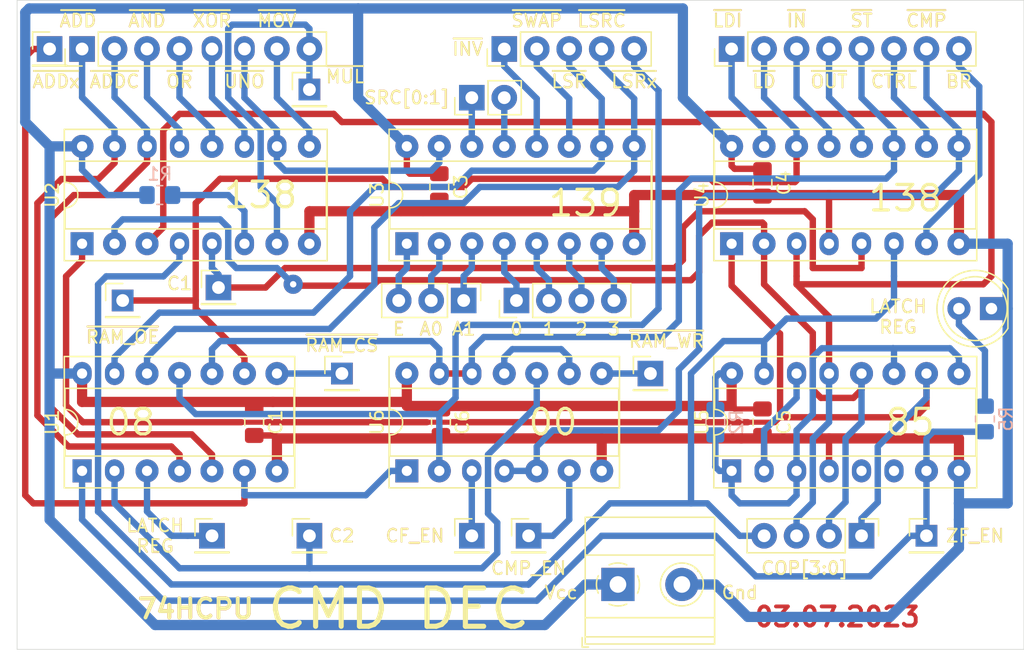
<source format=kicad_pcb>
(kicad_pcb (version 20171130) (host pcbnew "(5.1.8)-1")

  (general
    (thickness 1.6)
    (drawings 100)
    (tracks 465)
    (zones 0)
    (modules 37)
    (nets 52)
  )

  (page A4 portrait)
  (layers
    (0 F.Cu signal)
    (31 B.Cu signal)
    (32 B.Adhes user)
    (33 F.Adhes user)
    (34 B.Paste user)
    (35 F.Paste user)
    (36 B.SilkS user)
    (37 F.SilkS user)
    (38 B.Mask user)
    (39 F.Mask user)
    (40 Dwgs.User user)
    (41 Cmts.User user)
    (42 Eco1.User user)
    (43 Eco2.User user)
    (44 Edge.Cuts user)
    (45 Margin user)
    (46 B.CrtYd user)
    (47 F.CrtYd user)
    (48 B.Fab user)
    (49 F.Fab user)
  )

  (setup
    (last_trace_width 0.4)
    (user_trace_width 0.4)
    (user_trace_width 0.5)
    (user_trace_width 0.6)
    (user_trace_width 0.8)
    (trace_clearance 0.2)
    (zone_clearance 0.508)
    (zone_45_only no)
    (trace_min 0.4)
    (via_size 0.8)
    (via_drill 0.4)
    (via_min_size 0.4)
    (via_min_drill 0.3)
    (user_via 1.5 0.5)
    (uvia_size 0.3)
    (uvia_drill 0.1)
    (uvias_allowed no)
    (uvia_min_size 0.2)
    (uvia_min_drill 0.1)
    (edge_width 0.05)
    (segment_width 0.2)
    (pcb_text_width 0.3)
    (pcb_text_size 1.5 1.5)
    (mod_edge_width 0.12)
    (mod_text_size 1 1)
    (mod_text_width 0.15)
    (pad_size 2 2)
    (pad_drill 1)
    (pad_to_mask_clearance 0)
    (aux_axis_origin 27.94 29.21)
    (visible_elements 7FFFFFFF)
    (pcbplotparams
      (layerselection 0x00000_fffffffe)
      (usegerberextensions false)
      (usegerberattributes true)
      (usegerberadvancedattributes true)
      (creategerberjobfile true)
      (excludeedgelayer true)
      (linewidth 0.100000)
      (plotframeref false)
      (viasonmask false)
      (mode 1)
      (useauxorigin false)
      (hpglpennumber 1)
      (hpglpenspeed 20)
      (hpglpendiameter 15.000000)
      (psnegative true)
      (psa4output false)
      (plotreference true)
      (plotvalue true)
      (plotinvisibletext false)
      (padsonsilk false)
      (subtractmaskfromsilk false)
      (outputformat 4)
      (mirror false)
      (drillshape 1)
      (scaleselection 1)
      (outputdirectory "pdf/"))
  )

  (net 0 "")
  (net 1 GND)
  (net 2 "Net-(D1-Pad2)")
  (net 3 /COP[0])
  (net 4 /COP[1])
  (net 5 /COP[2])
  (net 6 /COP[3])
  (net 7 /C1)
  (net 8 /C2)
  (net 9 /~INV)
  (net 10 /~SWAP)
  (net 11 /~LSR)
  (net 12 /~LSRC)
  (net 13 /~LSRx)
  (net 14 /~ADD)
  (net 15 /~ADDC)
  (net 16 /~AND)
  (net 17 /~OR)
  (net 18 /~XOR)
  (net 19 /~UNO)
  (net 20 /~MOV)
  (net 21 /~MUL)
  (net 22 /~BRANCH)
  (net 23 /~CMP)
  (net 24 /~CTRL)
  (net 25 /~ST)
  (net 26 /~OUT)
  (net 27 /~IN)
  (net 28 /~LD)
  (net 29 /~LDI)
  (net 30 /SRC[1])
  (net 31 /SRC[0])
  (net 32 /~RAM_CS)
  (net 33 /LATCH_REG)
  (net 34 /~ADDx)
  (net 35 "Net-(R1-Pad1)")
  (net 36 VCC)
  (net 37 "Net-(R2-Pad1)")
  (net 38 /WILL_WR2REG)
  (net 39 "Net-(U5-Pad6)")
  (net 40 "Net-(U5-Pad5)")
  (net 41 /~RAM_WR)
  (net 42 /CMP_EN)
  (net 43 /CF_EN)
  (net 44 "Net-(U6-Pad11)")
  (net 45 "Net-(J15-Pad3)")
  (net 46 "Net-(J15-Pad2)")
  (net 47 "Net-(J15-Pad1)")
  (net 48 "Net-(J16-Pad4)")
  (net 49 "Net-(J16-Pad3)")
  (net 50 "Net-(J16-Pad2)")
  (net 51 "Net-(J16-Pad1)")

  (net_class Default "This is the default net class."
    (clearance 0.2)
    (trace_width 0.4)
    (via_dia 0.8)
    (via_drill 0.4)
    (uvia_dia 0.3)
    (uvia_drill 0.1)
    (diff_pair_width 0.4)
    (diff_pair_gap 0.25)
    (add_net /C1)
    (add_net /C2)
    (add_net /CF_EN)
    (add_net /CMP_EN)
    (add_net /COP[0])
    (add_net /COP[1])
    (add_net /COP[2])
    (add_net /COP[3])
    (add_net /LATCH_REG)
    (add_net /SRC[0])
    (add_net /SRC[1])
    (add_net /WILL_WR2REG)
    (add_net /~ADD)
    (add_net /~ADDC)
    (add_net /~ADDx)
    (add_net /~AND)
    (add_net /~BRANCH)
    (add_net /~CMP)
    (add_net /~CTRL)
    (add_net /~IN)
    (add_net /~INV)
    (add_net /~LD)
    (add_net /~LDI)
    (add_net /~LSR)
    (add_net /~LSRC)
    (add_net /~LSRx)
    (add_net /~MOV)
    (add_net /~MUL)
    (add_net /~OR)
    (add_net /~OUT)
    (add_net /~RAM_CS)
    (add_net /~RAM_WR)
    (add_net /~ST)
    (add_net /~SWAP)
    (add_net /~UNO)
    (add_net /~XOR)
    (add_net GND)
    (add_net "Net-(D1-Pad2)")
    (add_net "Net-(J15-Pad1)")
    (add_net "Net-(J15-Pad2)")
    (add_net "Net-(J15-Pad3)")
    (add_net "Net-(J16-Pad1)")
    (add_net "Net-(J16-Pad2)")
    (add_net "Net-(J16-Pad3)")
    (add_net "Net-(J16-Pad4)")
    (add_net "Net-(R1-Pad1)")
    (add_net "Net-(R2-Pad1)")
    (add_net "Net-(U5-Pad5)")
    (add_net "Net-(U5-Pad6)")
    (add_net "Net-(U6-Pad11)")
    (add_net VCC)
  )

  (module Connector_PinHeader_2.54mm:PinHeader_1x01_P2.54mm_Vertical (layer F.Cu) (tedit 59FED5CC) (tstamp 64A1F233)
    (at 50.8 36.195)
    (descr "Through hole straight pin header, 1x01, 2.54mm pitch, single row")
    (tags "Through hole pin header THT 1x01 2.54mm single row")
    (path /64A22DB8)
    (fp_text reference J19 (at 2.54 -0.3175) (layer F.SilkS) hide
      (effects (font (size 1 1) (thickness 0.15)))
    )
    (fp_text value Conn_01x01_Male (at 0 2.33) (layer F.Fab)
      (effects (font (size 1 1) (thickness 0.15)))
    )
    (fp_line (start -0.635 -1.27) (end 1.27 -1.27) (layer F.Fab) (width 0.1))
    (fp_line (start 1.27 -1.27) (end 1.27 1.27) (layer F.Fab) (width 0.1))
    (fp_line (start 1.27 1.27) (end -1.27 1.27) (layer F.Fab) (width 0.1))
    (fp_line (start -1.27 1.27) (end -1.27 -0.635) (layer F.Fab) (width 0.1))
    (fp_line (start -1.27 -0.635) (end -0.635 -1.27) (layer F.Fab) (width 0.1))
    (fp_line (start -1.33 1.33) (end 1.33 1.33) (layer F.SilkS) (width 0.12))
    (fp_line (start -1.33 1.27) (end -1.33 1.33) (layer F.SilkS) (width 0.12))
    (fp_line (start 1.33 1.27) (end 1.33 1.33) (layer F.SilkS) (width 0.12))
    (fp_line (start -1.33 1.27) (end 1.33 1.27) (layer F.SilkS) (width 0.12))
    (fp_line (start -1.33 0) (end -1.33 -1.33) (layer F.SilkS) (width 0.12))
    (fp_line (start -1.33 -1.33) (end 0 -1.33) (layer F.SilkS) (width 0.12))
    (fp_line (start -1.8 -1.8) (end -1.8 1.8) (layer F.CrtYd) (width 0.05))
    (fp_line (start -1.8 1.8) (end 1.8 1.8) (layer F.CrtYd) (width 0.05))
    (fp_line (start 1.8 1.8) (end 1.8 -1.8) (layer F.CrtYd) (width 0.05))
    (fp_line (start 1.8 -1.8) (end -1.8 -1.8) (layer F.CrtYd) (width 0.05))
    (fp_text user %R (at 0 0 90) (layer F.Fab)
      (effects (font (size 1 1) (thickness 0.15)))
    )
    (pad 1 thru_hole rect (at 0 0) (size 1.7 1.7) (drill 1) (layers *.Cu *.Mask)
      (net 21 /~MUL))
    (model ${KISYS3DMOD}/Connector_PinHeader_2.54mm.3dshapes/PinHeader_1x01_P2.54mm_Vertical.wrl
      (at (xyz 0 0 0))
      (scale (xyz 1 1 1))
      (rotate (xyz 0 0 0))
    )
  )

  (module Connector_PinHeader_2.54mm:PinHeader_1x01_P2.54mm_Vertical (layer F.Cu) (tedit 59FED5CC) (tstamp 646D0570)
    (at 99.06 71.12)
    (descr "Through hole straight pin header, 1x01, 2.54mm pitch, single row")
    (tags "Through hole pin header THT 1x01 2.54mm single row")
    (path /646D3ECD)
    (fp_text reference J18 (at 0 -2.33) (layer F.SilkS) hide
      (effects (font (size 1 1) (thickness 0.15)))
    )
    (fp_text value Conn_01x01_Male (at 0 2.33) (layer F.Fab)
      (effects (font (size 1 1) (thickness 0.15)))
    )
    (fp_line (start 1.8 -1.8) (end -1.8 -1.8) (layer F.CrtYd) (width 0.05))
    (fp_line (start 1.8 1.8) (end 1.8 -1.8) (layer F.CrtYd) (width 0.05))
    (fp_line (start -1.8 1.8) (end 1.8 1.8) (layer F.CrtYd) (width 0.05))
    (fp_line (start -1.8 -1.8) (end -1.8 1.8) (layer F.CrtYd) (width 0.05))
    (fp_line (start -1.33 -1.33) (end 0 -1.33) (layer F.SilkS) (width 0.12))
    (fp_line (start -1.33 0) (end -1.33 -1.33) (layer F.SilkS) (width 0.12))
    (fp_line (start -1.33 1.27) (end 1.33 1.27) (layer F.SilkS) (width 0.12))
    (fp_line (start 1.33 1.27) (end 1.33 1.33) (layer F.SilkS) (width 0.12))
    (fp_line (start -1.33 1.27) (end -1.33 1.33) (layer F.SilkS) (width 0.12))
    (fp_line (start -1.33 1.33) (end 1.33 1.33) (layer F.SilkS) (width 0.12))
    (fp_line (start -1.27 -0.635) (end -0.635 -1.27) (layer F.Fab) (width 0.1))
    (fp_line (start -1.27 1.27) (end -1.27 -0.635) (layer F.Fab) (width 0.1))
    (fp_line (start 1.27 1.27) (end -1.27 1.27) (layer F.Fab) (width 0.1))
    (fp_line (start 1.27 -1.27) (end 1.27 1.27) (layer F.Fab) (width 0.1))
    (fp_line (start -0.635 -1.27) (end 1.27 -1.27) (layer F.Fab) (width 0.1))
    (fp_text user %R (at 0 0 90) (layer F.Fab)
      (effects (font (size 1 1) (thickness 0.15)))
    )
    (pad 1 thru_hole rect (at 0 0) (size 1.7 1.7) (drill 1) (layers *.Cu *.Mask)
      (net 38 /WILL_WR2REG))
    (model ${KISYS3DMOD}/Connector_PinHeader_2.54mm.3dshapes/PinHeader_1x01_P2.54mm_Vertical.wrl
      (at (xyz 0 0 0))
      (scale (xyz 1 1 1))
      (rotate (xyz 0 0 0))
    )
  )

  (module Connector_PinHeader_2.54mm:PinHeader_1x01_P2.54mm_Vertical (layer F.Cu) (tedit 59FED5CC) (tstamp 64028108)
    (at 36.195 52.705)
    (descr "Through hole straight pin header, 1x01, 2.54mm pitch, single row")
    (tags "Through hole pin header THT 1x01 2.54mm single row")
    (path /6410CBFE)
    (fp_text reference J17 (at 0 -2.33) (layer F.SilkS) hide
      (effects (font (size 1 1) (thickness 0.15)))
    )
    (fp_text value Conn_01x01_Male (at 0 2.33) (layer F.Fab)
      (effects (font (size 1 1) (thickness 0.15)))
    )
    (fp_line (start 1.8 -1.8) (end -1.8 -1.8) (layer F.CrtYd) (width 0.05))
    (fp_line (start 1.8 1.8) (end 1.8 -1.8) (layer F.CrtYd) (width 0.05))
    (fp_line (start -1.8 1.8) (end 1.8 1.8) (layer F.CrtYd) (width 0.05))
    (fp_line (start -1.8 -1.8) (end -1.8 1.8) (layer F.CrtYd) (width 0.05))
    (fp_line (start -1.33 -1.33) (end 0 -1.33) (layer F.SilkS) (width 0.12))
    (fp_line (start -1.33 0) (end -1.33 -1.33) (layer F.SilkS) (width 0.12))
    (fp_line (start -1.33 1.27) (end 1.33 1.27) (layer F.SilkS) (width 0.12))
    (fp_line (start 1.33 1.27) (end 1.33 1.33) (layer F.SilkS) (width 0.12))
    (fp_line (start -1.33 1.27) (end -1.33 1.33) (layer F.SilkS) (width 0.12))
    (fp_line (start -1.33 1.33) (end 1.33 1.33) (layer F.SilkS) (width 0.12))
    (fp_line (start -1.27 -0.635) (end -0.635 -1.27) (layer F.Fab) (width 0.1))
    (fp_line (start -1.27 1.27) (end -1.27 -0.635) (layer F.Fab) (width 0.1))
    (fp_line (start 1.27 1.27) (end -1.27 1.27) (layer F.Fab) (width 0.1))
    (fp_line (start 1.27 -1.27) (end 1.27 1.27) (layer F.Fab) (width 0.1))
    (fp_line (start -0.635 -1.27) (end 1.27 -1.27) (layer F.Fab) (width 0.1))
    (fp_text user %R (at 0 0 90) (layer F.Fab)
      (effects (font (size 1 1) (thickness 0.15)))
    )
    (pad 1 thru_hole rect (at 0 0) (size 1.7 1.7) (drill 1) (layers *.Cu *.Mask)
      (net 28 /~LD))
    (model ${KISYS3DMOD}/Connector_PinHeader_2.54mm.3dshapes/PinHeader_1x01_P2.54mm_Vertical.wrl
      (at (xyz 0 0 0))
      (scale (xyz 1 1 1))
      (rotate (xyz 0 0 0))
    )
  )

  (module Capacitor_SMD:C_0805_2012Metric_Pad1.18x1.45mm_HandSolder (layer F.Cu) (tedit 5F68FEEF) (tstamp 6402430E)
    (at 61.087 62.23 270)
    (descr "Capacitor SMD 0805 (2012 Metric), square (rectangular) end terminal, IPC_7351 nominal with elongated pad for handsoldering. (Body size source: IPC-SM-782 page 76, https://www.pcb-3d.com/wordpress/wp-content/uploads/ipc-sm-782a_amendment_1_and_2.pdf, https://docs.google.com/spreadsheets/d/1BsfQQcO9C6DZCsRaXUlFlo91Tg2WpOkGARC1WS5S8t0/edit?usp=sharing), generated with kicad-footprint-generator")
    (tags "capacitor handsolder")
    (path /640A3794)
    (attr smd)
    (fp_text reference C6 (at 0 -1.68 90) (layer F.SilkS)
      (effects (font (size 1 1) (thickness 0.15)))
    )
    (fp_text value 0.1uF (at 0 1.68 90) (layer F.Fab)
      (effects (font (size 1 1) (thickness 0.15)))
    )
    (fp_line (start 1.88 0.98) (end -1.88 0.98) (layer F.CrtYd) (width 0.05))
    (fp_line (start 1.88 -0.98) (end 1.88 0.98) (layer F.CrtYd) (width 0.05))
    (fp_line (start -1.88 -0.98) (end 1.88 -0.98) (layer F.CrtYd) (width 0.05))
    (fp_line (start -1.88 0.98) (end -1.88 -0.98) (layer F.CrtYd) (width 0.05))
    (fp_line (start -0.261252 0.735) (end 0.261252 0.735) (layer F.SilkS) (width 0.12))
    (fp_line (start -0.261252 -0.735) (end 0.261252 -0.735) (layer F.SilkS) (width 0.12))
    (fp_line (start 1 0.625) (end -1 0.625) (layer F.Fab) (width 0.1))
    (fp_line (start 1 -0.625) (end 1 0.625) (layer F.Fab) (width 0.1))
    (fp_line (start -1 -0.625) (end 1 -0.625) (layer F.Fab) (width 0.1))
    (fp_line (start -1 0.625) (end -1 -0.625) (layer F.Fab) (width 0.1))
    (fp_text user %R (at 0 0 90) (layer F.Fab)
      (effects (font (size 0.5 0.5) (thickness 0.08)))
    )
    (pad 2 smd roundrect (at 1.0375 0 270) (size 1.175 1.45) (layers F.Cu F.Paste F.Mask) (roundrect_rratio 0.2127659574468085)
      (net 1 GND))
    (pad 1 smd roundrect (at -1.0375 0 270) (size 1.175 1.45) (layers F.Cu F.Paste F.Mask) (roundrect_rratio 0.2127659574468085)
      (net 36 VCC))
    (model ${KISYS3DMOD}/Capacitor_SMD.3dshapes/C_0805_2012Metric.wrl
      (at (xyz 0 0 0))
      (scale (xyz 1 1 1))
      (rotate (xyz 0 0 0))
    )
  )

  (module Capacitor_SMD:C_0805_2012Metric_Pad1.18x1.45mm_HandSolder (layer F.Cu) (tedit 5F68FEEF) (tstamp 640242FD)
    (at 86.233 62.23 270)
    (descr "Capacitor SMD 0805 (2012 Metric), square (rectangular) end terminal, IPC_7351 nominal with elongated pad for handsoldering. (Body size source: IPC-SM-782 page 76, https://www.pcb-3d.com/wordpress/wp-content/uploads/ipc-sm-782a_amendment_1_and_2.pdf, https://docs.google.com/spreadsheets/d/1BsfQQcO9C6DZCsRaXUlFlo91Tg2WpOkGARC1WS5S8t0/edit?usp=sharing), generated with kicad-footprint-generator")
    (tags "capacitor handsolder")
    (path /640A3782)
    (attr smd)
    (fp_text reference C5 (at 0 -1.68 90) (layer F.SilkS)
      (effects (font (size 1 1) (thickness 0.15)))
    )
    (fp_text value 0.1uF (at 0 1.68 90) (layer F.Fab)
      (effects (font (size 1 1) (thickness 0.15)))
    )
    (fp_line (start 1.88 0.98) (end -1.88 0.98) (layer F.CrtYd) (width 0.05))
    (fp_line (start 1.88 -0.98) (end 1.88 0.98) (layer F.CrtYd) (width 0.05))
    (fp_line (start -1.88 -0.98) (end 1.88 -0.98) (layer F.CrtYd) (width 0.05))
    (fp_line (start -1.88 0.98) (end -1.88 -0.98) (layer F.CrtYd) (width 0.05))
    (fp_line (start -0.261252 0.735) (end 0.261252 0.735) (layer F.SilkS) (width 0.12))
    (fp_line (start -0.261252 -0.735) (end 0.261252 -0.735) (layer F.SilkS) (width 0.12))
    (fp_line (start 1 0.625) (end -1 0.625) (layer F.Fab) (width 0.1))
    (fp_line (start 1 -0.625) (end 1 0.625) (layer F.Fab) (width 0.1))
    (fp_line (start -1 -0.625) (end 1 -0.625) (layer F.Fab) (width 0.1))
    (fp_line (start -1 0.625) (end -1 -0.625) (layer F.Fab) (width 0.1))
    (fp_text user %R (at 0 0 90) (layer F.Fab)
      (effects (font (size 0.5 0.5) (thickness 0.08)))
    )
    (pad 2 smd roundrect (at 1.0375 0 270) (size 1.175 1.45) (layers F.Cu F.Paste F.Mask) (roundrect_rratio 0.2127659574468085)
      (net 1 GND))
    (pad 1 smd roundrect (at -1.0375 0 270) (size 1.175 1.45) (layers F.Cu F.Paste F.Mask) (roundrect_rratio 0.2127659574468085)
      (net 36 VCC))
    (model ${KISYS3DMOD}/Capacitor_SMD.3dshapes/C_0805_2012Metric.wrl
      (at (xyz 0 0 0))
      (scale (xyz 1 1 1))
      (rotate (xyz 0 0 0))
    )
  )

  (module Capacitor_SMD:C_0805_2012Metric_Pad1.18x1.45mm_HandSolder (layer F.Cu) (tedit 5F68FEEF) (tstamp 640242EC)
    (at 86.233 43.4975 270)
    (descr "Capacitor SMD 0805 (2012 Metric), square (rectangular) end terminal, IPC_7351 nominal with elongated pad for handsoldering. (Body size source: IPC-SM-782 page 76, https://www.pcb-3d.com/wordpress/wp-content/uploads/ipc-sm-782a_amendment_1_and_2.pdf, https://docs.google.com/spreadsheets/d/1BsfQQcO9C6DZCsRaXUlFlo91Tg2WpOkGARC1WS5S8t0/edit?usp=sharing), generated with kicad-footprint-generator")
    (tags "capacitor handsolder")
    (path /640A3770)
    (attr smd)
    (fp_text reference C4 (at 0 -1.68 90) (layer F.SilkS)
      (effects (font (size 1 1) (thickness 0.15)))
    )
    (fp_text value 0.1uF (at 0 1.68 90) (layer F.Fab)
      (effects (font (size 1 1) (thickness 0.15)))
    )
    (fp_line (start 1.88 0.98) (end -1.88 0.98) (layer F.CrtYd) (width 0.05))
    (fp_line (start 1.88 -0.98) (end 1.88 0.98) (layer F.CrtYd) (width 0.05))
    (fp_line (start -1.88 -0.98) (end 1.88 -0.98) (layer F.CrtYd) (width 0.05))
    (fp_line (start -1.88 0.98) (end -1.88 -0.98) (layer F.CrtYd) (width 0.05))
    (fp_line (start -0.261252 0.735) (end 0.261252 0.735) (layer F.SilkS) (width 0.12))
    (fp_line (start -0.261252 -0.735) (end 0.261252 -0.735) (layer F.SilkS) (width 0.12))
    (fp_line (start 1 0.625) (end -1 0.625) (layer F.Fab) (width 0.1))
    (fp_line (start 1 -0.625) (end 1 0.625) (layer F.Fab) (width 0.1))
    (fp_line (start -1 -0.625) (end 1 -0.625) (layer F.Fab) (width 0.1))
    (fp_line (start -1 0.625) (end -1 -0.625) (layer F.Fab) (width 0.1))
    (fp_text user %R (at 0 0 90) (layer F.Fab)
      (effects (font (size 0.5 0.5) (thickness 0.08)))
    )
    (pad 2 smd roundrect (at 1.0375 0 270) (size 1.175 1.45) (layers F.Cu F.Paste F.Mask) (roundrect_rratio 0.2127659574468085)
      (net 1 GND))
    (pad 1 smd roundrect (at -1.0375 0 270) (size 1.175 1.45) (layers F.Cu F.Paste F.Mask) (roundrect_rratio 0.2127659574468085)
      (net 36 VCC))
    (model ${KISYS3DMOD}/Capacitor_SMD.3dshapes/C_0805_2012Metric.wrl
      (at (xyz 0 0 0))
      (scale (xyz 1 1 1))
      (rotate (xyz 0 0 0))
    )
  )

  (module Capacitor_SMD:C_0805_2012Metric_Pad1.18x1.45mm_HandSolder (layer F.Cu) (tedit 5F68FEEF) (tstamp 640242DB)
    (at 60.96 43.815 270)
    (descr "Capacitor SMD 0805 (2012 Metric), square (rectangular) end terminal, IPC_7351 nominal with elongated pad for handsoldering. (Body size source: IPC-SM-782 page 76, https://www.pcb-3d.com/wordpress/wp-content/uploads/ipc-sm-782a_amendment_1_and_2.pdf, https://docs.google.com/spreadsheets/d/1BsfQQcO9C6DZCsRaXUlFlo91Tg2WpOkGARC1WS5S8t0/edit?usp=sharing), generated with kicad-footprint-generator")
    (tags "capacitor handsolder")
    (path /6409E68D)
    (attr smd)
    (fp_text reference C3 (at 0 -1.68 90) (layer F.SilkS)
      (effects (font (size 1 1) (thickness 0.15)))
    )
    (fp_text value 0.1uF (at 0 1.68 90) (layer F.Fab)
      (effects (font (size 1 1) (thickness 0.15)))
    )
    (fp_line (start 1.88 0.98) (end -1.88 0.98) (layer F.CrtYd) (width 0.05))
    (fp_line (start 1.88 -0.98) (end 1.88 0.98) (layer F.CrtYd) (width 0.05))
    (fp_line (start -1.88 -0.98) (end 1.88 -0.98) (layer F.CrtYd) (width 0.05))
    (fp_line (start -1.88 0.98) (end -1.88 -0.98) (layer F.CrtYd) (width 0.05))
    (fp_line (start -0.261252 0.735) (end 0.261252 0.735) (layer F.SilkS) (width 0.12))
    (fp_line (start -0.261252 -0.735) (end 0.261252 -0.735) (layer F.SilkS) (width 0.12))
    (fp_line (start 1 0.625) (end -1 0.625) (layer F.Fab) (width 0.1))
    (fp_line (start 1 -0.625) (end 1 0.625) (layer F.Fab) (width 0.1))
    (fp_line (start -1 -0.625) (end 1 -0.625) (layer F.Fab) (width 0.1))
    (fp_line (start -1 0.625) (end -1 -0.625) (layer F.Fab) (width 0.1))
    (fp_text user %R (at 0 0 90) (layer F.Fab)
      (effects (font (size 0.5 0.5) (thickness 0.08)))
    )
    (pad 2 smd roundrect (at 1.0375 0 270) (size 1.175 1.45) (layers F.Cu F.Paste F.Mask) (roundrect_rratio 0.2127659574468085)
      (net 1 GND))
    (pad 1 smd roundrect (at -1.0375 0 270) (size 1.175 1.45) (layers F.Cu F.Paste F.Mask) (roundrect_rratio 0.2127659574468085)
      (net 36 VCC))
    (model ${KISYS3DMOD}/Capacitor_SMD.3dshapes/C_0805_2012Metric.wrl
      (at (xyz 0 0 0))
      (scale (xyz 1 1 1))
      (rotate (xyz 0 0 0))
    )
  )

  (module Capacitor_SMD:C_0805_2012Metric_Pad1.18x1.45mm_HandSolder (layer F.Cu) (tedit 5F68FEEF) (tstamp 640242B9)
    (at 46.482 62.23 270)
    (descr "Capacitor SMD 0805 (2012 Metric), square (rectangular) end terminal, IPC_7351 nominal with elongated pad for handsoldering. (Body size source: IPC-SM-782 page 76, https://www.pcb-3d.com/wordpress/wp-content/uploads/ipc-sm-782a_amendment_1_and_2.pdf, https://docs.google.com/spreadsheets/d/1BsfQQcO9C6DZCsRaXUlFlo91Tg2WpOkGARC1WS5S8t0/edit?usp=sharing), generated with kicad-footprint-generator")
    (tags "capacitor handsolder")
    (path /64094090)
    (attr smd)
    (fp_text reference C1 (at 0 -1.68 90) (layer F.SilkS)
      (effects (font (size 1 1) (thickness 0.15)))
    )
    (fp_text value 0.1uF (at 0 1.68 90) (layer F.Fab)
      (effects (font (size 1 1) (thickness 0.15)))
    )
    (fp_line (start 1.88 0.98) (end -1.88 0.98) (layer F.CrtYd) (width 0.05))
    (fp_line (start 1.88 -0.98) (end 1.88 0.98) (layer F.CrtYd) (width 0.05))
    (fp_line (start -1.88 -0.98) (end 1.88 -0.98) (layer F.CrtYd) (width 0.05))
    (fp_line (start -1.88 0.98) (end -1.88 -0.98) (layer F.CrtYd) (width 0.05))
    (fp_line (start -0.261252 0.735) (end 0.261252 0.735) (layer F.SilkS) (width 0.12))
    (fp_line (start -0.261252 -0.735) (end 0.261252 -0.735) (layer F.SilkS) (width 0.12))
    (fp_line (start 1 0.625) (end -1 0.625) (layer F.Fab) (width 0.1))
    (fp_line (start 1 -0.625) (end 1 0.625) (layer F.Fab) (width 0.1))
    (fp_line (start -1 -0.625) (end 1 -0.625) (layer F.Fab) (width 0.1))
    (fp_line (start -1 0.625) (end -1 -0.625) (layer F.Fab) (width 0.1))
    (fp_text user %R (at 0 0 90) (layer F.Fab)
      (effects (font (size 0.5 0.5) (thickness 0.08)))
    )
    (pad 2 smd roundrect (at 1.0375 0 270) (size 1.175 1.45) (layers F.Cu F.Paste F.Mask) (roundrect_rratio 0.2127659574468085)
      (net 1 GND))
    (pad 1 smd roundrect (at -1.0375 0 270) (size 1.175 1.45) (layers F.Cu F.Paste F.Mask) (roundrect_rratio 0.2127659574468085)
      (net 36 VCC))
    (model ${KISYS3DMOD}/Capacitor_SMD.3dshapes/C_0805_2012Metric.wrl
      (at (xyz 0 0 0))
      (scale (xyz 1 1 1))
      (rotate (xyz 0 0 0))
    )
  )

  (module Connector_PinHeader_2.54mm:PinHeader_1x04_P2.54mm_Vertical (layer F.Cu) (tedit 64022B0F) (tstamp 6402311E)
    (at 66.9925 52.705 90)
    (descr "Through hole straight pin header, 1x04, 2.54mm pitch, single row")
    (tags "Through hole pin header THT 1x04 2.54mm single row")
    (path /64028183)
    (fp_text reference J16 (at 0 -2.33 90) (layer F.SilkS) hide
      (effects (font (size 1 1) (thickness 0.15)))
    )
    (fp_text value Conn_01x04_Male (at -0.635 4.015 180) (layer F.Fab)
      (effects (font (size 1 1) (thickness 0.15)))
    )
    (fp_line (start -0.635 -1.27) (end 1.27 -1.27) (layer F.Fab) (width 0.1))
    (fp_line (start 1.27 -1.27) (end 1.27 8.89) (layer F.Fab) (width 0.1))
    (fp_line (start 1.27 8.89) (end -1.27 8.89) (layer F.Fab) (width 0.1))
    (fp_line (start -1.27 8.89) (end -1.27 -0.635) (layer F.Fab) (width 0.1))
    (fp_line (start -1.27 -0.635) (end -0.635 -1.27) (layer F.Fab) (width 0.1))
    (fp_line (start -1.33 8.95) (end 1.33 8.95) (layer F.SilkS) (width 0.12))
    (fp_line (start -1.33 1.27) (end -1.33 8.95) (layer F.SilkS) (width 0.12))
    (fp_line (start 1.33 1.27) (end 1.33 8.95) (layer F.SilkS) (width 0.12))
    (fp_line (start -1.33 1.27) (end 1.33 1.27) (layer F.SilkS) (width 0.12))
    (fp_line (start -1.33 0) (end -1.33 -1.33) (layer F.SilkS) (width 0.12))
    (fp_line (start -1.33 -1.33) (end 0 -1.33) (layer F.SilkS) (width 0.12))
    (fp_line (start -1.8 -1.8) (end -1.8 9.4) (layer F.CrtYd) (width 0.05))
    (fp_line (start -1.8 9.4) (end 1.8 9.4) (layer F.CrtYd) (width 0.05))
    (fp_line (start 1.8 9.4) (end 1.8 -1.8) (layer F.CrtYd) (width 0.05))
    (fp_line (start 1.8 -1.8) (end -1.8 -1.8) (layer F.CrtYd) (width 0.05))
    (fp_text user %R (at 0 3.81) (layer F.Fab)
      (effects (font (size 1 1) (thickness 0.15)))
    )
    (pad 4 thru_hole oval (at 0 7.62 90) (size 2 2) (drill 1) (layers *.Cu *.Mask)
      (net 48 "Net-(J16-Pad4)"))
    (pad 3 thru_hole oval (at 0 5.08 90) (size 2 2) (drill 1) (layers *.Cu *.Mask)
      (net 49 "Net-(J16-Pad3)"))
    (pad 2 thru_hole oval (at 0 2.54 90) (size 2 2) (drill 1) (layers *.Cu *.Mask)
      (net 50 "Net-(J16-Pad2)"))
    (pad 1 thru_hole rect (at 0 0 90) (size 2 2) (drill 1) (layers *.Cu *.Mask)
      (net 51 "Net-(J16-Pad1)"))
    (model ${KISYS3DMOD}/Connector_PinHeader_2.54mm.3dshapes/PinHeader_1x04_P2.54mm_Vertical.wrl
      (at (xyz 0 0 0))
      (scale (xyz 1 1 1))
      (rotate (xyz 0 0 0))
    )
  )

  (module Connector_PinHeader_2.54mm:PinHeader_1x03_P2.54mm_Vertical (layer F.Cu) (tedit 64022AF9) (tstamp 64023106)
    (at 62.865 52.705 270)
    (descr "Through hole straight pin header, 1x03, 2.54mm pitch, single row")
    (tags "Through hole pin header THT 1x03 2.54mm single row")
    (path /64027134)
    (fp_text reference J15 (at 0 -2.33 90) (layer F.SilkS) hide
      (effects (font (size 1 1) (thickness 0.15)))
    )
    (fp_text value Conn_01x03_Male (at 1.905 2.54 180) (layer F.Fab)
      (effects (font (size 1 1) (thickness 0.15)))
    )
    (fp_line (start -0.635 -1.27) (end 1.27 -1.27) (layer F.Fab) (width 0.1))
    (fp_line (start 1.27 -1.27) (end 1.27 6.35) (layer F.Fab) (width 0.1))
    (fp_line (start 1.27 6.35) (end -1.27 6.35) (layer F.Fab) (width 0.1))
    (fp_line (start -1.27 6.35) (end -1.27 -0.635) (layer F.Fab) (width 0.1))
    (fp_line (start -1.27 -0.635) (end -0.635 -1.27) (layer F.Fab) (width 0.1))
    (fp_line (start -1.33 6.41) (end 1.33 6.41) (layer F.SilkS) (width 0.12))
    (fp_line (start -1.33 1.27) (end -1.33 6.41) (layer F.SilkS) (width 0.12))
    (fp_line (start 1.33 1.27) (end 1.33 6.41) (layer F.SilkS) (width 0.12))
    (fp_line (start -1.33 1.27) (end 1.33 1.27) (layer F.SilkS) (width 0.12))
    (fp_line (start -1.33 0) (end -1.33 -1.33) (layer F.SilkS) (width 0.12))
    (fp_line (start -1.33 -1.33) (end 0 -1.33) (layer F.SilkS) (width 0.12))
    (fp_line (start -1.8 -1.8) (end -1.8 6.85) (layer F.CrtYd) (width 0.05))
    (fp_line (start -1.8 6.85) (end 1.8 6.85) (layer F.CrtYd) (width 0.05))
    (fp_line (start 1.8 6.85) (end 1.8 -1.8) (layer F.CrtYd) (width 0.05))
    (fp_line (start 1.8 -1.8) (end -1.8 -1.8) (layer F.CrtYd) (width 0.05))
    (fp_text user %R (at 0 2.54) (layer F.Fab)
      (effects (font (size 1 1) (thickness 0.15)))
    )
    (pad 3 thru_hole oval (at 0 5.08 270) (size 2 2) (drill 1) (layers *.Cu *.Mask)
      (net 45 "Net-(J15-Pad3)"))
    (pad 2 thru_hole oval (at 0 2.54 270) (size 2 2) (drill 1) (layers *.Cu *.Mask)
      (net 46 "Net-(J15-Pad2)"))
    (pad 1 thru_hole rect (at 0 0 270) (size 2 2) (drill 1) (layers *.Cu *.Mask)
      (net 47 "Net-(J15-Pad1)"))
    (model ${KISYS3DMOD}/Connector_PinHeader_2.54mm.3dshapes/PinHeader_1x03_P2.54mm_Vertical.wrl
      (at (xyz 0 0 0))
      (scale (xyz 1 1 1))
      (rotate (xyz 0 0 0))
    )
  )

  (module MountingHole:MountingHole_3.2mm_M3 (layer F.Cu) (tedit 56D1B4CB) (tstamp 64010EEB)
    (at 31.75 76.2)
    (descr "Mounting Hole 3.2mm, no annular, M3")
    (tags "mounting hole 3.2mm no annular m3")
    (path /64115BEF)
    (attr virtual)
    (fp_text reference H3 (at 0 -4.2) (layer F.SilkS) hide
      (effects (font (size 1 1) (thickness 0.15)))
    )
    (fp_text value MountingHole (at 0 4.2) (layer F.Fab)
      (effects (font (size 1 1) (thickness 0.15)))
    )
    (fp_circle (center 0 0) (end 3.2 0) (layer Cmts.User) (width 0.15))
    (fp_circle (center 0 0) (end 3.45 0) (layer F.CrtYd) (width 0.05))
    (fp_text user %R (at 0.3 0) (layer F.Fab)
      (effects (font (size 1 1) (thickness 0.15)))
    )
    (pad 1 np_thru_hole circle (at 0 0) (size 3.2 3.2) (drill 3.2) (layers *.Cu *.Mask))
  )

  (module MountingHole:MountingHole_3.2mm_M3 (layer F.Cu) (tedit 56D1B4CB) (tstamp 64010EE3)
    (at 102.87 76.2)
    (descr "Mounting Hole 3.2mm, no annular, M3")
    (tags "mounting hole 3.2mm no annular m3")
    (path /641158BD)
    (attr virtual)
    (fp_text reference H2 (at 0 -4.2) (layer F.SilkS) hide
      (effects (font (size 1 1) (thickness 0.15)))
    )
    (fp_text value MountingHole (at -6.35 2.54) (layer F.Fab)
      (effects (font (size 1 1) (thickness 0.15)))
    )
    (fp_circle (center 0 0) (end 3.2 0) (layer Cmts.User) (width 0.15))
    (fp_circle (center 0 0) (end 3.45 0) (layer F.CrtYd) (width 0.05))
    (fp_text user %R (at 0.3 0) (layer F.Fab)
      (effects (font (size 1 1) (thickness 0.15)))
    )
    (pad 1 np_thru_hole circle (at 0 0) (size 3.2 3.2) (drill 3.2) (layers *.Cu *.Mask))
  )

  (module MountingHole:MountingHole_3.2mm_M3 (layer F.Cu) (tedit 56D1B4CB) (tstamp 64010EDB)
    (at 58.42 33.02)
    (descr "Mounting Hole 3.2mm, no annular, M3")
    (tags "mounting hole 3.2mm no annular m3")
    (path /641151FB)
    (attr virtual)
    (fp_text reference H1 (at -3.81 -2.54) (layer F.SilkS) hide
      (effects (font (size 1 1) (thickness 0.15)))
    )
    (fp_text value MountingHole (at 0 4.2) (layer F.Fab)
      (effects (font (size 1 1) (thickness 0.15)))
    )
    (fp_circle (center 0 0) (end 3.2 0) (layer Cmts.User) (width 0.15))
    (fp_circle (center 0 0) (end 3.45 0) (layer F.CrtYd) (width 0.05))
    (fp_text user %R (at 0.3 0) (layer F.Fab)
      (effects (font (size 1 1) (thickness 0.15)))
    )
    (pad 1 np_thru_hole circle (at 0 0) (size 3.2 3.2) (drill 3.2) (layers *.Cu *.Mask))
  )

  (module TerminalBlock_Phoenix:TerminalBlock_Phoenix_MKDS-1,5-2_1x02_P5.00mm_Horizontal (layer F.Cu) (tedit 5B294EE5) (tstamp 63FBA52B)
    (at 74.93 74.93)
    (descr "Terminal Block Phoenix MKDS-1,5-2, 2 pins, pitch 5mm, size 10x9.8mm^2, drill diamater 1.3mm, pad diameter 2.6mm, see http://www.farnell.com/datasheets/100425.pdf, script-generated using https://github.com/pointhi/kicad-footprint-generator/scripts/TerminalBlock_Phoenix")
    (tags "THT Terminal Block Phoenix MKDS-1,5-2 pitch 5mm size 10x9.8mm^2 drill 1.3mm pad 2.6mm")
    (path /63FB714C)
    (fp_text reference J14 (at 2.5 -6.26) (layer F.SilkS) hide
      (effects (font (size 1 1) (thickness 0.15)))
    )
    (fp_text value Screw_Terminal_01x02 (at 12.7 2.54) (layer F.Fab)
      (effects (font (size 1 1) (thickness 0.15)))
    )
    (fp_circle (center 0 0) (end 1.5 0) (layer F.Fab) (width 0.1))
    (fp_circle (center 5 0) (end 6.5 0) (layer F.Fab) (width 0.1))
    (fp_circle (center 5 0) (end 6.68 0) (layer F.SilkS) (width 0.12))
    (fp_line (start -2.5 -5.2) (end 7.5 -5.2) (layer F.Fab) (width 0.1))
    (fp_line (start 7.5 -5.2) (end 7.5 4.6) (layer F.Fab) (width 0.1))
    (fp_line (start 7.5 4.6) (end -2 4.6) (layer F.Fab) (width 0.1))
    (fp_line (start -2 4.6) (end -2.5 4.1) (layer F.Fab) (width 0.1))
    (fp_line (start -2.5 4.1) (end -2.5 -5.2) (layer F.Fab) (width 0.1))
    (fp_line (start -2.5 4.1) (end 7.5 4.1) (layer F.Fab) (width 0.1))
    (fp_line (start -2.56 4.1) (end 7.56 4.1) (layer F.SilkS) (width 0.12))
    (fp_line (start -2.5 2.6) (end 7.5 2.6) (layer F.Fab) (width 0.1))
    (fp_line (start -2.56 2.6) (end 7.56 2.6) (layer F.SilkS) (width 0.12))
    (fp_line (start -2.5 -2.3) (end 7.5 -2.3) (layer F.Fab) (width 0.1))
    (fp_line (start -2.56 -2.301) (end 7.56 -2.301) (layer F.SilkS) (width 0.12))
    (fp_line (start -2.56 -5.261) (end 7.56 -5.261) (layer F.SilkS) (width 0.12))
    (fp_line (start -2.56 4.66) (end 7.56 4.66) (layer F.SilkS) (width 0.12))
    (fp_line (start -2.56 -5.261) (end -2.56 4.66) (layer F.SilkS) (width 0.12))
    (fp_line (start 7.56 -5.261) (end 7.56 4.66) (layer F.SilkS) (width 0.12))
    (fp_line (start 1.138 -0.955) (end -0.955 1.138) (layer F.Fab) (width 0.1))
    (fp_line (start 0.955 -1.138) (end -1.138 0.955) (layer F.Fab) (width 0.1))
    (fp_line (start 6.138 -0.955) (end 4.046 1.138) (layer F.Fab) (width 0.1))
    (fp_line (start 5.955 -1.138) (end 3.863 0.955) (layer F.Fab) (width 0.1))
    (fp_line (start 6.275 -1.069) (end 6.228 -1.023) (layer F.SilkS) (width 0.12))
    (fp_line (start 3.966 1.239) (end 3.931 1.274) (layer F.SilkS) (width 0.12))
    (fp_line (start 6.07 -1.275) (end 6.035 -1.239) (layer F.SilkS) (width 0.12))
    (fp_line (start 3.773 1.023) (end 3.726 1.069) (layer F.SilkS) (width 0.12))
    (fp_line (start -2.8 4.16) (end -2.8 4.9) (layer F.SilkS) (width 0.12))
    (fp_line (start -2.8 4.9) (end -2.3 4.9) (layer F.SilkS) (width 0.12))
    (fp_line (start -3 -5.71) (end -3 5.1) (layer F.CrtYd) (width 0.05))
    (fp_line (start -3 5.1) (end 8 5.1) (layer F.CrtYd) (width 0.05))
    (fp_line (start 8 5.1) (end 8 -5.71) (layer F.CrtYd) (width 0.05))
    (fp_line (start 8 -5.71) (end -3 -5.71) (layer F.CrtYd) (width 0.05))
    (fp_text user %R (at 2.5 3.2) (layer F.Fab)
      (effects (font (size 1 1) (thickness 0.15)))
    )
    (fp_arc (start 0 0) (end -0.684 1.535) (angle -25) (layer F.SilkS) (width 0.12))
    (fp_arc (start 0 0) (end -1.535 -0.684) (angle -48) (layer F.SilkS) (width 0.12))
    (fp_arc (start 0 0) (end 0.684 -1.535) (angle -48) (layer F.SilkS) (width 0.12))
    (fp_arc (start 0 0) (end 1.535 0.684) (angle -48) (layer F.SilkS) (width 0.12))
    (fp_arc (start 0 0) (end 0 1.68) (angle -24) (layer F.SilkS) (width 0.12))
    (pad 2 thru_hole circle (at 5 0) (size 2.6 2.6) (drill 1.3) (layers *.Cu *.Mask)
      (net 1 GND))
    (pad 1 thru_hole rect (at 0 0) (size 2.6 2.6) (drill 1.3) (layers *.Cu *.Mask)
      (net 36 VCC))
    (model ${KISYS3DMOD}/TerminalBlock_Phoenix.3dshapes/TerminalBlock_Phoenix_MKDS-1,5-2_1x02_P5.00mm_Horizontal.wrl
      (at (xyz 0 0 0))
      (scale (xyz 1 1 1))
      (rotate (xyz 0 0 0))
    )
  )

  (module Connector_PinHeader_2.54mm:PinHeader_1x01_P2.54mm_Vertical (layer F.Cu) (tedit 59FED5CC) (tstamp 63FBA4FF)
    (at 50.8 71.12)
    (descr "Through hole straight pin header, 1x01, 2.54mm pitch, single row")
    (tags "Through hole pin header THT 1x01 2.54mm single row")
    (path /63FC19C9)
    (fp_text reference J13 (at 0 -2.33) (layer F.SilkS) hide
      (effects (font (size 1 1) (thickness 0.15)))
    )
    (fp_text value Conn_01x01_Male (at 0 2.33) (layer F.Fab)
      (effects (font (size 1 1) (thickness 0.15)))
    )
    (fp_line (start -0.635 -1.27) (end 1.27 -1.27) (layer F.Fab) (width 0.1))
    (fp_line (start 1.27 -1.27) (end 1.27 1.27) (layer F.Fab) (width 0.1))
    (fp_line (start 1.27 1.27) (end -1.27 1.27) (layer F.Fab) (width 0.1))
    (fp_line (start -1.27 1.27) (end -1.27 -0.635) (layer F.Fab) (width 0.1))
    (fp_line (start -1.27 -0.635) (end -0.635 -1.27) (layer F.Fab) (width 0.1))
    (fp_line (start -1.33 1.33) (end 1.33 1.33) (layer F.SilkS) (width 0.12))
    (fp_line (start -1.33 1.27) (end -1.33 1.33) (layer F.SilkS) (width 0.12))
    (fp_line (start 1.33 1.27) (end 1.33 1.33) (layer F.SilkS) (width 0.12))
    (fp_line (start -1.33 1.27) (end 1.33 1.27) (layer F.SilkS) (width 0.12))
    (fp_line (start -1.33 0) (end -1.33 -1.33) (layer F.SilkS) (width 0.12))
    (fp_line (start -1.33 -1.33) (end 0 -1.33) (layer F.SilkS) (width 0.12))
    (fp_line (start -1.8 -1.8) (end -1.8 1.8) (layer F.CrtYd) (width 0.05))
    (fp_line (start -1.8 1.8) (end 1.8 1.8) (layer F.CrtYd) (width 0.05))
    (fp_line (start 1.8 1.8) (end 1.8 -1.8) (layer F.CrtYd) (width 0.05))
    (fp_line (start 1.8 -1.8) (end -1.8 -1.8) (layer F.CrtYd) (width 0.05))
    (fp_text user %R (at 0 0 90) (layer F.Fab)
      (effects (font (size 1 1) (thickness 0.15)))
    )
    (pad 1 thru_hole rect (at 0 0) (size 2 2) (drill 1) (layers *.Cu *.Mask)
      (net 8 /C2))
    (model ${KISYS3DMOD}/Connector_PinHeader_2.54mm.3dshapes/PinHeader_1x01_P2.54mm_Vertical.wrl
      (at (xyz 0 0 0))
      (scale (xyz 1 1 1))
      (rotate (xyz 0 0 0))
    )
  )

  (module Connector_PinHeader_2.54mm:PinHeader_1x01_P2.54mm_Vertical (layer F.Cu) (tedit 59FED5CC) (tstamp 63FBA334)
    (at 43.688 51.689)
    (descr "Through hole straight pin header, 1x01, 2.54mm pitch, single row")
    (tags "Through hole pin header THT 1x01 2.54mm single row")
    (path /63FBDB4F)
    (fp_text reference J2 (at 2.032 -0.254) (layer F.SilkS) hide
      (effects (font (size 1 1) (thickness 0.15)))
    )
    (fp_text value Conn_01x01_Male (at 0 2.33) (layer F.Fab)
      (effects (font (size 1 1) (thickness 0.15)))
    )
    (fp_line (start -0.635 -1.27) (end 1.27 -1.27) (layer F.Fab) (width 0.1))
    (fp_line (start 1.27 -1.27) (end 1.27 1.27) (layer F.Fab) (width 0.1))
    (fp_line (start 1.27 1.27) (end -1.27 1.27) (layer F.Fab) (width 0.1))
    (fp_line (start -1.27 1.27) (end -1.27 -0.635) (layer F.Fab) (width 0.1))
    (fp_line (start -1.27 -0.635) (end -0.635 -1.27) (layer F.Fab) (width 0.1))
    (fp_line (start -1.33 1.33) (end 1.33 1.33) (layer F.SilkS) (width 0.12))
    (fp_line (start -1.33 1.27) (end -1.33 1.33) (layer F.SilkS) (width 0.12))
    (fp_line (start 1.33 1.27) (end 1.33 1.33) (layer F.SilkS) (width 0.12))
    (fp_line (start -1.33 1.27) (end 1.33 1.27) (layer F.SilkS) (width 0.12))
    (fp_line (start -1.33 0) (end -1.33 -1.33) (layer F.SilkS) (width 0.12))
    (fp_line (start -1.33 -1.33) (end 0 -1.33) (layer F.SilkS) (width 0.12))
    (fp_line (start -1.8 -1.8) (end -1.8 1.8) (layer F.CrtYd) (width 0.05))
    (fp_line (start -1.8 1.8) (end 1.8 1.8) (layer F.CrtYd) (width 0.05))
    (fp_line (start 1.8 1.8) (end 1.8 -1.8) (layer F.CrtYd) (width 0.05))
    (fp_line (start 1.8 -1.8) (end -1.8 -1.8) (layer F.CrtYd) (width 0.05))
    (fp_text user %R (at 0 0 90) (layer F.Fab)
      (effects (font (size 1 1) (thickness 0.15)))
    )
    (pad 1 thru_hole rect (at 0 0) (size 2 2) (drill 1) (layers *.Cu *.Mask)
      (net 7 /C1))
    (model ${KISYS3DMOD}/Connector_PinHeader_2.54mm.3dshapes/PinHeader_1x01_P2.54mm_Vertical.wrl
      (at (xyz 0 0 0))
      (scale (xyz 1 1 1))
      (rotate (xyz 0 0 0))
    )
  )

  (module Package_DIP:DIP-14_W7.62mm_Socket (layer F.Cu) (tedit 6400DA4B) (tstamp 63FA3F52)
    (at 58.42 66.04 90)
    (descr "14-lead though-hole mounted DIP package, row spacing 7.62 mm (300 mils), Socket")
    (tags "THT DIP DIL PDIP 2.54mm 7.62mm 300mil Socket")
    (path /63FABA1C)
    (fp_text reference U6 (at 3.81 -2.33 90) (layer F.SilkS)
      (effects (font (size 1 1) (thickness 0.15)))
    )
    (fp_text value 74HC00 (at 3.81 17.57 90) (layer F.Fab)
      (effects (font (size 1 1) (thickness 0.15)))
    )
    (fp_line (start 1.635 -1.27) (end 6.985 -1.27) (layer F.Fab) (width 0.1))
    (fp_line (start 6.985 -1.27) (end 6.985 16.51) (layer F.Fab) (width 0.1))
    (fp_line (start 6.985 16.51) (end 0.635 16.51) (layer F.Fab) (width 0.1))
    (fp_line (start 0.635 16.51) (end 0.635 -0.27) (layer F.Fab) (width 0.1))
    (fp_line (start 0.635 -0.27) (end 1.635 -1.27) (layer F.Fab) (width 0.1))
    (fp_line (start -1.27 -1.33) (end -1.27 16.57) (layer F.Fab) (width 0.1))
    (fp_line (start -1.27 16.57) (end 8.89 16.57) (layer F.Fab) (width 0.1))
    (fp_line (start 8.89 16.57) (end 8.89 -1.33) (layer F.Fab) (width 0.1))
    (fp_line (start 8.89 -1.33) (end -1.27 -1.33) (layer F.Fab) (width 0.1))
    (fp_line (start 2.81 -1.33) (end 1.16 -1.33) (layer F.SilkS) (width 0.12))
    (fp_line (start 1.16 -1.33) (end 1.16 16.57) (layer F.SilkS) (width 0.12))
    (fp_line (start 1.16 16.57) (end 6.46 16.57) (layer F.SilkS) (width 0.12))
    (fp_line (start 6.46 16.57) (end 6.46 -1.33) (layer F.SilkS) (width 0.12))
    (fp_line (start 6.46 -1.33) (end 4.81 -1.33) (layer F.SilkS) (width 0.12))
    (fp_line (start -1.33 -1.39) (end -1.33 16.63) (layer F.SilkS) (width 0.12))
    (fp_line (start -1.33 16.63) (end 8.95 16.63) (layer F.SilkS) (width 0.12))
    (fp_line (start 8.95 16.63) (end 8.95 -1.39) (layer F.SilkS) (width 0.12))
    (fp_line (start 8.95 -1.39) (end -1.33 -1.39) (layer F.SilkS) (width 0.12))
    (fp_line (start -1.55 -1.6) (end -1.55 16.85) (layer F.CrtYd) (width 0.05))
    (fp_line (start -1.55 16.85) (end 9.15 16.85) (layer F.CrtYd) (width 0.05))
    (fp_line (start 9.15 16.85) (end 9.15 -1.6) (layer F.CrtYd) (width 0.05))
    (fp_line (start 9.15 -1.6) (end -1.55 -1.6) (layer F.CrtYd) (width 0.05))
    (fp_text user %R (at 3.81 7.62 90) (layer F.Fab)
      (effects (font (size 1 1) (thickness 0.15)))
    )
    (fp_arc (start 3.81 -1.33) (end 2.81 -1.33) (angle -180) (layer F.SilkS) (width 0.12))
    (pad 14 thru_hole oval (at 7.62 0 90) (size 1.8 1.8) (drill 0.8) (layers *.Cu *.Mask)
      (net 36 VCC))
    (pad 7 thru_hole oval (at 0 15.24 90) (size 1.8 1.8) (drill 0.8) (layers *.Cu *.Mask)
      (net 1 GND))
    (pad 13 thru_hole oval (at 7.62 2.54 90) (size 1.8 1.5) (drill 0.8) (layers *.Cu *.Mask)
      (net 25 /~ST))
    (pad 6 thru_hole oval (at 0 12.7 90) (size 1.8 1.8) (drill 0.8) (layers *.Cu *.Mask)
      (net 42 /CMP_EN))
    (pad 12 thru_hole oval (at 7.62 5.08 90) (size 1.8 1.5) (drill 0.8) (layers *.Cu *.Mask)
      (net 25 /~ST))
    (pad 5 thru_hole oval (at 0 10.16 90) (size 1.8 1.8) (drill 0.8) (layers *.Cu *.Mask)
      (net 23 /~CMP))
    (pad 11 thru_hole oval (at 7.62 7.62 90) (size 1.8 1.8) (drill 0.8) (layers *.Cu *.Mask)
      (net 44 "Net-(U6-Pad11)"))
    (pad 4 thru_hole oval (at 0 7.62 90) (size 1.8 1.5) (drill 0.8) (layers *.Cu *.Mask)
      (net 23 /~CMP))
    (pad 10 thru_hole oval (at 7.62 10.16 90) (size 1.8 1.8) (drill 0.8) (layers *.Cu *.Mask)
      (net 8 /C2))
    (pad 3 thru_hole oval (at 0 5.08 90) (size 1.8 1.5) (drill 0.8) (layers *.Cu *.Mask)
      (net 43 /CF_EN))
    (pad 9 thru_hole oval (at 7.62 12.7 90) (size 1.8 1.8) (drill 0.8) (layers *.Cu *.Mask)
      (net 44 "Net-(U6-Pad11)"))
    (pad 2 thru_hole oval (at 0 2.54 90) (size 1.8 1.8) (drill 0.8) (layers *.Cu *.Mask)
      (net 13 /~LSRx))
    (pad 8 thru_hole oval (at 7.62 15.24 90) (size 1.8 1.8) (drill 0.8) (layers *.Cu *.Mask)
      (net 41 /~RAM_WR))
    (pad 1 thru_hole rect (at 0 0 90) (size 1.8 1.8) (drill 0.8) (layers *.Cu *.Mask)
      (net 34 /~ADDx))
    (model ${KISYS3DMOD}/Package_DIP.3dshapes/DIP-14_W7.62mm_Socket.wrl
      (at (xyz 0 0 0))
      (scale (xyz 1 1 1))
      (rotate (xyz 0 0 0))
    )
  )

  (module Connector_PinHeader_2.54mm:PinHeader_1x01_P2.54mm_Vertical (layer F.Cu) (tedit 59FED5CC) (tstamp 63FA3D1E)
    (at 63.5 71.12)
    (descr "Through hole straight pin header, 1x01, 2.54mm pitch, single row")
    (tags "Through hole pin header THT 1x01 2.54mm single row")
    (path /6401D72C)
    (fp_text reference J12 (at 0 -2.33) (layer F.SilkS) hide
      (effects (font (size 1 1) (thickness 0.15)))
    )
    (fp_text value Conn_01x01_Male (at 0 2.33) (layer F.Fab)
      (effects (font (size 1 1) (thickness 0.15)))
    )
    (fp_line (start -0.635 -1.27) (end 1.27 -1.27) (layer F.Fab) (width 0.1))
    (fp_line (start 1.27 -1.27) (end 1.27 1.27) (layer F.Fab) (width 0.1))
    (fp_line (start 1.27 1.27) (end -1.27 1.27) (layer F.Fab) (width 0.1))
    (fp_line (start -1.27 1.27) (end -1.27 -0.635) (layer F.Fab) (width 0.1))
    (fp_line (start -1.27 -0.635) (end -0.635 -1.27) (layer F.Fab) (width 0.1))
    (fp_line (start -1.33 1.33) (end 1.33 1.33) (layer F.SilkS) (width 0.12))
    (fp_line (start -1.33 1.27) (end -1.33 1.33) (layer F.SilkS) (width 0.12))
    (fp_line (start 1.33 1.27) (end 1.33 1.33) (layer F.SilkS) (width 0.12))
    (fp_line (start -1.33 1.27) (end 1.33 1.27) (layer F.SilkS) (width 0.12))
    (fp_line (start -1.33 0) (end -1.33 -1.33) (layer F.SilkS) (width 0.12))
    (fp_line (start -1.33 -1.33) (end 0 -1.33) (layer F.SilkS) (width 0.12))
    (fp_line (start -1.8 -1.8) (end -1.8 1.8) (layer F.CrtYd) (width 0.05))
    (fp_line (start -1.8 1.8) (end 1.8 1.8) (layer F.CrtYd) (width 0.05))
    (fp_line (start 1.8 1.8) (end 1.8 -1.8) (layer F.CrtYd) (width 0.05))
    (fp_line (start 1.8 -1.8) (end -1.8 -1.8) (layer F.CrtYd) (width 0.05))
    (fp_text user %R (at 0 0 90) (layer F.Fab)
      (effects (font (size 1 1) (thickness 0.15)))
    )
    (pad 1 thru_hole rect (at 0 0) (size 2 2) (drill 1) (layers *.Cu *.Mask)
      (net 43 /CF_EN))
    (model ${KISYS3DMOD}/Connector_PinHeader_2.54mm.3dshapes/PinHeader_1x01_P2.54mm_Vertical.wrl
      (at (xyz 0 0 0))
      (scale (xyz 1 1 1))
      (rotate (xyz 0 0 0))
    )
  )

  (module Connector_PinHeader_2.54mm:PinHeader_1x01_P2.54mm_Vertical (layer F.Cu) (tedit 59FED5CC) (tstamp 63FA3D09)
    (at 67.945 71.12)
    (descr "Through hole straight pin header, 1x01, 2.54mm pitch, single row")
    (tags "Through hole pin header THT 1x01 2.54mm single row")
    (path /64018282)
    (fp_text reference J11 (at 0 -2.33) (layer F.SilkS) hide
      (effects (font (size 1 1) (thickness 0.15)))
    )
    (fp_text value Conn_01x01_Male (at 0 2.33) (layer F.Fab)
      (effects (font (size 1 1) (thickness 0.15)))
    )
    (fp_line (start -0.635 -1.27) (end 1.27 -1.27) (layer F.Fab) (width 0.1))
    (fp_line (start 1.27 -1.27) (end 1.27 1.27) (layer F.Fab) (width 0.1))
    (fp_line (start 1.27 1.27) (end -1.27 1.27) (layer F.Fab) (width 0.1))
    (fp_line (start -1.27 1.27) (end -1.27 -0.635) (layer F.Fab) (width 0.1))
    (fp_line (start -1.27 -0.635) (end -0.635 -1.27) (layer F.Fab) (width 0.1))
    (fp_line (start -1.33 1.33) (end 1.33 1.33) (layer F.SilkS) (width 0.12))
    (fp_line (start -1.33 1.27) (end -1.33 1.33) (layer F.SilkS) (width 0.12))
    (fp_line (start 1.33 1.27) (end 1.33 1.33) (layer F.SilkS) (width 0.12))
    (fp_line (start -1.33 1.27) (end 1.33 1.27) (layer F.SilkS) (width 0.12))
    (fp_line (start -1.33 0) (end -1.33 -1.33) (layer F.SilkS) (width 0.12))
    (fp_line (start -1.33 -1.33) (end 0 -1.33) (layer F.SilkS) (width 0.12))
    (fp_line (start -1.8 -1.8) (end -1.8 1.8) (layer F.CrtYd) (width 0.05))
    (fp_line (start -1.8 1.8) (end 1.8 1.8) (layer F.CrtYd) (width 0.05))
    (fp_line (start 1.8 1.8) (end 1.8 -1.8) (layer F.CrtYd) (width 0.05))
    (fp_line (start 1.8 -1.8) (end -1.8 -1.8) (layer F.CrtYd) (width 0.05))
    (fp_text user %R (at 0 0 90) (layer F.Fab)
      (effects (font (size 1 1) (thickness 0.15)))
    )
    (pad 1 thru_hole rect (at 0 0) (size 2 2) (drill 1) (layers *.Cu *.Mask)
      (net 42 /CMP_EN))
    (model ${KISYS3DMOD}/Connector_PinHeader_2.54mm.3dshapes/PinHeader_1x01_P2.54mm_Vertical.wrl
      (at (xyz 0 0 0))
      (scale (xyz 1 1 1))
      (rotate (xyz 0 0 0))
    )
  )

  (module Connector_PinHeader_2.54mm:PinHeader_1x01_P2.54mm_Vertical (layer F.Cu) (tedit 59FED5CC) (tstamp 63FA3CF4)
    (at 77.47 58.42)
    (descr "Through hole straight pin header, 1x01, 2.54mm pitch, single row")
    (tags "Through hole pin header THT 1x01 2.54mm single row")
    (path /63FF0A5B)
    (fp_text reference J10 (at 0 -2.33) (layer F.SilkS) hide
      (effects (font (size 1 1) (thickness 0.15)))
    )
    (fp_text value Conn_01x01_Male (at 0 2.33) (layer F.Fab)
      (effects (font (size 1 1) (thickness 0.15)))
    )
    (fp_line (start -0.635 -1.27) (end 1.27 -1.27) (layer F.Fab) (width 0.1))
    (fp_line (start 1.27 -1.27) (end 1.27 1.27) (layer F.Fab) (width 0.1))
    (fp_line (start 1.27 1.27) (end -1.27 1.27) (layer F.Fab) (width 0.1))
    (fp_line (start -1.27 1.27) (end -1.27 -0.635) (layer F.Fab) (width 0.1))
    (fp_line (start -1.27 -0.635) (end -0.635 -1.27) (layer F.Fab) (width 0.1))
    (fp_line (start -1.33 1.33) (end 1.33 1.33) (layer F.SilkS) (width 0.12))
    (fp_line (start -1.33 1.27) (end -1.33 1.33) (layer F.SilkS) (width 0.12))
    (fp_line (start 1.33 1.27) (end 1.33 1.33) (layer F.SilkS) (width 0.12))
    (fp_line (start -1.33 1.27) (end 1.33 1.27) (layer F.SilkS) (width 0.12))
    (fp_line (start -1.33 0) (end -1.33 -1.33) (layer F.SilkS) (width 0.12))
    (fp_line (start -1.33 -1.33) (end 0 -1.33) (layer F.SilkS) (width 0.12))
    (fp_line (start -1.8 -1.8) (end -1.8 1.8) (layer F.CrtYd) (width 0.05))
    (fp_line (start -1.8 1.8) (end 1.8 1.8) (layer F.CrtYd) (width 0.05))
    (fp_line (start 1.8 1.8) (end 1.8 -1.8) (layer F.CrtYd) (width 0.05))
    (fp_line (start 1.8 -1.8) (end -1.8 -1.8) (layer F.CrtYd) (width 0.05))
    (fp_text user %R (at 0 0 90) (layer F.Fab)
      (effects (font (size 1 1) (thickness 0.15)))
    )
    (pad 1 thru_hole rect (at 0 0) (size 2 2) (drill 1) (layers *.Cu *.Mask)
      (net 41 /~RAM_WR))
    (model ${KISYS3DMOD}/Connector_PinHeader_2.54mm.3dshapes/PinHeader_1x01_P2.54mm_Vertical.wrl
      (at (xyz 0 0 0))
      (scale (xyz 1 1 1))
      (rotate (xyz 0 0 0))
    )
  )

  (module LED_THT:LED_D5.0mm (layer F.Cu) (tedit 5995936A) (tstamp 63FA2478)
    (at 104.14 53.34 180)
    (descr "LED, diameter 5.0mm, 2 pins, http://cdn-reichelt.de/documents/datenblatt/A500/LL-504BC2E-009.pdf")
    (tags "LED diameter 5.0mm 2 pins")
    (path /63FCCC44)
    (fp_text reference D1 (at 1.27 -3.96) (layer F.SilkS) hide
      (effects (font (size 1 1) (thickness 0.15)))
    )
    (fp_text value LED (at 1.27 3.96) (layer F.Fab)
      (effects (font (size 1 1) (thickness 0.15)))
    )
    (fp_circle (center 1.27 0) (end 3.77 0) (layer F.Fab) (width 0.1))
    (fp_circle (center 1.27 0) (end 3.77 0) (layer F.SilkS) (width 0.12))
    (fp_line (start -1.23 -1.469694) (end -1.23 1.469694) (layer F.Fab) (width 0.1))
    (fp_line (start -1.29 -1.545) (end -1.29 1.545) (layer F.SilkS) (width 0.12))
    (fp_line (start -1.95 -3.25) (end -1.95 3.25) (layer F.CrtYd) (width 0.05))
    (fp_line (start -1.95 3.25) (end 4.5 3.25) (layer F.CrtYd) (width 0.05))
    (fp_line (start 4.5 3.25) (end 4.5 -3.25) (layer F.CrtYd) (width 0.05))
    (fp_line (start 4.5 -3.25) (end -1.95 -3.25) (layer F.CrtYd) (width 0.05))
    (fp_arc (start 1.27 0) (end -1.23 -1.469694) (angle 299.1) (layer F.Fab) (width 0.1))
    (fp_arc (start 1.27 0) (end -1.29 -1.54483) (angle 148.9) (layer F.SilkS) (width 0.12))
    (fp_arc (start 1.27 0) (end -1.29 1.54483) (angle -148.9) (layer F.SilkS) (width 0.12))
    (fp_text user %R (at 1.25 0) (layer F.Fab)
      (effects (font (size 0.8 0.8) (thickness 0.2)))
    )
    (pad 1 thru_hole rect (at 0 0 180) (size 1.8 1.8) (drill 0.9) (layers *.Cu *.Mask)
      (net 1 GND))
    (pad 2 thru_hole circle (at 2.54 0 180) (size 1.8 1.8) (drill 0.9) (layers *.Cu *.Mask)
      (net 2 "Net-(D1-Pad2)"))
    (model ${KISYS3DMOD}/LED_THT.3dshapes/LED_D5.0mm.wrl
      (at (xyz 0 0 0))
      (scale (xyz 1 1 1))
      (rotate (xyz 0 0 0))
    )
  )

  (module Connector_PinHeader_2.54mm:PinHeader_1x04_P2.54mm_Vertical (layer F.Cu) (tedit 59FED5CC) (tstamp 63FA2490)
    (at 93.98 71.12 270)
    (descr "Through hole straight pin header, 1x04, 2.54mm pitch, single row")
    (tags "Through hole pin header THT 1x04 2.54mm single row")
    (path /6403440C)
    (fp_text reference J1 (at 0 -2.33 90) (layer F.SilkS) hide
      (effects (font (size 1 1) (thickness 0.15)))
    )
    (fp_text value Conn_01x04_Male (at -1.27 3.81 180) (layer F.Fab)
      (effects (font (size 1 1) (thickness 0.15)))
    )
    (fp_line (start -0.635 -1.27) (end 1.27 -1.27) (layer F.Fab) (width 0.1))
    (fp_line (start 1.27 -1.27) (end 1.27 8.89) (layer F.Fab) (width 0.1))
    (fp_line (start 1.27 8.89) (end -1.27 8.89) (layer F.Fab) (width 0.1))
    (fp_line (start -1.27 8.89) (end -1.27 -0.635) (layer F.Fab) (width 0.1))
    (fp_line (start -1.27 -0.635) (end -0.635 -1.27) (layer F.Fab) (width 0.1))
    (fp_line (start -1.33 8.95) (end 1.33 8.95) (layer F.SilkS) (width 0.12))
    (fp_line (start -1.33 1.27) (end -1.33 8.95) (layer F.SilkS) (width 0.12))
    (fp_line (start 1.33 1.27) (end 1.33 8.95) (layer F.SilkS) (width 0.12))
    (fp_line (start -1.33 1.27) (end 1.33 1.27) (layer F.SilkS) (width 0.12))
    (fp_line (start -1.33 0) (end -1.33 -1.33) (layer F.SilkS) (width 0.12))
    (fp_line (start -1.33 -1.33) (end 0 -1.33) (layer F.SilkS) (width 0.12))
    (fp_line (start -1.8 -1.8) (end -1.8 9.4) (layer F.CrtYd) (width 0.05))
    (fp_line (start -1.8 9.4) (end 1.8 9.4) (layer F.CrtYd) (width 0.05))
    (fp_line (start 1.8 9.4) (end 1.8 -1.8) (layer F.CrtYd) (width 0.05))
    (fp_line (start 1.8 -1.8) (end -1.8 -1.8) (layer F.CrtYd) (width 0.05))
    (fp_text user %R (at 0 3.81) (layer F.Fab)
      (effects (font (size 1 1) (thickness 0.15)))
    )
    (pad 1 thru_hole rect (at 0 0 270) (size 2 2) (drill 1) (layers *.Cu *.Mask)
      (net 3 /COP[0]))
    (pad 2 thru_hole oval (at 0 2.54 270) (size 2 2) (drill 1) (layers *.Cu *.Mask)
      (net 4 /COP[1]))
    (pad 3 thru_hole oval (at 0 5.08 270) (size 2 2) (drill 1) (layers *.Cu *.Mask)
      (net 5 /COP[2]))
    (pad 4 thru_hole oval (at 0 7.62 270) (size 2 2) (drill 1) (layers *.Cu *.Mask)
      (net 6 /COP[3]))
    (model ${KISYS3DMOD}/Connector_PinHeader_2.54mm.3dshapes/PinHeader_1x04_P2.54mm_Vertical.wrl
      (at (xyz 0 0 0))
      (scale (xyz 1 1 1))
      (rotate (xyz 0 0 0))
    )
  )

  (module Connector_PinHeader_2.54mm:PinHeader_1x05_P2.54mm_Vertical (layer F.Cu) (tedit 59FED5CC) (tstamp 63FA24BF)
    (at 66.04 33.02 90)
    (descr "Through hole straight pin header, 1x05, 2.54mm pitch, single row")
    (tags "Through hole pin header THT 1x05 2.54mm single row")
    (path /6404A019)
    (fp_text reference J3 (at 0 -2.33 90) (layer F.SilkS) hide
      (effects (font (size 1 1) (thickness 0.15)))
    )
    (fp_text value Conn_01x05_Male (at 1.27 5.08 180) (layer F.Fab)
      (effects (font (size 1 1) (thickness 0.15)))
    )
    (fp_line (start -0.635 -1.27) (end 1.27 -1.27) (layer F.Fab) (width 0.1))
    (fp_line (start 1.27 -1.27) (end 1.27 11.43) (layer F.Fab) (width 0.1))
    (fp_line (start 1.27 11.43) (end -1.27 11.43) (layer F.Fab) (width 0.1))
    (fp_line (start -1.27 11.43) (end -1.27 -0.635) (layer F.Fab) (width 0.1))
    (fp_line (start -1.27 -0.635) (end -0.635 -1.27) (layer F.Fab) (width 0.1))
    (fp_line (start -1.33 11.49) (end 1.33 11.49) (layer F.SilkS) (width 0.12))
    (fp_line (start -1.33 1.27) (end -1.33 11.49) (layer F.SilkS) (width 0.12))
    (fp_line (start 1.33 1.27) (end 1.33 11.49) (layer F.SilkS) (width 0.12))
    (fp_line (start -1.33 1.27) (end 1.33 1.27) (layer F.SilkS) (width 0.12))
    (fp_line (start -1.33 0) (end -1.33 -1.33) (layer F.SilkS) (width 0.12))
    (fp_line (start -1.33 -1.33) (end 0 -1.33) (layer F.SilkS) (width 0.12))
    (fp_line (start -1.8 -1.8) (end -1.8 11.95) (layer F.CrtYd) (width 0.05))
    (fp_line (start -1.8 11.95) (end 1.8 11.95) (layer F.CrtYd) (width 0.05))
    (fp_line (start 1.8 11.95) (end 1.8 -1.8) (layer F.CrtYd) (width 0.05))
    (fp_line (start 1.8 -1.8) (end -1.8 -1.8) (layer F.CrtYd) (width 0.05))
    (fp_text user %R (at 0 5.08) (layer F.Fab)
      (effects (font (size 1 1) (thickness 0.15)))
    )
    (pad 1 thru_hole rect (at 0 0 90) (size 2 2) (drill 1) (layers *.Cu *.Mask)
      (net 9 /~INV))
    (pad 2 thru_hole oval (at 0 2.54 90) (size 2 2) (drill 1) (layers *.Cu *.Mask)
      (net 10 /~SWAP))
    (pad 3 thru_hole oval (at 0 5.08 90) (size 2 2) (drill 1) (layers *.Cu *.Mask)
      (net 11 /~LSR))
    (pad 4 thru_hole oval (at 0 7.62 90) (size 2 2) (drill 1) (layers *.Cu *.Mask)
      (net 12 /~LSRC))
    (pad 5 thru_hole oval (at 0 10.16 90) (size 2 2) (drill 1) (layers *.Cu *.Mask)
      (net 13 /~LSRx))
    (model ${KISYS3DMOD}/Connector_PinHeader_2.54mm.3dshapes/PinHeader_1x05_P2.54mm_Vertical.wrl
      (at (xyz 0 0 0))
      (scale (xyz 1 1 1))
      (rotate (xyz 0 0 0))
    )
  )

  (module Connector_PinHeader_2.54mm:PinHeader_1x08_P2.54mm_Vertical (layer F.Cu) (tedit 63FFC90C) (tstamp 63FA24DB)
    (at 33.02 33.02 90)
    (descr "Through hole straight pin header, 1x08, 2.54mm pitch, single row")
    (tags "Through hole pin header THT 1x08 2.54mm single row")
    (path /6400824B)
    (fp_text reference J4 (at 0 -2.33 90) (layer F.SilkS) hide
      (effects (font (size 1 1) (thickness 0.15)))
    )
    (fp_text value Conn_01x08_Male (at 1.27 8.89 180) (layer F.Fab)
      (effects (font (size 1 1) (thickness 0.15)))
    )
    (fp_line (start -0.635 -1.27) (end 1.27 -1.27) (layer F.Fab) (width 0.1))
    (fp_line (start 1.27 -1.27) (end 1.27 19.05) (layer F.Fab) (width 0.1))
    (fp_line (start 1.27 19.05) (end -1.27 19.05) (layer F.Fab) (width 0.1))
    (fp_line (start -1.27 19.05) (end -1.27 -0.635) (layer F.Fab) (width 0.1))
    (fp_line (start -1.27 -0.635) (end -0.635 -1.27) (layer F.Fab) (width 0.1))
    (fp_line (start -1.33 19.11) (end 1.33 19.11) (layer F.SilkS) (width 0.12))
    (fp_line (start -1.33 1.27) (end -1.33 19.11) (layer F.SilkS) (width 0.12))
    (fp_line (start 1.33 1.27) (end 1.33 19.11) (layer F.SilkS) (width 0.12))
    (fp_line (start -1.33 1.27) (end 1.33 1.27) (layer F.SilkS) (width 0.12))
    (fp_line (start -1.33 0) (end -1.33 -1.33) (layer F.SilkS) (width 0.12))
    (fp_line (start -1.33 -1.33) (end 0 -1.33) (layer F.SilkS) (width 0.12))
    (fp_line (start -1.8 -1.8) (end -1.8 19.55) (layer F.CrtYd) (width 0.05))
    (fp_line (start -1.8 19.55) (end 1.8 19.55) (layer F.CrtYd) (width 0.05))
    (fp_line (start 1.8 19.55) (end 1.8 -1.8) (layer F.CrtYd) (width 0.05))
    (fp_line (start 1.8 -1.8) (end -1.8 -1.8) (layer F.CrtYd) (width 0.05))
    (fp_text user %R (at 0 8.89) (layer F.Fab)
      (effects (font (size 1 1) (thickness 0.15)))
    )
    (pad 1 thru_hole rect (at 0 0 90) (size 2 2) (drill 1) (layers *.Cu *.Mask)
      (net 14 /~ADD))
    (pad 2 thru_hole oval (at 0 2.54 90) (size 2 2) (drill 1) (layers *.Cu *.Mask)
      (net 15 /~ADDC))
    (pad 3 thru_hole oval (at 0 5.08 90) (size 2 2) (drill 1) (layers *.Cu *.Mask)
      (net 16 /~AND))
    (pad 4 thru_hole oval (at 0 7.62 90) (size 2 2) (drill 1) (layers *.Cu *.Mask)
      (net 17 /~OR))
    (pad 5 thru_hole oval (at 0 10.16 90) (size 2 1.6) (drill 1) (layers *.Cu *.Mask)
      (net 18 /~XOR))
    (pad 6 thru_hole oval (at 0 12.7 90) (size 2 1.6) (drill 1) (layers *.Cu *.Mask)
      (net 19 /~UNO))
    (pad 7 thru_hole oval (at 0 15.24 90) (size 2 2) (drill 1) (layers *.Cu *.Mask)
      (net 20 /~MOV))
    (pad 8 thru_hole oval (at 0 17.78 90) (size 2 2) (drill 1) (layers *.Cu *.Mask)
      (net 21 /~MUL))
    (model ${KISYS3DMOD}/Connector_PinHeader_2.54mm.3dshapes/PinHeader_1x08_P2.54mm_Vertical.wrl
      (at (xyz 0 0 0))
      (scale (xyz 1 1 1))
      (rotate (xyz 0 0 0))
    )
  )

  (module Connector_PinHeader_2.54mm:PinHeader_1x08_P2.54mm_Vertical (layer F.Cu) (tedit 59FED5CC) (tstamp 63FA24F7)
    (at 83.82 33.02 90)
    (descr "Through hole straight pin header, 1x08, 2.54mm pitch, single row")
    (tags "Through hole pin header THT 1x08 2.54mm single row")
    (path /6402B9E9)
    (fp_text reference J5 (at 0 -2.33 90) (layer F.SilkS) hide
      (effects (font (size 1 1) (thickness 0.15)))
    )
    (fp_text value Conn_01x08_Male (at 1.27 8.89 180) (layer F.Fab)
      (effects (font (size 1 1) (thickness 0.15)))
    )
    (fp_line (start 1.8 -1.8) (end -1.8 -1.8) (layer F.CrtYd) (width 0.05))
    (fp_line (start 1.8 19.55) (end 1.8 -1.8) (layer F.CrtYd) (width 0.05))
    (fp_line (start -1.8 19.55) (end 1.8 19.55) (layer F.CrtYd) (width 0.05))
    (fp_line (start -1.8 -1.8) (end -1.8 19.55) (layer F.CrtYd) (width 0.05))
    (fp_line (start -1.33 -1.33) (end 0 -1.33) (layer F.SilkS) (width 0.12))
    (fp_line (start -1.33 0) (end -1.33 -1.33) (layer F.SilkS) (width 0.12))
    (fp_line (start -1.33 1.27) (end 1.33 1.27) (layer F.SilkS) (width 0.12))
    (fp_line (start 1.33 1.27) (end 1.33 19.11) (layer F.SilkS) (width 0.12))
    (fp_line (start -1.33 1.27) (end -1.33 19.11) (layer F.SilkS) (width 0.12))
    (fp_line (start -1.33 19.11) (end 1.33 19.11) (layer F.SilkS) (width 0.12))
    (fp_line (start -1.27 -0.635) (end -0.635 -1.27) (layer F.Fab) (width 0.1))
    (fp_line (start -1.27 19.05) (end -1.27 -0.635) (layer F.Fab) (width 0.1))
    (fp_line (start 1.27 19.05) (end -1.27 19.05) (layer F.Fab) (width 0.1))
    (fp_line (start 1.27 -1.27) (end 1.27 19.05) (layer F.Fab) (width 0.1))
    (fp_line (start -0.635 -1.27) (end 1.27 -1.27) (layer F.Fab) (width 0.1))
    (fp_text user %R (at 0 8.89) (layer F.Fab)
      (effects (font (size 1 1) (thickness 0.15)))
    )
    (pad 8 thru_hole oval (at 0 17.78 90) (size 2 2) (drill 1) (layers *.Cu *.Mask)
      (net 22 /~BRANCH))
    (pad 7 thru_hole oval (at 0 15.24 90) (size 2 2) (drill 1) (layers *.Cu *.Mask)
      (net 23 /~CMP))
    (pad 6 thru_hole oval (at 0 12.7 90) (size 2 2) (drill 1) (layers *.Cu *.Mask)
      (net 24 /~CTRL))
    (pad 5 thru_hole oval (at 0 10.16 90) (size 2 2) (drill 1) (layers *.Cu *.Mask)
      (net 25 /~ST))
    (pad 4 thru_hole oval (at 0 7.62 90) (size 2 2) (drill 1) (layers *.Cu *.Mask)
      (net 26 /~OUT))
    (pad 3 thru_hole oval (at 0 5.08 90) (size 2 2) (drill 1) (layers *.Cu *.Mask)
      (net 27 /~IN))
    (pad 2 thru_hole oval (at 0 2.54 90) (size 2 2) (drill 1) (layers *.Cu *.Mask)
      (net 28 /~LD))
    (pad 1 thru_hole rect (at 0 0 90) (size 2 2) (drill 1) (layers *.Cu *.Mask)
      (net 29 /~LDI))
    (model ${KISYS3DMOD}/Connector_PinHeader_2.54mm.3dshapes/PinHeader_1x08_P2.54mm_Vertical.wrl
      (at (xyz 0 0 0))
      (scale (xyz 1 1 1))
      (rotate (xyz 0 0 0))
    )
  )

  (module Connector_PinHeader_2.54mm:PinHeader_1x02_P2.54mm_Vertical (layer F.Cu) (tedit 59FED5CC) (tstamp 63FA250D)
    (at 63.5 36.83 90)
    (descr "Through hole straight pin header, 1x02, 2.54mm pitch, single row")
    (tags "Through hole pin header THT 1x02 2.54mm single row")
    (path /64047BD9)
    (fp_text reference J6 (at 0 -2.33 90) (layer F.SilkS) hide
      (effects (font (size 1 1) (thickness 0.15)))
    )
    (fp_text value Conn_01x02_Male (at -1.27 2.54 180) (layer F.Fab)
      (effects (font (size 1 1) (thickness 0.15)))
    )
    (fp_line (start 1.8 -1.8) (end -1.8 -1.8) (layer F.CrtYd) (width 0.05))
    (fp_line (start 1.8 4.35) (end 1.8 -1.8) (layer F.CrtYd) (width 0.05))
    (fp_line (start -1.8 4.35) (end 1.8 4.35) (layer F.CrtYd) (width 0.05))
    (fp_line (start -1.8 -1.8) (end -1.8 4.35) (layer F.CrtYd) (width 0.05))
    (fp_line (start -1.33 -1.33) (end 0 -1.33) (layer F.SilkS) (width 0.12))
    (fp_line (start -1.33 0) (end -1.33 -1.33) (layer F.SilkS) (width 0.12))
    (fp_line (start -1.33 1.27) (end 1.33 1.27) (layer F.SilkS) (width 0.12))
    (fp_line (start 1.33 1.27) (end 1.33 3.87) (layer F.SilkS) (width 0.12))
    (fp_line (start -1.33 1.27) (end -1.33 3.87) (layer F.SilkS) (width 0.12))
    (fp_line (start -1.33 3.87) (end 1.33 3.87) (layer F.SilkS) (width 0.12))
    (fp_line (start -1.27 -0.635) (end -0.635 -1.27) (layer F.Fab) (width 0.1))
    (fp_line (start -1.27 3.81) (end -1.27 -0.635) (layer F.Fab) (width 0.1))
    (fp_line (start 1.27 3.81) (end -1.27 3.81) (layer F.Fab) (width 0.1))
    (fp_line (start 1.27 -1.27) (end 1.27 3.81) (layer F.Fab) (width 0.1))
    (fp_line (start -0.635 -1.27) (end 1.27 -1.27) (layer F.Fab) (width 0.1))
    (fp_text user %R (at 0 1.27) (layer F.Fab)
      (effects (font (size 1 1) (thickness 0.15)))
    )
    (pad 2 thru_hole oval (at 0 2.54 90) (size 2 2) (drill 1) (layers *.Cu *.Mask)
      (net 30 /SRC[1]))
    (pad 1 thru_hole rect (at 0 0 90) (size 2 2) (drill 1) (layers *.Cu *.Mask)
      (net 31 /SRC[0]))
    (model ${KISYS3DMOD}/Connector_PinHeader_2.54mm.3dshapes/PinHeader_1x02_P2.54mm_Vertical.wrl
      (at (xyz 0 0 0))
      (scale (xyz 1 1 1))
      (rotate (xyz 0 0 0))
    )
  )

  (module Connector_PinHeader_2.54mm:PinHeader_1x01_P2.54mm_Vertical (layer F.Cu) (tedit 59FED5CC) (tstamp 63FA2522)
    (at 53.34 58.42)
    (descr "Through hole straight pin header, 1x01, 2.54mm pitch, single row")
    (tags "Through hole pin header THT 1x01 2.54mm single row")
    (path /64062C81)
    (fp_text reference J7 (at 0 -2.33) (layer F.SilkS) hide
      (effects (font (size 1 1) (thickness 0.15)))
    )
    (fp_text value Conn_01x01_Male (at 0 2.33) (layer F.Fab)
      (effects (font (size 1 1) (thickness 0.15)))
    )
    (fp_line (start -0.635 -1.27) (end 1.27 -1.27) (layer F.Fab) (width 0.1))
    (fp_line (start 1.27 -1.27) (end 1.27 1.27) (layer F.Fab) (width 0.1))
    (fp_line (start 1.27 1.27) (end -1.27 1.27) (layer F.Fab) (width 0.1))
    (fp_line (start -1.27 1.27) (end -1.27 -0.635) (layer F.Fab) (width 0.1))
    (fp_line (start -1.27 -0.635) (end -0.635 -1.27) (layer F.Fab) (width 0.1))
    (fp_line (start -1.33 1.33) (end 1.33 1.33) (layer F.SilkS) (width 0.12))
    (fp_line (start -1.33 1.27) (end -1.33 1.33) (layer F.SilkS) (width 0.12))
    (fp_line (start 1.33 1.27) (end 1.33 1.33) (layer F.SilkS) (width 0.12))
    (fp_line (start -1.33 1.27) (end 1.33 1.27) (layer F.SilkS) (width 0.12))
    (fp_line (start -1.33 0) (end -1.33 -1.33) (layer F.SilkS) (width 0.12))
    (fp_line (start -1.33 -1.33) (end 0 -1.33) (layer F.SilkS) (width 0.12))
    (fp_line (start -1.8 -1.8) (end -1.8 1.8) (layer F.CrtYd) (width 0.05))
    (fp_line (start -1.8 1.8) (end 1.8 1.8) (layer F.CrtYd) (width 0.05))
    (fp_line (start 1.8 1.8) (end 1.8 -1.8) (layer F.CrtYd) (width 0.05))
    (fp_line (start 1.8 -1.8) (end -1.8 -1.8) (layer F.CrtYd) (width 0.05))
    (fp_text user %R (at 0 0 90) (layer F.Fab)
      (effects (font (size 1 1) (thickness 0.15)))
    )
    (pad 1 thru_hole rect (at 0 0) (size 1.7 1.7) (drill 1) (layers *.Cu *.Mask)
      (net 32 /~RAM_CS))
    (model ${KISYS3DMOD}/Connector_PinHeader_2.54mm.3dshapes/PinHeader_1x01_P2.54mm_Vertical.wrl
      (at (xyz 0 0 0))
      (scale (xyz 1 1 1))
      (rotate (xyz 0 0 0))
    )
  )

  (module Connector_PinHeader_2.54mm:PinHeader_1x01_P2.54mm_Vertical (layer F.Cu) (tedit 59FED5CC) (tstamp 63FA2537)
    (at 43.18 71.12)
    (descr "Through hole straight pin header, 1x01, 2.54mm pitch, single row")
    (tags "Through hole pin header THT 1x01 2.54mm single row")
    (path /640688AD)
    (fp_text reference J8 (at 0 -2.33) (layer F.SilkS) hide
      (effects (font (size 1 1) (thickness 0.15)))
    )
    (fp_text value Conn_01x01_Male (at 0 2.33) (layer F.Fab)
      (effects (font (size 1 1) (thickness 0.15)))
    )
    (fp_line (start 1.8 -1.8) (end -1.8 -1.8) (layer F.CrtYd) (width 0.05))
    (fp_line (start 1.8 1.8) (end 1.8 -1.8) (layer F.CrtYd) (width 0.05))
    (fp_line (start -1.8 1.8) (end 1.8 1.8) (layer F.CrtYd) (width 0.05))
    (fp_line (start -1.8 -1.8) (end -1.8 1.8) (layer F.CrtYd) (width 0.05))
    (fp_line (start -1.33 -1.33) (end 0 -1.33) (layer F.SilkS) (width 0.12))
    (fp_line (start -1.33 0) (end -1.33 -1.33) (layer F.SilkS) (width 0.12))
    (fp_line (start -1.33 1.27) (end 1.33 1.27) (layer F.SilkS) (width 0.12))
    (fp_line (start 1.33 1.27) (end 1.33 1.33) (layer F.SilkS) (width 0.12))
    (fp_line (start -1.33 1.27) (end -1.33 1.33) (layer F.SilkS) (width 0.12))
    (fp_line (start -1.33 1.33) (end 1.33 1.33) (layer F.SilkS) (width 0.12))
    (fp_line (start -1.27 -0.635) (end -0.635 -1.27) (layer F.Fab) (width 0.1))
    (fp_line (start -1.27 1.27) (end -1.27 -0.635) (layer F.Fab) (width 0.1))
    (fp_line (start 1.27 1.27) (end -1.27 1.27) (layer F.Fab) (width 0.1))
    (fp_line (start 1.27 -1.27) (end 1.27 1.27) (layer F.Fab) (width 0.1))
    (fp_line (start -0.635 -1.27) (end 1.27 -1.27) (layer F.Fab) (width 0.1))
    (fp_text user %R (at 0 0 90) (layer F.Fab)
      (effects (font (size 1 1) (thickness 0.15)))
    )
    (pad 1 thru_hole rect (at 0 0) (size 2 2) (drill 1) (layers *.Cu *.Mask)
      (net 33 /LATCH_REG))
    (model ${KISYS3DMOD}/Connector_PinHeader_2.54mm.3dshapes/PinHeader_1x01_P2.54mm_Vertical.wrl
      (at (xyz 0 0 0))
      (scale (xyz 1 1 1))
      (rotate (xyz 0 0 0))
    )
  )

  (module Connector_PinHeader_2.54mm:PinHeader_1x01_P2.54mm_Vertical (layer F.Cu) (tedit 59FED5CC) (tstamp 63FA254C)
    (at 30.48 33.02)
    (descr "Through hole straight pin header, 1x01, 2.54mm pitch, single row")
    (tags "Through hole pin header THT 1x01 2.54mm single row")
    (path /6406D92A)
    (fp_text reference J9 (at 0 -2.33) (layer F.SilkS) hide
      (effects (font (size 1 1) (thickness 0.15)))
    )
    (fp_text value Conn_01x01_Male (at 5.08 4.1275) (layer F.Fab)
      (effects (font (size 1 1) (thickness 0.15)))
    )
    (fp_line (start -0.635 -1.27) (end 1.27 -1.27) (layer F.Fab) (width 0.1))
    (fp_line (start 1.27 -1.27) (end 1.27 1.27) (layer F.Fab) (width 0.1))
    (fp_line (start 1.27 1.27) (end -1.27 1.27) (layer F.Fab) (width 0.1))
    (fp_line (start -1.27 1.27) (end -1.27 -0.635) (layer F.Fab) (width 0.1))
    (fp_line (start -1.27 -0.635) (end -0.635 -1.27) (layer F.Fab) (width 0.1))
    (fp_line (start -1.33 1.33) (end 1.33 1.33) (layer F.SilkS) (width 0.12))
    (fp_line (start -1.33 1.27) (end -1.33 1.33) (layer F.SilkS) (width 0.12))
    (fp_line (start 1.33 1.27) (end 1.33 1.33) (layer F.SilkS) (width 0.12))
    (fp_line (start -1.33 1.27) (end 1.33 1.27) (layer F.SilkS) (width 0.12))
    (fp_line (start -1.33 0) (end -1.33 -1.33) (layer F.SilkS) (width 0.12))
    (fp_line (start -1.33 -1.33) (end 0 -1.33) (layer F.SilkS) (width 0.12))
    (fp_line (start -1.8 -1.8) (end -1.8 1.8) (layer F.CrtYd) (width 0.05))
    (fp_line (start -1.8 1.8) (end 1.8 1.8) (layer F.CrtYd) (width 0.05))
    (fp_line (start 1.8 1.8) (end 1.8 -1.8) (layer F.CrtYd) (width 0.05))
    (fp_line (start 1.8 -1.8) (end -1.8 -1.8) (layer F.CrtYd) (width 0.05))
    (fp_text user %R (at 0 0 90) (layer F.Fab)
      (effects (font (size 1 1) (thickness 0.15)))
    )
    (pad 1 thru_hole rect (at 0 0) (size 2 2) (drill 1) (layers *.Cu *.Mask)
      (net 34 /~ADDx))
    (model ${KISYS3DMOD}/Connector_PinHeader_2.54mm.3dshapes/PinHeader_1x01_P2.54mm_Vertical.wrl
      (at (xyz 0 0 0))
      (scale (xyz 1 1 1))
      (rotate (xyz 0 0 0))
    )
  )

  (module Resistor_SMD:R_0805_2012Metric_Pad1.20x1.40mm_HandSolder (layer B.Cu) (tedit 5F68FEEE) (tstamp 63FA255D)
    (at 39.1 44.45 180)
    (descr "Resistor SMD 0805 (2012 Metric), square (rectangular) end terminal, IPC_7351 nominal with elongated pad for handsoldering. (Body size source: IPC-SM-782 page 72, https://www.pcb-3d.com/wordpress/wp-content/uploads/ipc-sm-782a_amendment_1_and_2.pdf), generated with kicad-footprint-generator")
    (tags "resistor handsolder")
    (path /63FF5AF2)
    (attr smd)
    (fp_text reference R1 (at 0 1.65) (layer B.SilkS)
      (effects (font (size 1 1) (thickness 0.15)) (justify mirror))
    )
    (fp_text value 10k (at 0 -1.65) (layer B.Fab)
      (effects (font (size 1 1) (thickness 0.15)) (justify mirror))
    )
    (fp_line (start -1 -0.625) (end -1 0.625) (layer B.Fab) (width 0.1))
    (fp_line (start -1 0.625) (end 1 0.625) (layer B.Fab) (width 0.1))
    (fp_line (start 1 0.625) (end 1 -0.625) (layer B.Fab) (width 0.1))
    (fp_line (start 1 -0.625) (end -1 -0.625) (layer B.Fab) (width 0.1))
    (fp_line (start -0.227064 0.735) (end 0.227064 0.735) (layer B.SilkS) (width 0.12))
    (fp_line (start -0.227064 -0.735) (end 0.227064 -0.735) (layer B.SilkS) (width 0.12))
    (fp_line (start -1.85 -0.95) (end -1.85 0.95) (layer B.CrtYd) (width 0.05))
    (fp_line (start -1.85 0.95) (end 1.85 0.95) (layer B.CrtYd) (width 0.05))
    (fp_line (start 1.85 0.95) (end 1.85 -0.95) (layer B.CrtYd) (width 0.05))
    (fp_line (start 1.85 -0.95) (end -1.85 -0.95) (layer B.CrtYd) (width 0.05))
    (fp_text user %R (at 0 0) (layer B.Fab)
      (effects (font (size 0.5 0.5) (thickness 0.08)) (justify mirror))
    )
    (pad 1 smd roundrect (at -1 0 180) (size 1.2 1.4) (layers B.Cu B.Paste B.Mask) (roundrect_rratio 0.2083325)
      (net 35 "Net-(R1-Pad1)"))
    (pad 2 smd roundrect (at 1 0 180) (size 1.2 1.4) (layers B.Cu B.Paste B.Mask) (roundrect_rratio 0.2083325)
      (net 36 VCC))
    (model ${KISYS3DMOD}/Resistor_SMD.3dshapes/R_0805_2012Metric.wrl
      (at (xyz 0 0 0))
      (scale (xyz 1 1 1))
      (rotate (xyz 0 0 0))
    )
  )

  (module Resistor_SMD:R_0805_2012Metric_Pad1.20x1.40mm_HandSolder (layer B.Cu) (tedit 5F68FEEE) (tstamp 63FA256E)
    (at 82.55 62.23 90)
    (descr "Resistor SMD 0805 (2012 Metric), square (rectangular) end terminal, IPC_7351 nominal with elongated pad for handsoldering. (Body size source: IPC-SM-782 page 72, https://www.pcb-3d.com/wordpress/wp-content/uploads/ipc-sm-782a_amendment_1_and_2.pdf), generated with kicad-footprint-generator")
    (tags "resistor handsolder")
    (path /63FD6CD0)
    (attr smd)
    (fp_text reference R2 (at 0 1.65 90) (layer B.SilkS)
      (effects (font (size 1 1) (thickness 0.15)) (justify mirror))
    )
    (fp_text value 10k (at 0 -1.65 90) (layer B.Fab)
      (effects (font (size 1 1) (thickness 0.15)) (justify mirror))
    )
    (fp_line (start -1 -0.625) (end -1 0.625) (layer B.Fab) (width 0.1))
    (fp_line (start -1 0.625) (end 1 0.625) (layer B.Fab) (width 0.1))
    (fp_line (start 1 0.625) (end 1 -0.625) (layer B.Fab) (width 0.1))
    (fp_line (start 1 -0.625) (end -1 -0.625) (layer B.Fab) (width 0.1))
    (fp_line (start -0.227064 0.735) (end 0.227064 0.735) (layer B.SilkS) (width 0.12))
    (fp_line (start -0.227064 -0.735) (end 0.227064 -0.735) (layer B.SilkS) (width 0.12))
    (fp_line (start -1.85 -0.95) (end -1.85 0.95) (layer B.CrtYd) (width 0.05))
    (fp_line (start -1.85 0.95) (end 1.85 0.95) (layer B.CrtYd) (width 0.05))
    (fp_line (start 1.85 0.95) (end 1.85 -0.95) (layer B.CrtYd) (width 0.05))
    (fp_line (start 1.85 -0.95) (end -1.85 -0.95) (layer B.CrtYd) (width 0.05))
    (fp_text user %R (at 0 0 90) (layer B.Fab)
      (effects (font (size 0.5 0.5) (thickness 0.08)) (justify mirror))
    )
    (pad 1 smd roundrect (at -1 0 90) (size 1.2 1.4) (layers B.Cu B.Paste B.Mask) (roundrect_rratio 0.2083325)
      (net 37 "Net-(R2-Pad1)"))
    (pad 2 smd roundrect (at 1 0 90) (size 1.2 1.4) (layers B.Cu B.Paste B.Mask) (roundrect_rratio 0.2083325)
      (net 36 VCC))
    (model ${KISYS3DMOD}/Resistor_SMD.3dshapes/R_0805_2012Metric.wrl
      (at (xyz 0 0 0))
      (scale (xyz 1 1 1))
      (rotate (xyz 0 0 0))
    )
  )

  (module Resistor_SMD:R_0805_2012Metric_Pad1.20x1.40mm_HandSolder (layer B.Cu) (tedit 5F68FEEE) (tstamp 63FA25A1)
    (at 103.632 61.976 90)
    (descr "Resistor SMD 0805 (2012 Metric), square (rectangular) end terminal, IPC_7351 nominal with elongated pad for handsoldering. (Body size source: IPC-SM-782 page 72, https://www.pcb-3d.com/wordpress/wp-content/uploads/ipc-sm-782a_amendment_1_and_2.pdf), generated with kicad-footprint-generator")
    (tags "resistor handsolder")
    (path /63FCC340)
    (attr smd)
    (fp_text reference R5 (at 0 1.65 90) (layer B.SilkS)
      (effects (font (size 1 1) (thickness 0.15)) (justify mirror))
    )
    (fp_text value 1k (at 0 -1.65 90) (layer B.Fab)
      (effects (font (size 1 1) (thickness 0.15)) (justify mirror))
    )
    (fp_line (start -1 -0.625) (end -1 0.625) (layer B.Fab) (width 0.1))
    (fp_line (start -1 0.625) (end 1 0.625) (layer B.Fab) (width 0.1))
    (fp_line (start 1 0.625) (end 1 -0.625) (layer B.Fab) (width 0.1))
    (fp_line (start 1 -0.625) (end -1 -0.625) (layer B.Fab) (width 0.1))
    (fp_line (start -0.227064 0.735) (end 0.227064 0.735) (layer B.SilkS) (width 0.12))
    (fp_line (start -0.227064 -0.735) (end 0.227064 -0.735) (layer B.SilkS) (width 0.12))
    (fp_line (start -1.85 -0.95) (end -1.85 0.95) (layer B.CrtYd) (width 0.05))
    (fp_line (start -1.85 0.95) (end 1.85 0.95) (layer B.CrtYd) (width 0.05))
    (fp_line (start 1.85 0.95) (end 1.85 -0.95) (layer B.CrtYd) (width 0.05))
    (fp_line (start 1.85 -0.95) (end -1.85 -0.95) (layer B.CrtYd) (width 0.05))
    (fp_text user %R (at 0 0 90) (layer B.Fab)
      (effects (font (size 0.5 0.5) (thickness 0.08)) (justify mirror))
    )
    (pad 1 smd roundrect (at -1 0 90) (size 1.2 1.4) (layers B.Cu B.Paste B.Mask) (roundrect_rratio 0.2083325)
      (net 38 /WILL_WR2REG))
    (pad 2 smd roundrect (at 1 0 90) (size 1.2 1.4) (layers B.Cu B.Paste B.Mask) (roundrect_rratio 0.2083325)
      (net 2 "Net-(D1-Pad2)"))
    (model ${KISYS3DMOD}/Resistor_SMD.3dshapes/R_0805_2012Metric.wrl
      (at (xyz 0 0 0))
      (scale (xyz 1 1 1))
      (rotate (xyz 0 0 0))
    )
  )

  (module Package_DIP:DIP-14_W7.62mm_Socket (layer F.Cu) (tedit 6400DA36) (tstamp 63FA25CB)
    (at 33.02 66.04 90)
    (descr "14-lead though-hole mounted DIP package, row spacing 7.62 mm (300 mils), Socket")
    (tags "THT DIP DIL PDIP 2.54mm 7.62mm 300mil Socket")
    (path /63FA2759)
    (fp_text reference U1 (at 3.81 -2.33 90) (layer F.SilkS)
      (effects (font (size 1 1) (thickness 0.15)))
    )
    (fp_text value 74LS08 (at 3.81 17.57 90) (layer F.Fab)
      (effects (font (size 1 1) (thickness 0.15)))
    )
    (fp_line (start 1.635 -1.27) (end 6.985 -1.27) (layer F.Fab) (width 0.1))
    (fp_line (start 6.985 -1.27) (end 6.985 16.51) (layer F.Fab) (width 0.1))
    (fp_line (start 6.985 16.51) (end 0.635 16.51) (layer F.Fab) (width 0.1))
    (fp_line (start 0.635 16.51) (end 0.635 -0.27) (layer F.Fab) (width 0.1))
    (fp_line (start 0.635 -0.27) (end 1.635 -1.27) (layer F.Fab) (width 0.1))
    (fp_line (start -1.27 -1.33) (end -1.27 16.57) (layer F.Fab) (width 0.1))
    (fp_line (start -1.27 16.57) (end 8.89 16.57) (layer F.Fab) (width 0.1))
    (fp_line (start 8.89 16.57) (end 8.89 -1.33) (layer F.Fab) (width 0.1))
    (fp_line (start 8.89 -1.33) (end -1.27 -1.33) (layer F.Fab) (width 0.1))
    (fp_line (start 2.81 -1.33) (end 1.16 -1.33) (layer F.SilkS) (width 0.12))
    (fp_line (start 1.16 -1.33) (end 1.16 16.57) (layer F.SilkS) (width 0.12))
    (fp_line (start 1.16 16.57) (end 6.46 16.57) (layer F.SilkS) (width 0.12))
    (fp_line (start 6.46 16.57) (end 6.46 -1.33) (layer F.SilkS) (width 0.12))
    (fp_line (start 6.46 -1.33) (end 4.81 -1.33) (layer F.SilkS) (width 0.12))
    (fp_line (start -1.33 -1.39) (end -1.33 16.63) (layer F.SilkS) (width 0.12))
    (fp_line (start -1.33 16.63) (end 8.95 16.63) (layer F.SilkS) (width 0.12))
    (fp_line (start 8.95 16.63) (end 8.95 -1.39) (layer F.SilkS) (width 0.12))
    (fp_line (start 8.95 -1.39) (end -1.33 -1.39) (layer F.SilkS) (width 0.12))
    (fp_line (start -1.55 -1.6) (end -1.55 16.85) (layer F.CrtYd) (width 0.05))
    (fp_line (start -1.55 16.85) (end 9.15 16.85) (layer F.CrtYd) (width 0.05))
    (fp_line (start 9.15 16.85) (end 9.15 -1.6) (layer F.CrtYd) (width 0.05))
    (fp_line (start 9.15 -1.6) (end -1.55 -1.6) (layer F.CrtYd) (width 0.05))
    (fp_arc (start 3.81 -1.33) (end 2.81 -1.33) (angle -180) (layer F.SilkS) (width 0.12))
    (fp_text user %R (at 3.81 7.62 90) (layer F.Fab)
      (effects (font (size 1 1) (thickness 0.15)))
    )
    (pad 1 thru_hole rect (at 0 0 90) (size 1.8 1.5) (drill 0.8) (layers *.Cu *.Mask)
      (net 38 /WILL_WR2REG))
    (pad 8 thru_hole oval (at 7.62 15.24 90) (size 1.8 1.8) (drill 0.8) (layers *.Cu *.Mask)
      (net 32 /~RAM_CS))
    (pad 2 thru_hole oval (at 0 2.54 90) (size 1.8 1.5) (drill 0.8) (layers *.Cu *.Mask)
      (net 8 /C2))
    (pad 9 thru_hole oval (at 7.62 12.7 90) (size 1.8 1.8) (drill 0.8) (layers *.Cu *.Mask)
      (net 28 /~LD))
    (pad 3 thru_hole oval (at 0 5.08 90) (size 1.8 1.8) (drill 0.8) (layers *.Cu *.Mask)
      (net 33 /LATCH_REG))
    (pad 10 thru_hole oval (at 7.62 10.16 90) (size 1.8 1.8) (drill 0.8) (layers *.Cu *.Mask)
      (net 25 /~ST))
    (pad 4 thru_hole oval (at 0 7.62 90) (size 1.8 1.8) (drill 0.8) (layers *.Cu *.Mask)
      (net 14 /~ADD))
    (pad 11 thru_hole oval (at 7.62 7.62 90) (size 1.8 1.8) (drill 0.8) (layers *.Cu *.Mask)
      (net 13 /~LSRx))
    (pad 5 thru_hole oval (at 0 10.16 90) (size 1.8 1.8) (drill 0.8) (layers *.Cu *.Mask)
      (net 15 /~ADDC))
    (pad 12 thru_hole oval (at 7.62 5.08 90) (size 1.8 1.8) (drill 0.8) (layers *.Cu *.Mask)
      (net 12 /~LSRC))
    (pad 6 thru_hole oval (at 0 12.7 90) (size 1.8 1.8) (drill 0.8) (layers *.Cu *.Mask)
      (net 34 /~ADDx))
    (pad 13 thru_hole oval (at 7.62 2.54 90) (size 1.8 1.5) (drill 0.8) (layers *.Cu *.Mask)
      (net 11 /~LSR))
    (pad 7 thru_hole oval (at 0 15.24 90) (size 1.8 1.8) (drill 0.8) (layers *.Cu *.Mask)
      (net 1 GND))
    (pad 14 thru_hole oval (at 7.62 0 90) (size 1.8 1.5) (drill 0.8) (layers *.Cu *.Mask)
      (net 36 VCC))
    (model ${KISYS3DMOD}/Package_DIP.3dshapes/DIP-14_W7.62mm_Socket.wrl
      (at (xyz 0 0 0))
      (scale (xyz 1 1 1))
      (rotate (xyz 0 0 0))
    )
  )

  (module Package_DIP:DIP-16_W7.62mm_Socket (layer F.Cu) (tedit 6400DAB5) (tstamp 63FA25F7)
    (at 33.02 48.26 90)
    (descr "16-lead though-hole mounted DIP package, row spacing 7.62 mm (300 mils), Socket")
    (tags "THT DIP DIL PDIP 2.54mm 7.62mm 300mil Socket")
    (path /63F9DD1D)
    (fp_text reference U2 (at 3.81 -2.33 90) (layer F.SilkS)
      (effects (font (size 1 1) (thickness 0.15)))
    )
    (fp_text value 74LS138 (at 3.81 20.11 90) (layer F.Fab)
      (effects (font (size 1 1) (thickness 0.15)))
    )
    (fp_line (start 9.15 -1.6) (end -1.55 -1.6) (layer F.CrtYd) (width 0.05))
    (fp_line (start 9.15 19.4) (end 9.15 -1.6) (layer F.CrtYd) (width 0.05))
    (fp_line (start -1.55 19.4) (end 9.15 19.4) (layer F.CrtYd) (width 0.05))
    (fp_line (start -1.55 -1.6) (end -1.55 19.4) (layer F.CrtYd) (width 0.05))
    (fp_line (start 8.95 -1.39) (end -1.33 -1.39) (layer F.SilkS) (width 0.12))
    (fp_line (start 8.95 19.17) (end 8.95 -1.39) (layer F.SilkS) (width 0.12))
    (fp_line (start -1.33 19.17) (end 8.95 19.17) (layer F.SilkS) (width 0.12))
    (fp_line (start -1.33 -1.39) (end -1.33 19.17) (layer F.SilkS) (width 0.12))
    (fp_line (start 6.46 -1.33) (end 4.81 -1.33) (layer F.SilkS) (width 0.12))
    (fp_line (start 6.46 19.11) (end 6.46 -1.33) (layer F.SilkS) (width 0.12))
    (fp_line (start 1.16 19.11) (end 6.46 19.11) (layer F.SilkS) (width 0.12))
    (fp_line (start 1.16 -1.33) (end 1.16 19.11) (layer F.SilkS) (width 0.12))
    (fp_line (start 2.81 -1.33) (end 1.16 -1.33) (layer F.SilkS) (width 0.12))
    (fp_line (start 8.89 -1.33) (end -1.27 -1.33) (layer F.Fab) (width 0.1))
    (fp_line (start 8.89 19.11) (end 8.89 -1.33) (layer F.Fab) (width 0.1))
    (fp_line (start -1.27 19.11) (end 8.89 19.11) (layer F.Fab) (width 0.1))
    (fp_line (start -1.27 -1.33) (end -1.27 19.11) (layer F.Fab) (width 0.1))
    (fp_line (start 0.635 -0.27) (end 1.635 -1.27) (layer F.Fab) (width 0.1))
    (fp_line (start 0.635 19.05) (end 0.635 -0.27) (layer F.Fab) (width 0.1))
    (fp_line (start 6.985 19.05) (end 0.635 19.05) (layer F.Fab) (width 0.1))
    (fp_line (start 6.985 -1.27) (end 6.985 19.05) (layer F.Fab) (width 0.1))
    (fp_line (start 1.635 -1.27) (end 6.985 -1.27) (layer F.Fab) (width 0.1))
    (fp_text user %R (at 3.81 8.89 90) (layer F.Fab)
      (effects (font (size 1 1) (thickness 0.15)))
    )
    (fp_arc (start 3.81 -1.33) (end 2.81 -1.33) (angle -180) (layer F.SilkS) (width 0.12))
    (pad 16 thru_hole oval (at 7.62 0 90) (size 1.8 1.8) (drill 0.8) (layers *.Cu *.Mask)
      (net 36 VCC))
    (pad 8 thru_hole oval (at 0 17.78 90) (size 1.8 1.8) (drill 0.8) (layers *.Cu *.Mask)
      (net 1 GND))
    (pad 15 thru_hole oval (at 7.62 2.54 90) (size 1.8 1.8) (drill 0.8) (layers *.Cu *.Mask)
      (net 14 /~ADD))
    (pad 7 thru_hole oval (at 0 15.24 90) (size 1.8 1.8) (drill 0.8) (layers *.Cu *.Mask)
      (net 21 /~MUL))
    (pad 14 thru_hole oval (at 7.62 5.08 90) (size 1.8 1.5) (drill 0.8) (layers *.Cu *.Mask)
      (net 15 /~ADDC))
    (pad 6 thru_hole oval (at 0 12.7 90) (size 1.8 1.5) (drill 0.8) (layers *.Cu *.Mask)
      (net 35 "Net-(R1-Pad1)"))
    (pad 13 thru_hole oval (at 7.62 7.62 90) (size 1.8 1.5) (drill 0.8) (layers *.Cu *.Mask)
      (net 16 /~AND))
    (pad 5 thru_hole oval (at 0 10.16 90) (size 1.8 1.5) (drill 0.8) (layers *.Cu *.Mask)
      (net 7 /C1))
    (pad 12 thru_hole oval (at 7.62 10.16 90) (size 1.8 1.8) (drill 0.8) (layers *.Cu *.Mask)
      (net 17 /~OR))
    (pad 4 thru_hole oval (at 0 7.62 90) (size 1.8 1.5) (drill 0.8) (layers *.Cu *.Mask)
      (net 6 /COP[3]))
    (pad 11 thru_hole oval (at 7.62 12.7 90) (size 1.8 1.5) (drill 0.8) (layers *.Cu *.Mask)
      (net 18 /~XOR))
    (pad 3 thru_hole oval (at 0 5.08 90) (size 1.8 1.8) (drill 0.8) (layers *.Cu *.Mask)
      (net 5 /COP[2]))
    (pad 10 thru_hole oval (at 7.62 15.24 90) (size 1.8 1.5) (drill 0.8) (layers *.Cu *.Mask)
      (net 19 /~UNO))
    (pad 2 thru_hole oval (at 0 2.54 90) (size 1.8 1.8) (drill 0.8) (layers *.Cu *.Mask)
      (net 4 /COP[1]))
    (pad 9 thru_hole oval (at 7.62 17.78 90) (size 1.8 1.8) (drill 0.8) (layers *.Cu *.Mask)
      (net 20 /~MOV))
    (pad 1 thru_hole rect (at 0 0 90) (size 1.8 1.8) (drill 0.8) (layers *.Cu *.Mask)
      (net 3 /COP[0]))
    (model ${KISYS3DMOD}/Package_DIP.3dshapes/DIP-16_W7.62mm_Socket.wrl
      (at (xyz 0 0 0))
      (scale (xyz 1 1 1))
      (rotate (xyz 0 0 0))
    )
  )

  (module Package_DIP:DIP-16_W7.62mm_Socket (layer F.Cu) (tedit 5A02E8C5) (tstamp 63FA2623)
    (at 58.42 48.26 90)
    (descr "16-lead though-hole mounted DIP package, row spacing 7.62 mm (300 mils), Socket")
    (tags "THT DIP DIL PDIP 2.54mm 7.62mm 300mil Socket")
    (path /63FA001B)
    (fp_text reference U3 (at 3.81 -2.33 90) (layer F.SilkS)
      (effects (font (size 1 1) (thickness 0.15)))
    )
    (fp_text value 74LS139 (at 3.81 20.11 90) (layer F.Fab)
      (effects (font (size 1 1) (thickness 0.15)))
    )
    (fp_line (start 1.635 -1.27) (end 6.985 -1.27) (layer F.Fab) (width 0.1))
    (fp_line (start 6.985 -1.27) (end 6.985 19.05) (layer F.Fab) (width 0.1))
    (fp_line (start 6.985 19.05) (end 0.635 19.05) (layer F.Fab) (width 0.1))
    (fp_line (start 0.635 19.05) (end 0.635 -0.27) (layer F.Fab) (width 0.1))
    (fp_line (start 0.635 -0.27) (end 1.635 -1.27) (layer F.Fab) (width 0.1))
    (fp_line (start -1.27 -1.33) (end -1.27 19.11) (layer F.Fab) (width 0.1))
    (fp_line (start -1.27 19.11) (end 8.89 19.11) (layer F.Fab) (width 0.1))
    (fp_line (start 8.89 19.11) (end 8.89 -1.33) (layer F.Fab) (width 0.1))
    (fp_line (start 8.89 -1.33) (end -1.27 -1.33) (layer F.Fab) (width 0.1))
    (fp_line (start 2.81 -1.33) (end 1.16 -1.33) (layer F.SilkS) (width 0.12))
    (fp_line (start 1.16 -1.33) (end 1.16 19.11) (layer F.SilkS) (width 0.12))
    (fp_line (start 1.16 19.11) (end 6.46 19.11) (layer F.SilkS) (width 0.12))
    (fp_line (start 6.46 19.11) (end 6.46 -1.33) (layer F.SilkS) (width 0.12))
    (fp_line (start 6.46 -1.33) (end 4.81 -1.33) (layer F.SilkS) (width 0.12))
    (fp_line (start -1.33 -1.39) (end -1.33 19.17) (layer F.SilkS) (width 0.12))
    (fp_line (start -1.33 19.17) (end 8.95 19.17) (layer F.SilkS) (width 0.12))
    (fp_line (start 8.95 19.17) (end 8.95 -1.39) (layer F.SilkS) (width 0.12))
    (fp_line (start 8.95 -1.39) (end -1.33 -1.39) (layer F.SilkS) (width 0.12))
    (fp_line (start -1.55 -1.6) (end -1.55 19.4) (layer F.CrtYd) (width 0.05))
    (fp_line (start -1.55 19.4) (end 9.15 19.4) (layer F.CrtYd) (width 0.05))
    (fp_line (start 9.15 19.4) (end 9.15 -1.6) (layer F.CrtYd) (width 0.05))
    (fp_line (start 9.15 -1.6) (end -1.55 -1.6) (layer F.CrtYd) (width 0.05))
    (fp_arc (start 3.81 -1.33) (end 2.81 -1.33) (angle -180) (layer F.SilkS) (width 0.12))
    (fp_text user %R (at 3.81 8.89 90) (layer F.Fab)
      (effects (font (size 1 1) (thickness 0.15)))
    )
    (pad 1 thru_hole rect (at 0 0 90) (size 1.8 1.8) (drill 0.8) (layers *.Cu *.Mask)
      (net 45 "Net-(J15-Pad3)"))
    (pad 9 thru_hole oval (at 7.62 17.78 90) (size 1.8 1.8) (drill 0.8) (layers *.Cu *.Mask)
      (net 12 /~LSRC))
    (pad 2 thru_hole oval (at 0 2.54 90) (size 1.8 1.8) (drill 0.8) (layers *.Cu *.Mask)
      (net 46 "Net-(J15-Pad2)"))
    (pad 10 thru_hole oval (at 7.62 15.24 90) (size 1.8 1.8) (drill 0.8) (layers *.Cu *.Mask)
      (net 11 /~LSR))
    (pad 3 thru_hole oval (at 0 5.08 90) (size 1.8 1.8) (drill 0.8) (layers *.Cu *.Mask)
      (net 47 "Net-(J15-Pad1)"))
    (pad 11 thru_hole oval (at 7.62 12.7 90) (size 1.8 1.8) (drill 0.8) (layers *.Cu *.Mask)
      (net 10 /~SWAP))
    (pad 4 thru_hole oval (at 0 7.62 90) (size 1.8 1.8) (drill 0.8) (layers *.Cu *.Mask)
      (net 51 "Net-(J16-Pad1)"))
    (pad 12 thru_hole oval (at 7.62 10.16 90) (size 1.8 1.8) (drill 0.8) (layers *.Cu *.Mask)
      (net 9 /~INV))
    (pad 5 thru_hole oval (at 0 10.16 90) (size 1.8 1.8) (drill 0.8) (layers *.Cu *.Mask)
      (net 50 "Net-(J16-Pad2)"))
    (pad 13 thru_hole oval (at 7.62 7.62 90) (size 1.8 1.8) (drill 0.8) (layers *.Cu *.Mask)
      (net 30 /SRC[1]))
    (pad 6 thru_hole oval (at 0 12.7 90) (size 1.8 1.8) (drill 0.8) (layers *.Cu *.Mask)
      (net 49 "Net-(J16-Pad3)"))
    (pad 14 thru_hole oval (at 7.62 5.08 90) (size 1.8 1.8) (drill 0.8) (layers *.Cu *.Mask)
      (net 31 /SRC[0]))
    (pad 7 thru_hole oval (at 0 15.24 90) (size 1.8 1.8) (drill 0.8) (layers *.Cu *.Mask)
      (net 48 "Net-(J16-Pad4)"))
    (pad 15 thru_hole oval (at 7.62 2.54 90) (size 1.8 1.8) (drill 0.8) (layers *.Cu *.Mask)
      (net 19 /~UNO))
    (pad 8 thru_hole oval (at 0 17.78 90) (size 1.8 1.8) (drill 0.8) (layers *.Cu *.Mask)
      (net 1 GND))
    (pad 16 thru_hole oval (at 7.62 0 90) (size 1.8 1.8) (drill 0.8) (layers *.Cu *.Mask)
      (net 36 VCC))
    (model ${KISYS3DMOD}/Package_DIP.3dshapes/DIP-16_W7.62mm_Socket.wrl
      (at (xyz 0 0 0))
      (scale (xyz 1 1 1))
      (rotate (xyz 0 0 0))
    )
  )

  (module Package_DIP:DIP-16_W7.62mm_Socket (layer F.Cu) (tedit 6400DA91) (tstamp 63FA264F)
    (at 83.82 48.26 90)
    (descr "16-lead though-hole mounted DIP package, row spacing 7.62 mm (300 mils), Socket")
    (tags "THT DIP DIL PDIP 2.54mm 7.62mm 300mil Socket")
    (path /63F9F3A8)
    (fp_text reference U4 (at 3.81 -2.33 90) (layer F.SilkS)
      (effects (font (size 1 1) (thickness 0.15)))
    )
    (fp_text value 74LS138 (at 3.81 20.11 90) (layer F.Fab)
      (effects (font (size 1 1) (thickness 0.15)))
    )
    (fp_line (start 1.635 -1.27) (end 6.985 -1.27) (layer F.Fab) (width 0.1))
    (fp_line (start 6.985 -1.27) (end 6.985 19.05) (layer F.Fab) (width 0.1))
    (fp_line (start 6.985 19.05) (end 0.635 19.05) (layer F.Fab) (width 0.1))
    (fp_line (start 0.635 19.05) (end 0.635 -0.27) (layer F.Fab) (width 0.1))
    (fp_line (start 0.635 -0.27) (end 1.635 -1.27) (layer F.Fab) (width 0.1))
    (fp_line (start -1.27 -1.33) (end -1.27 19.11) (layer F.Fab) (width 0.1))
    (fp_line (start -1.27 19.11) (end 8.89 19.11) (layer F.Fab) (width 0.1))
    (fp_line (start 8.89 19.11) (end 8.89 -1.33) (layer F.Fab) (width 0.1))
    (fp_line (start 8.89 -1.33) (end -1.27 -1.33) (layer F.Fab) (width 0.1))
    (fp_line (start 2.81 -1.33) (end 1.16 -1.33) (layer F.SilkS) (width 0.12))
    (fp_line (start 1.16 -1.33) (end 1.16 19.11) (layer F.SilkS) (width 0.12))
    (fp_line (start 1.16 19.11) (end 6.46 19.11) (layer F.SilkS) (width 0.12))
    (fp_line (start 6.46 19.11) (end 6.46 -1.33) (layer F.SilkS) (width 0.12))
    (fp_line (start 6.46 -1.33) (end 4.81 -1.33) (layer F.SilkS) (width 0.12))
    (fp_line (start -1.33 -1.39) (end -1.33 19.17) (layer F.SilkS) (width 0.12))
    (fp_line (start -1.33 19.17) (end 8.95 19.17) (layer F.SilkS) (width 0.12))
    (fp_line (start 8.95 19.17) (end 8.95 -1.39) (layer F.SilkS) (width 0.12))
    (fp_line (start 8.95 -1.39) (end -1.33 -1.39) (layer F.SilkS) (width 0.12))
    (fp_line (start -1.55 -1.6) (end -1.55 19.4) (layer F.CrtYd) (width 0.05))
    (fp_line (start -1.55 19.4) (end 9.15 19.4) (layer F.CrtYd) (width 0.05))
    (fp_line (start 9.15 19.4) (end 9.15 -1.6) (layer F.CrtYd) (width 0.05))
    (fp_line (start 9.15 -1.6) (end -1.55 -1.6) (layer F.CrtYd) (width 0.05))
    (fp_arc (start 3.81 -1.33) (end 2.81 -1.33) (angle -180) (layer F.SilkS) (width 0.12))
    (fp_text user %R (at 3.81 8.89 90) (layer F.Fab)
      (effects (font (size 1 1) (thickness 0.15)))
    )
    (pad 1 thru_hole rect (at 0 0 90) (size 1.8 1.8) (drill 0.8) (layers *.Cu *.Mask)
      (net 3 /COP[0]))
    (pad 9 thru_hole oval (at 7.62 17.78 90) (size 1.8 1.8) (drill 0.8) (layers *.Cu *.Mask)
      (net 23 /~CMP))
    (pad 2 thru_hole oval (at 0 2.54 90) (size 1.8 1.8) (drill 0.8) (layers *.Cu *.Mask)
      (net 4 /COP[1]))
    (pad 10 thru_hole oval (at 7.62 15.24 90) (size 1.8 1.8) (drill 0.8) (layers *.Cu *.Mask)
      (net 24 /~CTRL))
    (pad 3 thru_hole oval (at 0 5.08 90) (size 1.8 1.5) (drill 0.8) (layers *.Cu *.Mask)
      (net 5 /COP[2]))
    (pad 11 thru_hole oval (at 7.62 12.7 90) (size 1.8 1.8) (drill 0.8) (layers *.Cu *.Mask)
      (net 25 /~ST))
    (pad 4 thru_hole oval (at 0 7.62 90) (size 1.8 1.5) (drill 0.8) (layers *.Cu *.Mask)
      (net 1 GND))
    (pad 12 thru_hole oval (at 7.62 10.16 90) (size 1.8 1.8) (drill 0.8) (layers *.Cu *.Mask)
      (net 26 /~OUT))
    (pad 5 thru_hole oval (at 0 10.16 90) (size 1.8 1.5) (drill 0.8) (layers *.Cu *.Mask)
      (net 7 /C1))
    (pad 13 thru_hole oval (at 7.62 7.62 90) (size 1.8 1.8) (drill 0.8) (layers *.Cu *.Mask)
      (net 27 /~IN))
    (pad 6 thru_hole oval (at 0 12.7 90) (size 1.8 1.5) (drill 0.8) (layers *.Cu *.Mask)
      (net 6 /COP[3]))
    (pad 14 thru_hole oval (at 7.62 5.08 90) (size 1.8 1.8) (drill 0.8) (layers *.Cu *.Mask)
      (net 28 /~LD))
    (pad 7 thru_hole oval (at 0 15.24 90) (size 1.8 1.8) (drill 0.8) (layers *.Cu *.Mask)
      (net 22 /~BRANCH))
    (pad 15 thru_hole oval (at 7.62 2.54 90) (size 1.8 1.8) (drill 0.8) (layers *.Cu *.Mask)
      (net 29 /~LDI))
    (pad 8 thru_hole oval (at 0 17.78 90) (size 1.8 1.8) (drill 0.8) (layers *.Cu *.Mask)
      (net 1 GND))
    (pad 16 thru_hole oval (at 7.62 0 90) (size 1.8 1.8) (drill 0.8) (layers *.Cu *.Mask)
      (net 36 VCC))
    (model ${KISYS3DMOD}/Package_DIP.3dshapes/DIP-16_W7.62mm_Socket.wrl
      (at (xyz 0 0 0))
      (scale (xyz 1 1 1))
      (rotate (xyz 0 0 0))
    )
  )

  (module Package_DIP:DIP-16_W7.62mm_Socket (layer F.Cu) (tedit 6400DA74) (tstamp 63FA267B)
    (at 83.82 66.04 90)
    (descr "16-lead though-hole mounted DIP package, row spacing 7.62 mm (300 mils), Socket")
    (tags "THT DIP DIL PDIP 2.54mm 7.62mm 300mil Socket")
    (path /63FBE199)
    (fp_text reference U5 (at 3.81 -2.33 90) (layer F.SilkS)
      (effects (font (size 1 1) (thickness 0.15)))
    )
    (fp_text value 74LS85 (at 3.81 20.11 90) (layer F.Fab)
      (effects (font (size 1 1) (thickness 0.15)))
    )
    (fp_line (start 9.15 -1.6) (end -1.55 -1.6) (layer F.CrtYd) (width 0.05))
    (fp_line (start 9.15 19.4) (end 9.15 -1.6) (layer F.CrtYd) (width 0.05))
    (fp_line (start -1.55 19.4) (end 9.15 19.4) (layer F.CrtYd) (width 0.05))
    (fp_line (start -1.55 -1.6) (end -1.55 19.4) (layer F.CrtYd) (width 0.05))
    (fp_line (start 8.95 -1.39) (end -1.33 -1.39) (layer F.SilkS) (width 0.12))
    (fp_line (start 8.95 19.17) (end 8.95 -1.39) (layer F.SilkS) (width 0.12))
    (fp_line (start -1.33 19.17) (end 8.95 19.17) (layer F.SilkS) (width 0.12))
    (fp_line (start -1.33 -1.39) (end -1.33 19.17) (layer F.SilkS) (width 0.12))
    (fp_line (start 6.46 -1.33) (end 4.81 -1.33) (layer F.SilkS) (width 0.12))
    (fp_line (start 6.46 19.11) (end 6.46 -1.33) (layer F.SilkS) (width 0.12))
    (fp_line (start 1.16 19.11) (end 6.46 19.11) (layer F.SilkS) (width 0.12))
    (fp_line (start 1.16 -1.33) (end 1.16 19.11) (layer F.SilkS) (width 0.12))
    (fp_line (start 2.81 -1.33) (end 1.16 -1.33) (layer F.SilkS) (width 0.12))
    (fp_line (start 8.89 -1.33) (end -1.27 -1.33) (layer F.Fab) (width 0.1))
    (fp_line (start 8.89 19.11) (end 8.89 -1.33) (layer F.Fab) (width 0.1))
    (fp_line (start -1.27 19.11) (end 8.89 19.11) (layer F.Fab) (width 0.1))
    (fp_line (start -1.27 -1.33) (end -1.27 19.11) (layer F.Fab) (width 0.1))
    (fp_line (start 0.635 -0.27) (end 1.635 -1.27) (layer F.Fab) (width 0.1))
    (fp_line (start 0.635 19.05) (end 0.635 -0.27) (layer F.Fab) (width 0.1))
    (fp_line (start 6.985 19.05) (end 0.635 19.05) (layer F.Fab) (width 0.1))
    (fp_line (start 6.985 -1.27) (end 6.985 19.05) (layer F.Fab) (width 0.1))
    (fp_line (start 1.635 -1.27) (end 6.985 -1.27) (layer F.Fab) (width 0.1))
    (fp_text user %R (at 3.81 8.89 90) (layer F.Fab)
      (effects (font (size 1 1) (thickness 0.15)))
    )
    (fp_arc (start 3.81 -1.33) (end 2.81 -1.33) (angle -180) (layer F.SilkS) (width 0.12))
    (pad 16 thru_hole oval (at 7.62 0 90) (size 1.8 1.8) (drill 0.8) (layers *.Cu *.Mask)
      (net 36 VCC))
    (pad 8 thru_hole oval (at 0 17.78 90) (size 1.8 1.8) (drill 0.8) (layers *.Cu *.Mask)
      (net 1 GND))
    (pad 15 thru_hole oval (at 7.62 2.54 90) (size 1.8 1.5) (drill 0.8) (layers *.Cu *.Mask)
      (net 6 /COP[3]))
    (pad 7 thru_hole oval (at 0 15.24 90) (size 1.8 1.8) (drill 0.8) (layers *.Cu *.Mask)
      (net 38 /WILL_WR2REG))
    (pad 14 thru_hole oval (at 7.62 5.08 90) (size 1.8 1.5) (drill 0.8) (layers *.Cu *.Mask)
      (net 1 GND))
    (pad 6 thru_hole oval (at 0 12.7 90) (size 1.8 1.5) (drill 0.8) (layers *.Cu *.Mask)
      (net 39 "Net-(U5-Pad6)"))
    (pad 13 thru_hole oval (at 7.62 7.62 90) (size 1.8 1.5) (drill 0.8) (layers *.Cu *.Mask)
      (net 5 /COP[2]))
    (pad 5 thru_hole oval (at 0 10.16 90) (size 1.8 1.5) (drill 0.8) (layers *.Cu *.Mask)
      (net 40 "Net-(U5-Pad5)"))
    (pad 12 thru_hole oval (at 7.62 10.16 90) (size 1.8 1.8) (drill 0.8) (layers *.Cu *.Mask)
      (net 4 /COP[1]))
    (pad 4 thru_hole oval (at 0 7.62 90) (size 1.8 1.5) (drill 0.8) (layers *.Cu *.Mask)
      (net 1 GND))
    (pad 11 thru_hole oval (at 7.62 12.7 90) (size 1.8 1.8) (drill 0.8) (layers *.Cu *.Mask)
      (net 37 "Net-(R2-Pad1)"))
    (pad 3 thru_hole oval (at 0 5.08 90) (size 1.8 1.5) (drill 0.8) (layers *.Cu *.Mask)
      (net 37 "Net-(R2-Pad1)"))
    (pad 10 thru_hole oval (at 7.62 15.24 90) (size 1.8 1.8) (drill 0.8) (layers *.Cu *.Mask)
      (net 3 /COP[0]))
    (pad 2 thru_hole oval (at 0 2.54 90) (size 1.8 1.5) (drill 0.8) (layers *.Cu *.Mask)
      (net 1 GND))
    (pad 9 thru_hole oval (at 7.62 17.78 90) (size 1.8 1.8) (drill 0.8) (layers *.Cu *.Mask)
      (net 37 "Net-(R2-Pad1)"))
    (pad 1 thru_hole rect (at 0 0 90) (size 1.8 1.5) (drill 0.8) (layers *.Cu *.Mask)
      (net 37 "Net-(R2-Pad1)"))
    (model ${KISYS3DMOD}/Package_DIP.3dshapes/DIP-16_W7.62mm_Socket.wrl
      (at (xyz 0 0 0))
      (scale (xyz 1 1 1))
      (rotate (xyz 0 0 0))
    )
  )

  (gr_text 00 (at 69.85 62.23) (layer F.SilkS) (tstamp 64A1EB63)
    (effects (font (size 2 2) (thickness 0.25)))
  )
  (gr_text 85 (at 97.79 62.23) (layer F.SilkS) (tstamp 64A1EB5C)
    (effects (font (size 2 2) (thickness 0.25)))
  )
  (gr_text 138 (at 97.409 44.704) (layer F.SilkS) (tstamp 64A1EB2B)
    (effects (font (size 2 2) (thickness 0.25)))
  )
  (gr_text 139 (at 72.39 45.085) (layer F.SilkS) (tstamp 64A1EB24)
    (effects (font (size 2 2) (thickness 0.25)))
  )
  (gr_text 08 (at 36.83 62.23) (layer F.SilkS) (tstamp 64A1EB1E)
    (effects (font (size 2 2) (thickness 0.25)))
  )
  (gr_text 138 (at 46.99 44.45) (layer F.SilkS)
    (effects (font (size 2 2) (thickness 0.25)))
  )
  (gr_text "CMD DEC" (at 57.785 76.835) (layer F.SilkS)
    (effects (font (size 3 3) (thickness 0.4)))
  )
  (gr_text 74HCPU (at 41.91 76.835) (layer F.SilkS) (tstamp 646D0B67)
    (effects (font (size 1.5 1.5) (thickness 0.3)))
  )
  (gr_text 74HCPU (at 41.91 76.835) (layer F.Cu)
    (effects (font (size 1.5 1.5) (thickness 0.3)))
  )
  (gr_text 03.07.2023 (at 92.075 77.47) (layer F.Cu)
    (effects (font (size 1.5 1.5) (thickness 0.3)))
  )
  (gr_text ZF_EN (at 102.87 71.12) (layer F.SilkS) (tstamp 646D0874)
    (effects (font (size 1 1) (thickness 0.15)))
  )
  (gr_text ZF_EN (at 102.87 71.12) (layer F.Cu) (tstamp 646D0873)
    (effects (font (size 1 1) (thickness 0.15)))
  )
  (gr_text 3 (at 74.6125 54.9275) (layer F.Cu) (tstamp 640289BB)
    (effects (font (size 1 1) (thickness 0.15)))
  )
  (gr_text 2 (at 72.0725 54.9275) (layer F.SilkS) (tstamp 640289B6)
    (effects (font (size 1 1) (thickness 0.15)))
  )
  (gr_text 1 (at 69.5325 54.9275) (layer F.Cu) (tstamp 640289AE)
    (effects (font (size 1 1) (thickness 0.15)))
  )
  (gr_text 0 (at 66.9925 54.9275) (layer F.Cu) (tstamp 640289A9)
    (effects (font (size 1 1) (thickness 0.15)))
  )
  (gr_text A1 (at 62.865 54.9275) (layer F.Cu) (tstamp 640289A2)
    (effects (font (size 1 1) (thickness 0.15)))
  )
  (gr_text A0 (at 60.325 54.9275) (layer F.Cu) (tstamp 6402899D)
    (effects (font (size 1 1) (thickness 0.15)))
  )
  (gr_text E (at 57.785 54.9275) (layer F.Cu) (tstamp 64028998)
    (effects (font (size 1 1) (thickness 0.15)))
  )
  (gr_text ~RAM_OE (at 36.195 55.5625) (layer F.Cu) (tstamp 64028436)
    (effects (font (size 1 1) (thickness 0.15)))
  )
  (gr_text ~RAM_OE (at 36.195 55.5625) (layer F.SilkS) (tstamp 64028435)
    (effects (font (size 1 1) (thickness 0.15)))
  )
  (gr_text 3 (at 74.6125 54.9275) (layer F.SilkS)
    (effects (font (size 1 1) (thickness 0.15)))
  )
  (gr_text 2 (at 72.0725 54.9275) (layer F.Cu)
    (effects (font (size 1 1) (thickness 0.15)))
  )
  (gr_text 1 (at 69.5325 54.9275) (layer F.SilkS)
    (effects (font (size 1 1) (thickness 0.15)))
  )
  (gr_text 0 (at 66.9925 54.9275) (layer F.SilkS)
    (effects (font (size 1 1) (thickness 0.15)))
  )
  (gr_text A0 (at 60.325 54.9275) (layer F.SilkS)
    (effects (font (size 1 1) (thickness 0.15)))
  )
  (gr_text A1 (at 62.865 54.9275) (layer F.SilkS)
    (effects (font (size 1 1) (thickness 0.15)))
  )
  (gr_text E (at 57.785 54.9275) (layer F.SilkS)
    (effects (font (size 1 1) (thickness 0.15)))
  )
  (gr_text "LATCH\nREG" (at 96.8375 53.975) (layer F.Cu) (tstamp 64010623)
    (effects (font (size 1 1) (thickness 0.15)))
  )
  (gr_text ~RAM_WR (at 78.74 55.88) (layer F.Cu) (tstamp 64010453)
    (effects (font (size 1 1) (thickness 0.15)))
  )
  (gr_text ~RAM_CS (at 53.34 56.1975) (layer F.Cu) (tstamp 6401044D)
    (effects (font (size 1 1) (thickness 0.15)))
  )
  (gr_text ~LD (at 86.36 35.56) (layer F.Cu) (tstamp 64010434)
    (effects (font (size 1 1) (thickness 0.15)))
  )
  (gr_text ~OUT (at 91.44 35.56) (layer F.Cu) (tstamp 64010433)
    (effects (font (size 1 1) (thickness 0.15)))
  )
  (gr_text ~CTRL (at 96.52 35.56) (layer F.Cu) (tstamp 64010432)
    (effects (font (size 1 1) (thickness 0.15)))
  )
  (gr_text ~BR (at 101.6 35.56) (layer F.Cu) (tstamp 64010431)
    (effects (font (size 1 1) (thickness 0.15)))
  )
  (gr_text ~LDI (at 83.5025 30.7975) (layer F.Cu) (tstamp 64010417)
    (effects (font (size 1 1) (thickness 0.15)))
  )
  (gr_text ~IN (at 88.9 30.7975) (layer F.Cu) (tstamp 64010416)
    (effects (font (size 1 1) (thickness 0.15)))
  )
  (gr_text ~ST (at 93.98 30.7975) (layer F.Cu) (tstamp 64010415)
    (effects (font (size 1 1) (thickness 0.15)))
  )
  (gr_text ~CMP (at 99.06 30.7975) (layer F.Cu) (tstamp 64010414)
    (effects (font (size 1 1) (thickness 0.15)))
  )
  (gr_text ~INV (at 63.1825 33.02) (layer F.Cu) (tstamp 640103F7)
    (effects (font (size 1 1) (thickness 0.15)))
  )
  (gr_text ~SWAP (at 68.58 30.7975) (layer F.Cu) (tstamp 640103F6)
    (effects (font (size 1 1) (thickness 0.15)))
  )
  (gr_text ~LSR (at 71.12 35.56) (layer F.Cu) (tstamp 640103F5)
    (effects (font (size 1 1) (thickness 0.15)))
  )
  (gr_text ~LSRC (at 73.66 30.7975) (layer F.Cu) (tstamp 640103F4)
    (effects (font (size 1 1) (thickness 0.15)))
  )
  (gr_text ~LSRx (at 76.2 35.56) (layer F.Cu) (tstamp 640103F3)
    (effects (font (size 1 1) (thickness 0.15)))
  )
  (gr_text SRC[0:1] (at 58.42 36.83) (layer F.Cu) (tstamp 640103E7)
    (effects (font (size 1 1) (thickness 0.15)))
  )
  (gr_text ~ADDC (at 35.56 35.56) (layer F.Cu) (tstamp 640103B7)
    (effects (font (size 1 1) (thickness 0.15)))
  )
  (gr_text ~OR (at 40.64 35.56) (layer F.Cu) (tstamp 640103B6)
    (effects (font (size 1 1) (thickness 0.15)))
  )
  (gr_text ~MUL (at 53.594 35.179) (layer F.Cu) (tstamp 640103B5)
    (effects (font (size 1 1) (thickness 0.15)))
  )
  (gr_text ~UNO (at 45.72 35.56) (layer F.Cu) (tstamp 640103B4)
    (effects (font (size 1 1) (thickness 0.15)))
  )
  (gr_text ~ADDx (at 30.988 35.56) (layer F.Cu) (tstamp 640103B3)
    (effects (font (size 1 1) (thickness 0.15)))
  )
  (gr_text ~ADD (at 32.7025 30.7975) (layer F.Cu) (tstamp 6401039A)
    (effects (font (size 1 1) (thickness 0.15)))
  )
  (gr_text ~AND (at 38.1 30.7975) (layer F.Cu) (tstamp 64010399)
    (effects (font (size 1 1) (thickness 0.15)))
  )
  (gr_text ~MOV (at 48.26 30.7975) (layer F.Cu) (tstamp 64010398)
    (effects (font (size 1 1) (thickness 0.15)))
  )
  (gr_text ~XOR (at 43.18 30.7975) (layer F.Cu) (tstamp 64010397)
    (effects (font (size 1 1) (thickness 0.15)))
  )
  (gr_text C1 (at 40.64 51.3715) (layer F.Cu) (tstamp 6401038A)
    (effects (font (size 1 1) (thickness 0.15)))
  )
  (gr_text "LATCH\nREG" (at 38.735 71.12) (layer F.Cu) (tstamp 64010384)
    (effects (font (size 1 1) (thickness 0.15)))
  )
  (gr_text COP[3:0] (at 89.535 73.66) (layer F.Cu) (tstamp 6401037E)
    (effects (font (size 1 1) (thickness 0.15)))
  )
  (gr_text Gnd (at 84.455 75.565) (layer F.Cu) (tstamp 64010378)
    (effects (font (size 1 1) (thickness 0.15)))
  )
  (gr_text Vcc (at 70.485 75.565) (layer F.Cu) (tstamp 64010373)
    (effects (font (size 1 1) (thickness 0.15)))
  )
  (gr_text CMP_EN (at 67.945 73.66) (layer F.Cu) (tstamp 6401036D)
    (effects (font (size 1 1) (thickness 0.15)))
  )
  (gr_text CF_EN (at 59.055 71.12) (layer F.Cu) (tstamp 64010367)
    (effects (font (size 1 1) (thickness 0.15)))
  )
  (gr_text C2 (at 53.34 71.12) (layer F.Cu) (tstamp 64010361)
    (effects (font (size 1 1) (thickness 0.15)))
  )
  (gr_text ~MUL (at 53.594 35.179) (layer F.SilkS)
    (effects (font (size 1 1) (thickness 0.15)))
  )
  (gr_text ~MOV (at 48.26 30.7975) (layer F.SilkS)
    (effects (font (size 1 1) (thickness 0.15)))
  )
  (gr_text ~UNO (at 45.72 35.56) (layer F.SilkS)
    (effects (font (size 1 1) (thickness 0.15)))
  )
  (gr_text ~XOR (at 43.18 30.7975) (layer F.SilkS)
    (effects (font (size 1 1) (thickness 0.15)))
  )
  (gr_text ~OR (at 40.64 35.56) (layer F.SilkS)
    (effects (font (size 1 1) (thickness 0.15)))
  )
  (gr_text ~AND (at 38.1 30.7975) (layer F.SilkS)
    (effects (font (size 1 1) (thickness 0.15)))
  )
  (gr_text ~ADDC (at 35.56 35.56) (layer F.SilkS)
    (effects (font (size 1 1) (thickness 0.15)))
  )
  (gr_text ~ADD (at 32.7025 30.7975) (layer F.SilkS)
    (effects (font (size 1 1) (thickness 0.15)))
  )
  (gr_text ~LSRx (at 76.2 35.56) (layer F.SilkS)
    (effects (font (size 1 1) (thickness 0.15)))
  )
  (gr_text ~LSRC (at 73.66 30.7975) (layer F.SilkS)
    (effects (font (size 1 1) (thickness 0.15)))
  )
  (gr_text ~LSR (at 71.12 35.56) (layer F.SilkS)
    (effects (font (size 1 1) (thickness 0.15)))
  )
  (gr_text ~SWAP (at 68.58 30.7975) (layer F.SilkS)
    (effects (font (size 1 1) (thickness 0.15)))
  )
  (gr_text ~INV (at 63.1825 33.02) (layer F.SilkS)
    (effects (font (size 1 1) (thickness 0.15)))
  )
  (gr_text SRC[0:1] (at 58.42 36.83) (layer F.SilkS)
    (effects (font (size 1 1) (thickness 0.15)))
  )
  (gr_text ~LDI (at 83.5025 30.7975) (layer F.SilkS)
    (effects (font (size 1 1) (thickness 0.15)))
  )
  (gr_text ~LD (at 86.36 35.56) (layer F.SilkS)
    (effects (font (size 1 1) (thickness 0.15)))
  )
  (gr_text ~IN (at 88.9 30.7975) (layer F.SilkS)
    (effects (font (size 1 1) (thickness 0.15)))
  )
  (gr_text ~OUT (at 91.44 35.56) (layer F.SilkS)
    (effects (font (size 1 1) (thickness 0.15)))
  )
  (gr_text ~ST (at 93.98 30.7975) (layer F.SilkS)
    (effects (font (size 1 1) (thickness 0.15)))
  )
  (gr_text ~CTRL (at 96.52 35.56) (layer F.SilkS)
    (effects (font (size 1 1) (thickness 0.15)))
  )
  (gr_text ~CMP (at 99.06 30.7975) (layer F.SilkS)
    (effects (font (size 1 1) (thickness 0.15)))
  )
  (gr_text ~BR (at 101.6 35.56) (layer F.SilkS)
    (effects (font (size 1 1) (thickness 0.15)))
  )
  (gr_text C1 (at 40.64 51.3715) (layer F.SilkS)
    (effects (font (size 1 1) (thickness 0.15)))
  )
  (gr_text ~RAM_CS (at 53.34 56.1975) (layer F.SilkS)
    (effects (font (size 1 1) (thickness 0.15)))
  )
  (gr_text ~RAM_WR (at 78.74 55.88) (layer F.SilkS)
    (effects (font (size 1 1) (thickness 0.15)))
  )
  (gr_text "LATCH\nREG" (at 96.8375 53.975) (layer F.SilkS) (tstamp 6400F18B)
    (effects (font (size 1 1) (thickness 0.15)))
  )
  (gr_text COP[3:0] (at 89.535 73.66) (layer F.SilkS)
    (effects (font (size 1 1) (thickness 0.15)))
  )
  (gr_text Gnd (at 84.455 75.565) (layer F.SilkS)
    (effects (font (size 1 1) (thickness 0.15)))
  )
  (gr_text Vcc (at 70.485 75.565) (layer F.SilkS)
    (effects (font (size 1 1) (thickness 0.15)))
  )
  (gr_text CMP_EN (at 67.945 73.66) (layer F.SilkS)
    (effects (font (size 1 1) (thickness 0.15)))
  )
  (gr_text CF_EN (at 59.055 71.12) (layer F.SilkS)
    (effects (font (size 1 1) (thickness 0.15)))
  )
  (gr_text ~ADDx (at 30.988 35.56) (layer F.SilkS)
    (effects (font (size 1 1) (thickness 0.15)))
  )
  (gr_text C2 (at 53.34 71.12) (layer F.SilkS)
    (effects (font (size 1 1) (thickness 0.15)))
  )
  (gr_text "LATCH\nREG" (at 38.735 71.12) (layer F.SilkS)
    (effects (font (size 1 1) (thickness 0.15)))
  )
  (gr_line (start 27.94 80.01) (end 27.94 29.21) (layer Edge.Cuts) (width 0.05) (tstamp 63FA3846))
  (gr_line (start 106.68 80.01) (end 27.94 80.01) (layer Edge.Cuts) (width 0.05))
  (gr_line (start 106.68 29.21) (end 106.68 80.01) (layer Edge.Cuts) (width 0.05))
  (gr_line (start 27.94 29.21) (end 106.68 29.21) (layer Edge.Cuts) (width 0.05))

  (segment (start 50.8 48.26) (end 50.8 45.72) (width 0.8) (layer F.Cu) (net 1))
  (segment (start 50.8 45.72) (end 57.97 45.72) (width 0.8) (layer F.Cu) (net 1))
  (segment (start 91.44 63.5) (end 101.6 63.5) (width 0.8) (layer F.Cu) (net 1))
  (segment (start 101.6 63.5) (end 101.6 66.04) (width 0.8) (layer F.Cu) (net 1))
  (segment (start 86.36 63.5) (end 91.44 63.5) (width 0.8) (layer F.Cu) (net 1))
  (segment (start 91.44 63.5) (end 91.44 66.04) (width 0.5) (layer F.Cu) (net 1))
  (segment (start 86.36 63.5) (end 86.36 66.04) (width 0.5) (layer F.Cu) (net 1))
  (segment (start 91.44 44.45) (end 101.6 44.45) (width 0.8) (layer F.Cu) (net 1))
  (segment (start 101.6 44.45) (end 101.6 48.26) (width 0.8) (layer F.Cu) (net 1))
  (segment (start 91.44 44.45) (end 91.44 48.26) (width 0.5) (layer F.Cu) (net 1))
  (segment (start 101.6 66.04) (end 101.6 68.58) (width 0.8) (layer B.Cu) (net 1))
  (segment (start 76.2 45.72) (end 76.2 48.26) (width 0.8) (layer F.Cu) (net 1))
  (segment (start 73.66 63.5) (end 73.66 66.04) (width 0.8) (layer F.Cu) (net 1))
  (segment (start 48.26 66.04) (end 48.26 63.5) (width 0.8) (layer F.Cu) (net 1))
  (segment (start 48.26 63.5) (end 73.66 63.5) (width 0.8) (layer F.Cu) (net 1))
  (segment (start 101.6 48.26) (end 105.41 48.26) (width 0.8) (layer B.Cu) (net 1))
  (segment (start 105.41 68.58) (end 101.6 68.58) (width 0.8) (layer B.Cu) (net 1))
  (segment (start 76.2 45.72) (end 76.2 44.45) (width 0.8) (layer F.Cu) (net 1))
  (segment (start 76.2 44.45) (end 91.44 44.45) (width 0.8) (layer F.Cu) (net 1))
  (segment (start 86.36 64.74) (end 86.36 66.04) (width 0.5) (layer B.Cu) (net 1))
  (segment (start 86.36 62.865) (end 86.36 64.74) (width 0.5) (layer B.Cu) (net 1))
  (segment (start 88.9 60.325) (end 86.36 62.865) (width 0.5) (layer B.Cu) (net 1))
  (segment (start 88.9 58.42) (end 88.9 60.325) (width 0.5) (layer B.Cu) (net 1))
  (segment (start 104.14 53.34) (end 105.41 53.34) (width 0.5) (layer B.Cu) (net 1))
  (segment (start 105.41 53.34) (end 105.41 68.58) (width 0.8) (layer B.Cu) (net 1))
  (segment (start 105.41 48.26) (end 105.41 53.34) (width 0.8) (layer B.Cu) (net 1))
  (segment (start 84.582 63.5) (end 86.36 63.5) (width 0.8) (layer F.Cu) (net 1))
  (segment (start 84.455 63.373) (end 84.582 63.5) (width 0.4) (layer F.Cu) (net 1))
  (segment (start 73.66 63.5) (end 84.582 63.5) (width 0.8) (layer F.Cu) (net 1))
  (segment (start 60.96 44.8525) (end 60.96 45.72) (width 0.5) (layer F.Cu) (net 1))
  (segment (start 59.69 45.72) (end 76.2 45.72) (width 0.8) (layer F.Cu) (net 1))
  (segment (start 57.97 45.72) (end 59.69 45.72) (width 0.8) (layer F.Cu) (net 1))
  (segment (start 48.0275 63.2675) (end 48.26 63.5) (width 0.5) (layer F.Cu) (net 1))
  (segment (start 46.482 63.2675) (end 48.0275 63.2675) (width 0.5) (layer F.Cu) (net 1))
  (segment (start 101.6 72.0725) (end 101.6 69.85) (width 0.8) (layer B.Cu) (net 1))
  (segment (start 96.2025 77.47) (end 101.6 72.0725) (width 0.8) (layer B.Cu) (net 1))
  (segment (start 101.6 69.85) (end 101.6 68.58) (width 0.8) (layer B.Cu) (net 1))
  (segment (start 85.09 77.47) (end 96.2025 77.47) (width 0.8) (layer B.Cu) (net 1))
  (segment (start 82.55 74.93) (end 85.09 77.47) (width 0.8) (layer B.Cu) (net 1))
  (segment (start 79.93 74.93) (end 82.55 74.93) (width 0.8) (layer B.Cu) (net 1))
  (segment (start 103.632 60.976) (end 103.632 56.642) (width 0.5) (layer B.Cu) (net 2))
  (segment (start 103.632 56.642) (end 101.6 54.61) (width 0.5) (layer B.Cu) (net 2))
  (segment (start 101.6 54.61) (end 101.6 53.34) (width 0.5) (layer B.Cu) (net 2))
  (segment (start 83.82 48.26) (end 83.82 51.5398) (width 0.5) (layer F.Cu) (net 3))
  (segment (start 93.98 69.77) (end 93.98 71.12) (width 0.5) (layer B.Cu) (net 3))
  (segment (start 95.25 68.5) (end 93.98 69.77) (width 0.5) (layer B.Cu) (net 3))
  (segment (start 95.25 64.135) (end 95.25 68.5) (width 0.5) (layer B.Cu) (net 3))
  (segment (start 99.06 60.325) (end 95.25 64.135) (width 0.5) (layer B.Cu) (net 3))
  (segment (start 99.06 58.42) (end 99.06 60.325) (width 0.5) (layer B.Cu) (net 3))
  (segment (start 87.610001 61.8448) (end 87.610001 55.2974) (width 0.5) (layer F.Cu) (net 3))
  (segment (start 83.82 51.5398) (end 87.5776 55.2974) (width 0.5) (layer F.Cu) (net 3))
  (segment (start 98.1752 61.8448) (end 99.06 60.96) (width 0.5) (layer F.Cu) (net 3))
  (segment (start 87.5623 61.8448) (end 98.1752 61.8448) (width 0.5) (layer F.Cu) (net 3))
  (segment (start 87.1771 62.23) (end 87.5623 61.8448) (width 0.5) (layer F.Cu) (net 3))
  (segment (start 99.06 60.96) (end 99.06 58.42) (width 0.5) (layer F.Cu) (net 3))
  (segment (start 31.7696 60.9142) (end 33.0854 62.23) (width 0.5) (layer F.Cu) (net 3))
  (segment (start 31.7696 50.8104) (end 31.7696 60.9142) (width 0.5) (layer F.Cu) (net 3))
  (segment (start 33.02 49.56) (end 31.7696 50.8104) (width 0.5) (layer F.Cu) (net 3))
  (segment (start 33.02 48.26) (end 33.02 49.56) (width 0.5) (layer F.Cu) (net 3))
  (segment (start 85.09 62.23) (end 87.122 62.23) (width 0.4) (layer F.Cu) (net 3))
  (segment (start 61.96 62.23) (end 85.09 62.23) (width 0.5) (layer F.Cu) (net 3))
  (segment (start 60 62.23) (end 61.96 62.23) (width 0.4) (layer F.Cu) (net 3))
  (segment (start 47.482 62.23) (end 60 62.23) (width 0.5) (layer F.Cu) (net 3))
  (segment (start 33.0854 62.23) (end 45.482 62.23) (width 0.5) (layer F.Cu) (net 3))
  (segment (start 45.466 62.23) (end 47.466 62.23) (width 0.4) (layer F.Cu) (net 3))
  (segment (start 93.98 59.69) (end 93.98 58.42) (width 0.5) (layer F.Cu) (net 4))
  (segment (start 90.805 60.325) (end 93.345 60.325) (width 0.5) (layer F.Cu) (net 4))
  (segment (start 93.345 60.325) (end 93.98 59.69) (width 0.5) (layer F.Cu) (net 4))
  (segment (start 90.17 59.69) (end 90.805 60.325) (width 0.5) (layer F.Cu) (net 4))
  (segment (start 90.17 55.245) (end 90.17 59.69) (width 0.5) (layer F.Cu) (net 4))
  (segment (start 86.36 51.435) (end 90.17 55.245) (width 0.5) (layer F.Cu) (net 4))
  (segment (start 86.36 48.26) (end 86.36 51.435) (width 0.5) (layer F.Cu) (net 4))
  (segment (start 35.56 48.26) (end 35.56 46.99) (width 0.5) (layer B.Cu) (net 4))
  (segment (start 35.56 46.99) (end 36.195 46.355) (width 0.5) (layer B.Cu) (net 4))
  (segment (start 36.195 46.355) (end 43.815 46.355) (width 0.5) (layer B.Cu) (net 4))
  (segment (start 43.815 46.355) (end 44.45 46.99) (width 0.5) (layer B.Cu) (net 4))
  (segment (start 44.45 46.99) (end 44.45 49.53) (width 0.5) (layer B.Cu) (net 4))
  (segment (start 44.45 49.53) (end 45.085 50.165) (width 0.5) (layer B.Cu) (net 4))
  (segment (start 45.085 50.165) (end 46.99 50.165) (width 0.5) (layer B.Cu) (net 4))
  (segment (start 46.99 50.165) (end 48.26 50.165) (width 0.5) (layer B.Cu) (net 4))
  (segment (start 48.26 50.165) (end 49.53 51.435) (width 0.5) (layer B.Cu) (net 4))
  (segment (start 49.53 51.435) (end 49.53 51.435) (width 0.5) (layer B.Cu) (net 4) (tstamp 63FFFD38))
  (via (at 49.53 51.435) (size 1.5) (drill 0.5) (layers F.Cu B.Cu) (net 4))
  (segment (start 91.44 69.77) (end 91.44 71.12) (width 0.5) (layer B.Cu) (net 4))
  (segment (start 92.7296 68.4804) (end 91.44 69.77) (width 0.5) (layer B.Cu) (net 4))
  (segment (start 93.98 62.23) (end 92.7296 63.4804) (width 0.5) (layer B.Cu) (net 4))
  (segment (start 92.7296 63.4804) (end 92.7296 68.4804) (width 0.5) (layer B.Cu) (net 4))
  (segment (start 93.98 58.42) (end 93.98 62.23) (width 0.5) (layer B.Cu) (net 4))
  (segment (start 86.36 46.736) (end 86.36 48.26) (width 0.5) (layer F.Cu) (net 4))
  (segment (start 86.233 46.609) (end 86.36 46.736) (width 0.5) (layer F.Cu) (net 4))
  (segment (start 82.296 46.609) (end 86.233 46.609) (width 0.5) (layer F.Cu) (net 4))
  (segment (start 81.28 47.625) (end 82.296 46.609) (width 0.5) (layer F.Cu) (net 4))
  (segment (start 80.645 51.1175) (end 81.28 50.4825) (width 0.5) (layer F.Cu) (net 4))
  (segment (start 56.1975 51.1175) (end 80.645 51.1175) (width 0.5) (layer F.Cu) (net 4))
  (segment (start 55.7708 51.5442) (end 56.1975 51.1175) (width 0.5) (layer F.Cu) (net 4))
  (segment (start 81.28 50.4825) (end 81.28 47.625) (width 0.5) (layer F.Cu) (net 4))
  (segment (start 49.4208 51.5442) (end 55.7708 51.5442) (width 0.5) (layer F.Cu) (net 4))
  (segment (start 91.44 53.975) (end 88.9 51.435) (width 0.5) (layer F.Cu) (net 5))
  (segment (start 91.44 58.42) (end 91.44 53.975) (width 0.5) (layer F.Cu) (net 5))
  (segment (start 88.9 50.8) (end 88.9 48.26) (width 0.5) (layer F.Cu) (net 5))
  (segment (start 88.9 51.435) (end 88.9 50.8) (width 0.5) (layer F.Cu) (net 5))
  (segment (start 88.9 69.77) (end 88.9 71.12) (width 0.5) (layer B.Cu) (net 5))
  (segment (start 90.17 63.5) (end 90.17 68.5) (width 0.5) (layer B.Cu) (net 5))
  (segment (start 91.44 62.23) (end 90.17 63.5) (width 0.5) (layer B.Cu) (net 5))
  (segment (start 90.17 68.5) (end 88.9 69.77) (width 0.5) (layer B.Cu) (net 5))
  (segment (start 91.44 58.42) (end 91.44 62.23) (width 0.5) (layer B.Cu) (net 5))
  (segment (start 104.14 38.735) (end 104.14 50.8) (width 0.5) (layer F.Cu) (net 5))
  (segment (start 81.915 38.1) (end 103.505 38.1) (width 0.5) (layer F.Cu) (net 5))
  (segment (start 53.34 38.735) (end 81.28 38.735) (width 0.5) (layer F.Cu) (net 5))
  (segment (start 81.28 38.735) (end 81.915 38.1) (width 0.5) (layer F.Cu) (net 5))
  (segment (start 52.705 38.1) (end 53.34 38.735) (width 0.5) (layer F.Cu) (net 5))
  (segment (start 103.505 38.1) (end 104.14 38.735) (width 0.5) (layer F.Cu) (net 5))
  (segment (start 39.37 39.37) (end 40.64 38.1) (width 0.5) (layer F.Cu) (net 5))
  (segment (start 103.505 51.435) (end 88.9 51.435) (width 0.5) (layer F.Cu) (net 5))
  (segment (start 39.37 46.99) (end 39.37 39.37) (width 0.5) (layer F.Cu) (net 5))
  (segment (start 104.14 50.8) (end 103.505 51.435) (width 0.5) (layer F.Cu) (net 5))
  (segment (start 40.64 38.1) (end 52.705 38.1) (width 0.5) (layer F.Cu) (net 5))
  (segment (start 38.1 48.26) (end 39.37 46.99) (width 0.5) (layer F.Cu) (net 5))
  (segment (start 96.52 52.705) (end 96.52 50.8) (width 0.5) (layer B.Cu) (net 6))
  (segment (start 95.10535 54.11965) (end 96.52 52.705) (width 0.5) (layer B.Cu) (net 6))
  (segment (start 96.52 50.8) (end 96.52 48.26) (width 0.5) (layer B.Cu) (net 6))
  (segment (start 88.12035 54.11965) (end 95.10535 54.11965) (width 0.5) (layer B.Cu) (net 6))
  (segment (start 86.36 55.88) (end 88.12035 54.11965) (width 0.5) (layer B.Cu) (net 6))
  (segment (start 86.36 58.42) (end 86.36 55.88) (width 0.5) (layer B.Cu) (net 6))
  (segment (start 83.185 55.88) (end 86.36 55.88) (width 0.5) (layer B.Cu) (net 6))
  (segment (start 80.645 58.42) (end 83.185 55.88) (width 0.5) (layer B.Cu) (net 6))
  (segment (start 80.645 68.58) (end 80.645 58.42) (width 0.5) (layer B.Cu) (net 6))
  (segment (start 81.915 68.58) (end 84.455 71.12) (width 0.5) (layer B.Cu) (net 6))
  (segment (start 80.645 68.58) (end 81.915 68.58) (width 0.5) (layer B.Cu) (net 6))
  (segment (start 86.36 71.12) (end 84.455 71.12) (width 0.5) (layer B.Cu) (net 6))
  (segment (start 74.295 68.58) (end 80.645 68.58) (width 0.5) (layer B.Cu) (net 6))
  (segment (start 68.2625 74.6125) (end 74.295 68.58) (width 0.5) (layer B.Cu) (net 6))
  (segment (start 67.9254 74.9496) (end 68.2625 74.6125) (width 0.5) (layer B.Cu) (net 6))
  (segment (start 67.945 74.93) (end 68.2625 74.6125) (width 0.5) (layer B.Cu) (net 6))
  (segment (start 40.005 74.93) (end 67.945 74.93) (width 0.5) (layer B.Cu) (net 6))
  (segment (start 34.2704 69.2346) (end 34.3096 69.2346) (width 0.5) (layer B.Cu) (net 6))
  (segment (start 34.2704 51.4546) (end 34.2704 69.2346) (width 0.5) (layer B.Cu) (net 6))
  (segment (start 34.91 50.815) (end 34.2704 51.4546) (width 0.5) (layer B.Cu) (net 6))
  (segment (start 39.385 50.815) (end 34.91 50.815) (width 0.5) (layer B.Cu) (net 6))
  (segment (start 40.64 49.56) (end 39.385 50.815) (width 0.5) (layer B.Cu) (net 6))
  (segment (start 34.3096 69.2346) (end 40.005 74.93) (width 0.5) (layer B.Cu) (net 6))
  (segment (start 40.64 48.26) (end 40.64 49.56) (width 0.5) (layer B.Cu) (net 6))
  (segment (start 43.18 50.165) (end 43.18 48.26) (width 0.5) (layer B.Cu) (net 7))
  (segment (start 43.688 50.673) (end 43.18 50.165) (width 0.5) (layer B.Cu) (net 7))
  (segment (start 43.688 51.689) (end 43.688 50.673) (width 0.5) (layer B.Cu) (net 7))
  (segment (start 93.98 50.165) (end 93.98 48.26) (width 0.5) (layer F.Cu) (net 7))
  (segment (start 90.17 50.165) (end 93.98 50.165) (width 0.5) (layer F.Cu) (net 7))
  (segment (start 90.17 46.355) (end 90.17 50.165) (width 0.5) (layer F.Cu) (net 7))
  (segment (start 89.535 45.72) (end 90.17 46.355) (width 0.5) (layer F.Cu) (net 7))
  (segment (start 79.375 50.165) (end 80.01 49.53) (width 0.5) (layer F.Cu) (net 7))
  (segment (start 48.895 50.165) (end 79.375 50.165) (width 0.5) (layer F.Cu) (net 7))
  (segment (start 47.371 51.689) (end 48.895 50.165) (width 0.5) (layer F.Cu) (net 7))
  (segment (start 43.688 51.689) (end 47.371 51.689) (width 0.5) (layer F.Cu) (net 7))
  (segment (start 80.01 46.99) (end 81.28 45.72) (width 0.5) (layer F.Cu) (net 7))
  (segment (start 81.28 45.72) (end 89.535 45.72) (width 0.5) (layer F.Cu) (net 7))
  (segment (start 80.01 49.53) (end 80.01 46.99) (width 0.5) (layer F.Cu) (net 7))
  (segment (start 50.8 71.12) (end 50.8 73.66) (width 0.5) (layer B.Cu) (net 8))
  (segment (start 68.58 60.96) (end 68.58 58.42) (width 0.5) (layer B.Cu) (net 8))
  (segment (start 64.77 69.3783) (end 64.77 64.77) (width 0.5) (layer B.Cu) (net 8))
  (segment (start 65.4902 70.0985) (end 64.77 69.3783) (width 0.5) (layer B.Cu) (net 8))
  (segment (start 65.4902 72.4752) (end 65.4902 70.0985) (width 0.5) (layer B.Cu) (net 8))
  (segment (start 64.3054 73.66) (end 65.4902 72.4752) (width 0.5) (layer B.Cu) (net 8))
  (segment (start 64.77 64.77) (end 68.58 60.96) (width 0.5) (layer B.Cu) (net 8))
  (segment (start 50.8 73.66) (end 64.3054 73.66) (width 0.5) (layer B.Cu) (net 8))
  (segment (start 35.56 68.58) (end 40.64 73.66) (width 0.5) (layer B.Cu) (net 8))
  (segment (start 40.64 73.66) (end 50.8 73.66) (width 0.5) (layer B.Cu) (net 8))
  (segment (start 35.56 68.58) (end 35.56 66.04) (width 0.5) (layer B.Cu) (net 8))
  (segment (start 68.58 40.64) (end 68.58 36.91) (width 0.5) (layer B.Cu) (net 9))
  (segment (start 68.58 36.91) (end 66.04 34.37) (width 0.5) (layer B.Cu) (net 9))
  (segment (start 66.04 34.37) (end 66.04 33.02) (width 0.5) (layer B.Cu) (net 9))
  (segment (start 71.12 40.64) (end 71.12 36.91) (width 0.5) (layer B.Cu) (net 10))
  (segment (start 71.12 36.91) (end 68.58 34.37) (width 0.5) (layer B.Cu) (net 10))
  (segment (start 68.58 34.37) (end 68.58 33.02) (width 0.5) (layer B.Cu) (net 10))
  (segment (start 73.66 40.64) (end 73.66 36.91) (width 0.5) (layer B.Cu) (net 11))
  (segment (start 73.66 36.91) (end 71.12 34.37) (width 0.5) (layer B.Cu) (net 11))
  (segment (start 71.12 34.37) (end 71.12 33.02) (width 0.5) (layer B.Cu) (net 11))
  (segment (start 73.66 41.91) (end 73.66 40.64) (width 0.5) (layer B.Cu) (net 11))
  (segment (start 73.025 42.545) (end 73.66 41.91) (width 0.5) (layer B.Cu) (net 11))
  (segment (start 62.23 43.815) (end 63.5 42.545) (width 0.5) (layer B.Cu) (net 11))
  (segment (start 55.88 43.815) (end 62.23 43.815) (width 0.5) (layer B.Cu) (net 11))
  (segment (start 53.975 45.72) (end 55.88 43.815) (width 0.5) (layer B.Cu) (net 11))
  (segment (start 53.975 50.8) (end 53.975 45.72) (width 0.5) (layer B.Cu) (net 11))
  (segment (start 51.1175 53.6575) (end 53.975 50.8) (width 0.5) (layer B.Cu) (net 11))
  (segment (start 63.5 42.545) (end 73.025 42.545) (width 0.5) (layer B.Cu) (net 11))
  (segment (start 35.56 57.15) (end 39.0525 53.6575) (width 0.5) (layer B.Cu) (net 11))
  (segment (start 39.0525 53.6575) (end 51.1175 53.6575) (width 0.5) (layer B.Cu) (net 11))
  (segment (start 35.56 58.42) (end 35.56 57.15) (width 0.5) (layer B.Cu) (net 11))
  (segment (start 76.2 40.64) (end 76.2 36.91) (width 0.5) (layer B.Cu) (net 12))
  (segment (start 76.2 36.91) (end 73.66 34.37) (width 0.5) (layer B.Cu) (net 12))
  (segment (start 73.66 34.37) (end 73.66 33.02) (width 0.5) (layer B.Cu) (net 12))
  (segment (start 38.1 57.15) (end 38.1 58.42) (width 0.5) (layer B.Cu) (net 12))
  (segment (start 40.3225 54.9275) (end 38.1 57.15) (width 0.5) (layer B.Cu) (net 12))
  (segment (start 55.88 51.435) (end 52.3875 54.9275) (width 0.5) (layer B.Cu) (net 12))
  (segment (start 52.3875 54.9275) (end 40.3225 54.9275) (width 0.5) (layer B.Cu) (net 12))
  (segment (start 57.785 45.085) (end 55.88 46.99) (width 0.5) (layer B.Cu) (net 12))
  (segment (start 55.88 46.99) (end 55.88 51.435) (width 0.5) (layer B.Cu) (net 12))
  (segment (start 62.865 45.085) (end 57.785 45.085) (width 0.5) (layer B.Cu) (net 12))
  (segment (start 64.135 43.815) (end 62.865 45.085) (width 0.5) (layer B.Cu) (net 12))
  (segment (start 74.93 43.815) (end 76.2 42.545) (width 0.5) (layer B.Cu) (net 12))
  (segment (start 76.2 40.64) (end 76.2 42.545) (width 0.5) (layer B.Cu) (net 12))
  (segment (start 74.93 43.815) (end 64.135 43.815) (width 0.5) (layer B.Cu) (net 12))
  (segment (start 60.96 66.04) (end 60.96 61.595) (width 0.5) (layer B.Cu) (net 13))
  (segment (start 60.325 61.595) (end 60.96 61.595) (width 0.5) (layer B.Cu) (net 13))
  (segment (start 41.91 61.595) (end 60.325 61.595) (width 0.5) (layer B.Cu) (net 13))
  (segment (start 40.64 60.325) (end 41.91 61.595) (width 0.5) (layer B.Cu) (net 13))
  (segment (start 40.64 58.42) (end 40.64 60.325) (width 0.5) (layer B.Cu) (net 13))
  (segment (start 62.23 60.325) (end 60.96 61.595) (width 0.5) (layer B.Cu) (net 13))
  (segment (start 62.23 55.245) (end 62.23 60.325) (width 0.5) (layer B.Cu) (net 13))
  (segment (start 62.865 54.61) (end 62.23 55.245) (width 0.5) (layer B.Cu) (net 13))
  (segment (start 76.835 54.61) (end 62.865 54.61) (width 0.5) (layer B.Cu) (net 13))
  (segment (start 78.105 53.34) (end 76.835 54.61) (width 0.5) (layer B.Cu) (net 13))
  (segment (start 78.105 36.275) (end 78.105 53.34) (width 0.5) (layer B.Cu) (net 13))
  (segment (start 76.2 34.37) (end 78.105 36.275) (width 0.5) (layer B.Cu) (net 13))
  (segment (start 76.2 33.02) (end 76.2 34.37) (width 0.5) (layer B.Cu) (net 13))
  (segment (start 35.56 40.64) (end 35.56 39.34) (width 0.5) (layer B.Cu) (net 14))
  (segment (start 35.56 39.34) (end 33.02 36.8) (width 0.5) (layer B.Cu) (net 14))
  (segment (start 33.02 36.8) (end 33.02 33.02) (width 0.5) (layer B.Cu) (net 14))
  (segment (start 35.56 41.94) (end 35.56 40.64) (width 0.5) (layer F.Cu) (net 14))
  (segment (start 34.305 43.195) (end 35.56 41.94) (width 0.5) (layer F.Cu) (net 14))
  (segment (start 31.4175 43.195) (end 34.305 43.195) (width 0.5) (layer F.Cu) (net 14))
  (segment (start 29.5275 45.085) (end 31.4175 43.195) (width 0.5) (layer F.Cu) (net 14))
  (segment (start 29.5275 61.6992) (end 29.5275 45.085) (width 0.5) (layer F.Cu) (net 14))
  (segment (start 31.9633 64.135) (end 29.5275 61.6992) (width 0.5) (layer F.Cu) (net 14))
  (segment (start 40.005 64.135) (end 31.9633 64.135) (width 0.5) (layer F.Cu) (net 14))
  (segment (start 40.64 64.77) (end 40.005 64.135) (width 0.5) (layer F.Cu) (net 14))
  (segment (start 40.64 66.04) (end 40.64 64.77) (width 0.5) (layer F.Cu) (net 14))
  (segment (start 38.1 40.64) (end 38.1 39.34) (width 0.5) (layer B.Cu) (net 15))
  (segment (start 38.1 39.34) (end 35.56 36.8) (width 0.5) (layer B.Cu) (net 15))
  (segment (start 35.56 36.8) (end 35.56 33.02) (width 0.5) (layer B.Cu) (net 15))
  (segment (start 41.5925 63.1825) (end 43.18 64.77) (width 0.5) (layer F.Cu) (net 15))
  (segment (start 43.18 64.77) (end 43.18 66.04) (width 0.5) (layer F.Cu) (net 15))
  (segment (start 30.54501 61.02501) (end 32.7025 63.1825) (width 0.5) (layer F.Cu) (net 15))
  (segment (start 32.385 44.45) (end 30.54501 46.28999) (width 0.5) (layer F.Cu) (net 15))
  (segment (start 30.54501 46.28999) (end 30.54501 61.02501) (width 0.5) (layer F.Cu) (net 15))
  (segment (start 35.56 44.45) (end 32.385 44.45) (width 0.5) (layer F.Cu) (net 15))
  (segment (start 32.7025 63.1825) (end 41.5925 63.1825) (width 0.5) (layer F.Cu) (net 15))
  (segment (start 38.1 41.91) (end 35.56 44.45) (width 0.5) (layer F.Cu) (net 15))
  (segment (start 38.1 40.64) (end 38.1 41.91) (width 0.5) (layer F.Cu) (net 15))
  (segment (start 40.64 40.64) (end 40.64 39.34) (width 0.5) (layer B.Cu) (net 16))
  (segment (start 40.64 39.34) (end 38.1 36.8) (width 0.5) (layer B.Cu) (net 16))
  (segment (start 38.1 36.8) (end 38.1 33.02) (width 0.5) (layer B.Cu) (net 16))
  (segment (start 43.18 40.64) (end 43.18 39.34) (width 0.5) (layer B.Cu) (net 17))
  (segment (start 43.18 39.34) (end 40.64 36.8) (width 0.5) (layer B.Cu) (net 17))
  (segment (start 40.64 36.8) (end 40.64 33.02) (width 0.5) (layer B.Cu) (net 17))
  (segment (start 45.72 40.64) (end 45.72 39.34) (width 0.5) (layer B.Cu) (net 18))
  (segment (start 45.72 39.34) (end 43.18 36.8) (width 0.5) (layer B.Cu) (net 18))
  (segment (start 43.18 36.8) (end 43.18 33.02) (width 0.5) (layer B.Cu) (net 18))
  (segment (start 45.72 33.02) (end 45.72 36.83) (width 0.5) (layer B.Cu) (net 19))
  (segment (start 45.72 36.83) (end 48.26 39.37) (width 0.5) (layer B.Cu) (net 19))
  (segment (start 48.26 39.37) (end 48.26 40.64) (width 0.5) (layer B.Cu) (net 19))
  (segment (start 48.26 40.64) (end 48.26 41.91) (width 0.5) (layer B.Cu) (net 19))
  (segment (start 48.26 41.91) (end 48.895 42.545) (width 0.5) (layer B.Cu) (net 19))
  (segment (start 48.895 42.545) (end 60.325 42.545) (width 0.5) (layer B.Cu) (net 19))
  (segment (start 60.96 41.91) (end 60.96 40.64) (width 0.5) (layer B.Cu) (net 19))
  (segment (start 60.325 42.545) (end 60.96 41.91) (width 0.5) (layer B.Cu) (net 19))
  (segment (start 50.8 39.37) (end 50.8 40.64) (width 0.5) (layer B.Cu) (net 20))
  (segment (start 48.26 36.83) (end 50.8 39.37) (width 0.5) (layer B.Cu) (net 20))
  (segment (start 48.26 33.02) (end 48.26 36.83) (width 0.5) (layer B.Cu) (net 20))
  (segment (start 50.8 31.4325) (end 50.8 33.02) (width 0.5) (layer B.Cu) (net 21))
  (segment (start 50.4825 31.115) (end 50.8 31.4325) (width 0.5) (layer B.Cu) (net 21))
  (segment (start 44.7675 31.115) (end 50.4825 31.115) (width 0.5) (layer B.Cu) (net 21))
  (segment (start 44.45 31.4325) (end 44.7675 31.115) (width 0.5) (layer B.Cu) (net 21))
  (segment (start 44.45 36.83) (end 44.45 31.4325) (width 0.5) (layer B.Cu) (net 21))
  (segment (start 46.99 39.37) (end 44.45 36.83) (width 0.5) (layer B.Cu) (net 21))
  (segment (start 46.99 43.815) (end 46.99 39.37) (width 0.5) (layer B.Cu) (net 21))
  (segment (start 48.26 45.085) (end 46.99 43.815) (width 0.5) (layer B.Cu) (net 21))
  (segment (start 48.26 48.26) (end 48.26 45.085) (width 0.5) (layer B.Cu) (net 21))
  (segment (start 50.8 33.02) (end 50.8 36.195) (width 0.5) (layer B.Cu) (net 21))
  (segment (start 103.1875 42.8325) (end 99.06 46.96) (width 0.5) (layer B.Cu) (net 22))
  (segment (start 99.06 46.96) (end 99.06 48.26) (width 0.5) (layer B.Cu) (net 22))
  (segment (start 103.1875 35.9575) (end 103.1875 42.8325) (width 0.5) (layer B.Cu) (net 22))
  (segment (start 101.6 34.37) (end 103.1875 35.9575) (width 0.5) (layer B.Cu) (net 22))
  (segment (start 101.6 33.02) (end 101.6 34.37) (width 0.5) (layer B.Cu) (net 22))
  (segment (start 99.06 33.02) (end 99.06 36.83) (width 0.5) (layer B.Cu) (net 23))
  (segment (start 99.06 36.83) (end 101.6 39.37) (width 0.5) (layer B.Cu) (net 23))
  (segment (start 101.6 39.37) (end 101.6 40.64) (width 0.5) (layer B.Cu) (net 23))
  (segment (start 66.04 66.04) (end 68.58 66.04) (width 0.5) (layer B.Cu) (net 23))
  (segment (start 101.6 42.545) (end 101.6 40.64) (width 0.5) (layer B.Cu) (net 23))
  (segment (start 99.64685 44.49815) (end 101.6 42.545) (width 0.5) (layer B.Cu) (net 23))
  (segment (start 81.86685 44.49815) (end 99.64685 44.49815) (width 0.5) (layer B.Cu) (net 23))
  (segment (start 81.28 45.085) (end 81.86685 44.49815) (width 0.5) (layer B.Cu) (net 23))
  (segment (start 81.28 56.515) (end 81.28 45.085) (width 0.5) (layer B.Cu) (net 23))
  (segment (start 79.6925 58.1025) (end 81.28 56.515) (width 0.5) (layer B.Cu) (net 23))
  (segment (start 78.105 62.865) (end 79.6925 61.2775) (width 0.5) (layer B.Cu) (net 23))
  (segment (start 69.85 62.865) (end 78.105 62.865) (width 0.5) (layer B.Cu) (net 23))
  (segment (start 68.58 64.135) (end 69.85 62.865) (width 0.5) (layer B.Cu) (net 23))
  (segment (start 79.6925 61.2775) (end 79.6925 58.1025) (width 0.5) (layer B.Cu) (net 23))
  (segment (start 68.58 66.04) (end 68.58 64.135) (width 0.5) (layer B.Cu) (net 23))
  (segment (start 99.06 40.64) (end 99.06 39.37) (width 0.5) (layer B.Cu) (net 24))
  (segment (start 99.06 39.37) (end 96.52 36.83) (width 0.5) (layer B.Cu) (net 24))
  (segment (start 96.52 36.83) (end 96.52 33.02) (width 0.5) (layer B.Cu) (net 24))
  (segment (start 93.98 33.02) (end 93.98 36.83) (width 0.5) (layer B.Cu) (net 25))
  (segment (start 93.98 36.83) (end 96.52 39.37) (width 0.5) (layer B.Cu) (net 25))
  (segment (start 96.52 39.37) (end 96.52 40.64) (width 0.5) (layer B.Cu) (net 25))
  (segment (start 63.5 58.42) (end 60.96 58.42) (width 0.5) (layer F.Cu) (net 25))
  (segment (start 43.18 58.42) (end 43.18 56.515) (width 0.5) (layer B.Cu) (net 25))
  (segment (start 43.18 56.515) (end 43.815 55.88) (width 0.5) (layer B.Cu) (net 25))
  (segment (start 43.815 55.88) (end 60.325 55.88) (width 0.5) (layer B.Cu) (net 25))
  (segment (start 60.96 56.515) (end 60.96 58.42) (width 0.5) (layer B.Cu) (net 25))
  (segment (start 60.325 55.88) (end 60.96 56.515) (width 0.5) (layer B.Cu) (net 25))
  (segment (start 96.52 42.545) (end 96.52 40.64) (width 0.5) (layer B.Cu) (net 25))
  (segment (start 95.9065 43.1585) (end 96.52 42.545) (width 0.5) (layer B.Cu) (net 25))
  (segment (start 80.6665 43.1585) (end 95.9065 43.1585) (width 0.5) (layer B.Cu) (net 25))
  (segment (start 79.6925 44.1325) (end 80.6665 43.1585) (width 0.5) (layer B.Cu) (net 25))
  (segment (start 79.6925 54.2925) (end 79.6925 44.1325) (width 0.5) (layer B.Cu) (net 25))
  (segment (start 78.4225 55.5625) (end 79.6925 54.2925) (width 0.5) (layer B.Cu) (net 25))
  (segment (start 64.4525 55.5625) (end 78.4225 55.5625) (width 0.5) (layer B.Cu) (net 25))
  (segment (start 63.5 56.515) (end 64.4525 55.5625) (width 0.5) (layer B.Cu) (net 25))
  (segment (start 63.5 58.42) (end 63.5 56.515) (width 0.5) (layer B.Cu) (net 25))
  (segment (start 93.98 40.64) (end 93.98 39.34) (width 0.5) (layer B.Cu) (net 26))
  (segment (start 93.98 39.34) (end 91.44 36.8) (width 0.5) (layer B.Cu) (net 26))
  (segment (start 91.44 36.8) (end 91.44 33.02) (width 0.5) (layer B.Cu) (net 26))
  (segment (start 91.44 40.64) (end 91.44 39.34) (width 0.5) (layer B.Cu) (net 27))
  (segment (start 91.44 39.34) (end 88.9 36.8) (width 0.5) (layer B.Cu) (net 27))
  (segment (start 88.9 36.8) (end 88.9 33.02) (width 0.5) (layer B.Cu) (net 27))
  (segment (start 86.36 33.02) (end 86.36 36.83) (width 0.5) (layer B.Cu) (net 28))
  (segment (start 86.36 36.83) (end 88.9 39.37) (width 0.5) (layer B.Cu) (net 28))
  (segment (start 88.9 39.37) (end 88.9 40.64) (width 0.5) (layer B.Cu) (net 28))
  (segment (start 41.91 45.085) (end 43.815 43.18) (width 0.5) (layer F.Cu) (net 28))
  (segment (start 45.72 57.15) (end 41.91 53.34) (width 0.5) (layer F.Cu) (net 28))
  (segment (start 45.72 58.42) (end 45.72 57.15) (width 0.5) (layer F.Cu) (net 28))
  (segment (start 88.9 41.94) (end 88.9 40.64) (width 0.5) (layer F.Cu) (net 28))
  (segment (start 85.233 43.4975) (end 87.406 43.4975) (width 0.4) (layer F.Cu) (net 28))
  (segment (start 82.423 43.434) (end 82.169 43.18) (width 0.5) (layer F.Cu) (net 28))
  (segment (start 85.233 43.434) (end 82.423 43.434) (width 0.5) (layer F.Cu) (net 28))
  (segment (start 58.801 43.815) (end 61.976 43.815) (width 0.4) (layer F.Cu) (net 28))
  (segment (start 57.15 43.815) (end 56.515 43.18) (width 0.5) (layer F.Cu) (net 28))
  (segment (start 59.96 43.815) (end 57.15 43.815) (width 0.5) (layer F.Cu) (net 28))
  (segment (start 43.815 43.18) (end 56.515 43.18) (width 0.5) (layer F.Cu) (net 28))
  (segment (start 62.865 43.815) (end 63.5 43.18) (width 0.5) (layer F.Cu) (net 28))
  (segment (start 61.96 43.815) (end 62.865 43.815) (width 0.5) (layer F.Cu) (net 28))
  (segment (start 63.5 43.18) (end 82.169 43.18) (width 0.5) (layer F.Cu) (net 28))
  (segment (start 87.406 43.434) (end 88.773 43.434) (width 0.5) (layer F.Cu) (net 28))
  (segment (start 88.9 43.307) (end 88.9 41.94) (width 0.5) (layer F.Cu) (net 28))
  (segment (start 88.773 43.434) (end 88.9 43.307) (width 0.5) (layer F.Cu) (net 28))
  (segment (start 41.91 52.705) (end 41.91 45.085) (width 0.5) (layer F.Cu) (net 28))
  (segment (start 41.91 53.34) (end 41.91 52.705) (width 0.5) (layer F.Cu) (net 28))
  (segment (start 41.91 52.705) (end 36.195 52.705) (width 0.5) (layer F.Cu) (net 28))
  (segment (start 86.36 40.64) (end 86.36 39.34) (width 0.5) (layer B.Cu) (net 29))
  (segment (start 86.36 39.34) (end 83.82 36.8) (width 0.5) (layer B.Cu) (net 29))
  (segment (start 83.82 36.8) (end 83.82 33.02) (width 0.5) (layer B.Cu) (net 29))
  (segment (start 66.04 40.64) (end 66.04 36.83) (width 0.5) (layer B.Cu) (net 30))
  (segment (start 63.5 40.64) (end 63.5 36.83) (width 0.5) (layer B.Cu) (net 31))
  (segment (start 48.26 58.42) (end 53.34 58.42) (width 0.5) (layer B.Cu) (net 32))
  (segment (start 41.275 71.12) (end 43.18 71.12) (width 0.5) (layer B.Cu) (net 33))
  (segment (start 40.005 71.12) (end 41.275 71.12) (width 0.5) (layer B.Cu) (net 33))
  (segment (start 38.1 69.215) (end 40.005 71.12) (width 0.5) (layer B.Cu) (net 33))
  (segment (start 38.1 66.04) (end 38.1 69.215) (width 0.5) (layer B.Cu) (net 33))
  (segment (start 29.21 33.02) (end 30.48 33.02) (width 0.5) (layer F.Cu) (net 34))
  (segment (start 28.575 33.655) (end 29.21 33.02) (width 0.5) (layer F.Cu) (net 34))
  (segment (start 28.575 67.945) (end 28.575 33.655) (width 0.5) (layer F.Cu) (net 34))
  (segment (start 29.21 68.58) (end 28.575 67.945) (width 0.5) (layer F.Cu) (net 34))
  (segment (start 45.72 68.58) (end 29.21 68.58) (width 0.5) (layer F.Cu) (net 34))
  (segment (start 45.72 66.04) (end 45.72 68.58) (width 0.5) (layer F.Cu) (net 34))
  (segment (start 57.12 66.04) (end 58.42 66.04) (width 0.5) (layer B.Cu) (net 34))
  (segment (start 55.215 67.945) (end 57.12 66.04) (width 0.5) (layer B.Cu) (net 34))
  (segment (start 45.72 67.945) (end 55.215 67.945) (width 0.5) (layer B.Cu) (net 34))
  (segment (start 45.72 66.04) (end 45.72 67.945) (width 0.5) (layer B.Cu) (net 34))
  (segment (start 41.91 44.45) (end 40.1 44.45) (width 0.5) (layer B.Cu) (net 35))
  (segment (start 45.72 48.26) (end 45.72 45.72) (width 0.5) (layer B.Cu) (net 35))
  (segment (start 44.45 44.45) (end 41.91 44.45) (width 0.5) (layer B.Cu) (net 35))
  (segment (start 45.72 45.72) (end 44.45 44.45) (width 0.5) (layer B.Cu) (net 35))
  (segment (start 34.9999 44.45) (end 38.1 44.45) (width 0.5) (layer B.Cu) (net 36))
  (segment (start 31.75 40.64) (end 30.48 40.64) (width 0.8) (layer B.Cu) (net 36))
  (segment (start 33.02 40.64) (end 31.75 40.64) (width 0.8) (layer B.Cu) (net 36))
  (segment (start 58.42 60.96) (end 83.82 60.96) (width 0.8) (layer F.Cu) (net 36))
  (segment (start 83.82 60.96) (end 83.82 58.42) (width 0.8) (layer F.Cu) (net 36))
  (segment (start 30.48 40.64) (end 30.48 58.42) (width 0.8) (layer B.Cu) (net 36))
  (segment (start 58.42 60.96) (end 58.42 58.42) (width 0.8) (layer F.Cu) (net 36))
  (segment (start 58.42 40.64) (end 54.61 36.83) (width 0.8) (layer B.Cu) (net 36))
  (segment (start 54.61 36.83) (end 54.61 29.845) (width 0.8) (layer B.Cu) (net 36))
  (segment (start 83.82 40.64) (end 80.01 36.83) (width 0.8) (layer B.Cu) (net 36))
  (segment (start 80.01 36.83) (end 80.01 29.845) (width 0.8) (layer B.Cu) (net 36))
  (segment (start 80.01 29.845) (end 54.61 29.845) (width 0.8) (layer B.Cu) (net 36))
  (segment (start 33.02 58.42) (end 30.48 58.42) (width 0.8) (layer B.Cu) (net 36))
  (segment (start 33.02 42.4701) (end 33.05745 42.50755) (width 0.5) (layer B.Cu) (net 36))
  (segment (start 33.02 40.64) (end 33.02 42.4701) (width 0.5) (layer B.Cu) (net 36))
  (segment (start 33.05745 42.50755) (end 34.9999 44.45) (width 0.5) (layer B.Cu) (net 36))
  (segment (start 33.02 60.6425) (end 33.02 58.42) (width 0.8) (layer F.Cu) (net 36))
  (segment (start 82.55 61.23) (end 82.55 58.7375) (width 0.5) (layer B.Cu) (net 36))
  (segment (start 82.8675 58.42) (end 83.82 58.42) (width 0.5) (layer B.Cu) (net 36))
  (segment (start 82.55 58.7375) (end 82.8675 58.42) (width 0.5) (layer B.Cu) (net 36))
  (segment (start 28.575 38.735) (end 30.48 40.64) (width 0.8) (layer B.Cu) (net 36))
  (segment (start 28.575 30.1625) (end 28.575 38.735) (width 0.8) (layer B.Cu) (net 36))
  (segment (start 28.8925 29.845) (end 28.575 30.1625) (width 0.8) (layer B.Cu) (net 36))
  (segment (start 54.61 29.845) (end 28.8925 29.845) (width 0.8) (layer B.Cu) (net 36))
  (segment (start 72.39 74.93) (end 74.93 74.93) (width 0.8) (layer B.Cu) (net 36))
  (segment (start 69.215 78.105) (end 72.39 74.93) (width 0.8) (layer B.Cu) (net 36))
  (segment (start 38.735 78.105) (end 69.215 78.105) (width 0.8) (layer B.Cu) (net 36))
  (segment (start 30.48 69.85) (end 38.735 78.105) (width 0.8) (layer B.Cu) (net 36))
  (segment (start 30.48 58.42) (end 30.48 69.85) (width 0.8) (layer B.Cu) (net 36))
  (segment (start 84 61.1925) (end 86.233 61.1925) (width 0.4) (layer F.Cu) (net 36))
  (segment (start 83.82 60.96) (end 84.0525 61.1925) (width 0.4) (layer F.Cu) (net 36))
  (segment (start 85.725 42.3965) (end 84.0525 42.3965) (width 0.5) (layer F.Cu) (net 36))
  (segment (start 83.82 42.164) (end 83.82 40.64) (width 0.5) (layer F.Cu) (net 36))
  (segment (start 84.0525 42.3965) (end 83.82 42.164) (width 0.5) (layer F.Cu) (net 36))
  (segment (start 58.42 40.64) (end 58.42 42.545) (width 0.5) (layer F.Cu) (net 36))
  (segment (start 58.6525 42.7775) (end 60.96 42.7775) (width 0.5) (layer F.Cu) (net 36))
  (segment (start 58.42 42.545) (end 58.6525 42.7775) (width 0.5) (layer F.Cu) (net 36))
  (segment (start 48.006 60.706) (end 47.9425 60.6425) (width 0.4) (layer F.Cu) (net 36))
  (segment (start 46.482 61.1925) (end 46.482 60.706) (width 0.4) (layer F.Cu) (net 36))
  (segment (start 47.9425 60.6425) (end 58.42 60.6425) (width 0.8) (layer F.Cu) (net 36))
  (segment (start 33.02 60.6425) (end 47.9425 60.6425) (width 0.8) (layer F.Cu) (net 36))
  (segment (start 96.52 56.515) (end 96.448 56.443) (width 0.5) (layer B.Cu) (net 37))
  (segment (start 96.52 58.42) (end 96.52 56.515) (width 0.5) (layer B.Cu) (net 37))
  (segment (start 101.6 57.15) (end 101.6 58.42) (width 0.5) (layer B.Cu) (net 37))
  (segment (start 100.893 56.443) (end 101.6 57.15) (width 0.5) (layer B.Cu) (net 37))
  (segment (start 96.448 56.443) (end 100.893 56.443) (width 0.5) (layer B.Cu) (net 37))
  (segment (start 88.9 62.865) (end 88.9 66.04) (width 0.5) (layer B.Cu) (net 37))
  (segment (start 90.17 61.595) (end 88.9 62.865) (width 0.5) (layer B.Cu) (net 37))
  (segment (start 90.17 57.15) (end 90.17 61.595) (width 0.5) (layer B.Cu) (net 37))
  (segment (start 90.877 56.443) (end 90.17 57.15) (width 0.5) (layer B.Cu) (net 37))
  (segment (start 96.448 56.443) (end 90.877 56.443) (width 0.5) (layer B.Cu) (net 37))
  (segment (start 82.55 63.23) (end 82.55 65.7225) (width 0.5) (layer B.Cu) (net 37))
  (segment (start 82.8675 66.04) (end 83.82 66.04) (width 0.5) (layer B.Cu) (net 37))
  (segment (start 82.55 65.7225) (end 82.8675 66.04) (width 0.5) (layer B.Cu) (net 37))
  (segment (start 83.82 66.04) (end 83.82 67.945) (width 0.5) (layer B.Cu) (net 37))
  (segment (start 83.82 67.945) (end 84.455 68.58) (width 0.5) (layer B.Cu) (net 37))
  (segment (start 84.455 68.58) (end 88.265 68.58) (width 0.5) (layer B.Cu) (net 37))
  (segment (start 88.9 67.945) (end 88.9 66.04) (width 0.5) (layer B.Cu) (net 37))
  (segment (start 88.265 68.58) (end 88.9 67.945) (width 0.5) (layer B.Cu) (net 37))
  (segment (start 103.632 62.976) (end 99.584 62.976) (width 0.5) (layer B.Cu) (net 38))
  (segment (start 99.06 63.5) (end 99.06 66.04) (width 0.5) (layer B.Cu) (net 38))
  (segment (start 99.584 62.976) (end 99.06 63.5) (width 0.5) (layer B.Cu) (net 38))
  (segment (start 99.06 66.04) (end 99.06 71.12) (width 0.5) (layer B.Cu) (net 38))
  (segment (start 33.02 69.85) (end 33.02 66.04) (width 0.5) (layer B.Cu) (net 38))
  (segment (start 39.37 76.2) (end 33.02 69.85) (width 0.5) (layer B.Cu) (net 38))
  (segment (start 73.66 71.12) (end 68.58 76.2) (width 0.5) (layer B.Cu) (net 38))
  (segment (start 94.615 74.295) (end 85.725 74.295) (width 0.5) (layer B.Cu) (net 38))
  (segment (start 68.58 76.2) (end 39.37 76.2) (width 0.5) (layer B.Cu) (net 38))
  (segment (start 97.79 71.12) (end 94.615 74.295) (width 0.5) (layer B.Cu) (net 38))
  (segment (start 82.55 71.12) (end 73.66 71.12) (width 0.5) (layer B.Cu) (net 38))
  (segment (start 85.725 74.295) (end 82.55 71.12) (width 0.5) (layer B.Cu) (net 38))
  (segment (start 99.06 71.12) (end 97.79 71.12) (width 0.5) (layer B.Cu) (net 38))
  (segment (start 73.66 58.42) (end 77.47 58.42) (width 0.5) (layer B.Cu) (net 41))
  (segment (start 71.12 66.04) (end 71.12 69.85) (width 0.5) (layer B.Cu) (net 42))
  (segment (start 69.85 71.12) (end 67.945 71.12) (width 0.5) (layer B.Cu) (net 42))
  (segment (start 71.12 69.85) (end 69.85 71.12) (width 0.5) (layer B.Cu) (net 42))
  (segment (start 63.5 66.04) (end 63.5 71.12) (width 0.5) (layer B.Cu) (net 43))
  (segment (start 66.04 58.42) (end 66.04 57.15) (width 0.5) (layer B.Cu) (net 44))
  (segment (start 66.04 57.15) (end 66.675 56.515) (width 0.5) (layer B.Cu) (net 44))
  (segment (start 66.675 56.515) (end 70.485 56.515) (width 0.5) (layer B.Cu) (net 44))
  (segment (start 71.12 57.15) (end 71.12 58.42) (width 0.5) (layer B.Cu) (net 44))
  (segment (start 70.485 56.515) (end 71.12 57.15) (width 0.5) (layer B.Cu) (net 44))
  (segment (start 58.42 50.165) (end 58.42 48.26) (width 0.5) (layer B.Cu) (net 45))
  (segment (start 57.785 50.8) (end 58.42 50.165) (width 0.5) (layer B.Cu) (net 45))
  (segment (start 57.785 52.705) (end 57.785 50.8) (width 0.5) (layer B.Cu) (net 45))
  (segment (start 60.96 50.165) (end 60.96 48.26) (width 0.5) (layer B.Cu) (net 46))
  (segment (start 60.325 50.8) (end 60.96 50.165) (width 0.5) (layer B.Cu) (net 46))
  (segment (start 60.325 52.705) (end 60.325 50.8) (width 0.5) (layer B.Cu) (net 46))
  (segment (start 63.5 50.165) (end 63.5 48.26) (width 0.5) (layer B.Cu) (net 47))
  (segment (start 62.865 50.8) (end 63.5 50.165) (width 0.5) (layer B.Cu) (net 47))
  (segment (start 62.865 52.705) (end 62.865 50.8) (width 0.5) (layer B.Cu) (net 47))
  (segment (start 73.66 50.165) (end 73.66 48.26) (width 0.5) (layer B.Cu) (net 48))
  (segment (start 74.6125 51.1175) (end 73.66 50.165) (width 0.5) (layer B.Cu) (net 48))
  (segment (start 74.6125 52.705) (end 74.6125 51.1175) (width 0.5) (layer B.Cu) (net 48))
  (segment (start 72.0725 51.1175) (end 72.0725 52.705) (width 0.5) (layer B.Cu) (net 49))
  (segment (start 71.12 50.165) (end 72.0725 51.1175) (width 0.5) (layer B.Cu) (net 49))
  (segment (start 71.12 48.26) (end 71.12 50.165) (width 0.5) (layer B.Cu) (net 49))
  (segment (start 69.5325 51.1175) (end 69.5325 52.705) (width 0.5) (layer B.Cu) (net 50))
  (segment (start 68.58 50.165) (end 69.5325 51.1175) (width 0.5) (layer B.Cu) (net 50))
  (segment (start 68.58 48.26) (end 68.58 50.165) (width 0.5) (layer B.Cu) (net 50))
  (segment (start 66.9925 52.705) (end 66.9925 51.435) (width 0.5) (layer B.Cu) (net 51))
  (segment (start 66.04 50.4825) (end 66.04 48.26) (width 0.5) (layer B.Cu) (net 51))
  (segment (start 66.9925 51.435) (end 66.04 50.4825) (width 0.5) (layer B.Cu) (net 51))

)

</source>
